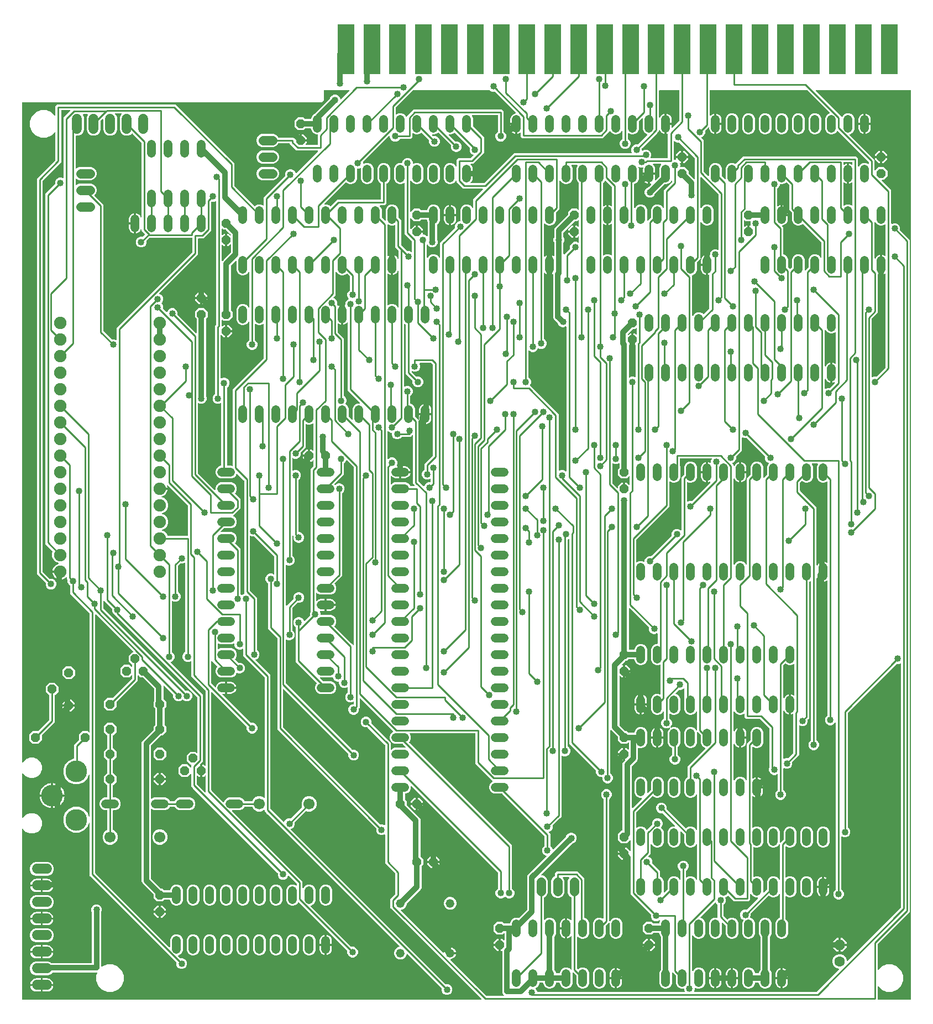
<source format=gtl>
G04 EAGLE Gerber RS-274X export*
G75*
%MOMM*%
%FSLAX34Y34*%
%LPD*%
%INTop Copper*%
%IPPOS*%
%AMOC8*
5,1,8,0,0,1.08239X$1,22.5*%
G01*
%ADD10C,1.320800*%
%ADD11P,1.429621X8X292.500000*%
%ADD12P,1.732040X8X112.500000*%
%ADD13C,1.600200*%
%ADD14R,2.540000X7.620000*%
%ADD15C,1.320800*%
%ADD16C,1.422400*%
%ADD17C,1.700000*%
%ADD18P,1.429621X8X22.500000*%
%ADD19P,1.429621X8X202.500000*%
%ADD20C,1.905000*%
%ADD21C,3.316000*%
%ADD22C,1.524000*%
%ADD23P,1.429621X8X112.500000*%
%ADD24C,0.254000*%
%ADD25C,1.016000*%
%ADD26C,0.812800*%

G36*
X847470Y-579108D02*
X847470Y-579108D01*
X847541Y-579106D01*
X847590Y-579088D01*
X847642Y-579080D01*
X847705Y-579046D01*
X847772Y-579021D01*
X847813Y-578989D01*
X847859Y-578964D01*
X847908Y-578912D01*
X847964Y-578868D01*
X847993Y-578824D01*
X848028Y-578786D01*
X848059Y-578721D01*
X848097Y-578661D01*
X848110Y-578610D01*
X848132Y-578563D01*
X848140Y-578492D01*
X848157Y-578422D01*
X848153Y-578370D01*
X848159Y-578319D01*
X848144Y-578248D01*
X848138Y-578177D01*
X848118Y-578129D01*
X848107Y-578078D01*
X848070Y-578017D01*
X848042Y-577951D01*
X847997Y-577895D01*
X847981Y-577867D01*
X847963Y-577852D01*
X847937Y-577820D01*
X708469Y-438351D01*
X708469Y-425249D01*
X716183Y-417534D01*
X716236Y-417460D01*
X716296Y-417391D01*
X716308Y-417361D01*
X716327Y-417334D01*
X716354Y-417247D01*
X716388Y-417163D01*
X716392Y-417122D01*
X716399Y-417099D01*
X716398Y-417067D01*
X716406Y-416996D01*
X716406Y-386279D01*
X716392Y-386189D01*
X716384Y-386098D01*
X716372Y-386068D01*
X716367Y-386036D01*
X716324Y-385956D01*
X716288Y-385872D01*
X716262Y-385840D01*
X716251Y-385819D01*
X716228Y-385797D01*
X716183Y-385741D01*
X700531Y-370089D01*
X700531Y-326869D01*
X700524Y-326824D01*
X700526Y-326778D01*
X700504Y-326703D01*
X700492Y-326626D01*
X700470Y-326585D01*
X700457Y-326541D01*
X700413Y-326477D01*
X700376Y-326409D01*
X700343Y-326377D01*
X700317Y-326339D01*
X700254Y-326293D01*
X700198Y-326239D01*
X700156Y-326220D01*
X700120Y-326193D01*
X700046Y-326168D01*
X699975Y-326136D01*
X699929Y-326131D01*
X699886Y-326116D01*
X699808Y-326117D01*
X699731Y-326109D01*
X699686Y-326118D01*
X699640Y-326119D01*
X699508Y-326157D01*
X699490Y-326161D01*
X699486Y-326163D01*
X699479Y-326165D01*
X696942Y-327216D01*
X693708Y-327216D01*
X690720Y-325979D01*
X688434Y-323692D01*
X687196Y-320704D01*
X687196Y-317382D01*
X687182Y-317292D01*
X687174Y-317201D01*
X687162Y-317171D01*
X687157Y-317139D01*
X687114Y-317058D01*
X687078Y-316974D01*
X687052Y-316942D01*
X687041Y-316922D01*
X687018Y-316899D01*
X686973Y-316843D01*
X535431Y-165301D01*
X535431Y-25917D01*
X535417Y-25827D01*
X535409Y-25736D01*
X535397Y-25706D01*
X535392Y-25674D01*
X535349Y-25593D01*
X535313Y-25509D01*
X535287Y-25477D01*
X535276Y-25457D01*
X535253Y-25434D01*
X535208Y-25378D01*
X521144Y-11314D01*
X521144Y57595D01*
X521129Y57685D01*
X521122Y57776D01*
X521109Y57806D01*
X521104Y57838D01*
X521061Y57919D01*
X521026Y58002D01*
X521000Y58035D01*
X520989Y58055D01*
X520966Y58077D01*
X520921Y58133D01*
X518571Y60483D01*
X517334Y63471D01*
X517334Y66704D01*
X518571Y69692D01*
X520858Y71979D01*
X523846Y73216D01*
X527079Y73216D01*
X529616Y72165D01*
X529661Y72155D01*
X529703Y72136D01*
X529780Y72127D01*
X529856Y72109D01*
X529901Y72114D01*
X529947Y72109D01*
X530023Y72125D01*
X530101Y72132D01*
X530142Y72151D01*
X530187Y72161D01*
X530254Y72201D01*
X530325Y72232D01*
X530359Y72263D01*
X530398Y72287D01*
X530449Y72346D01*
X530506Y72399D01*
X530529Y72439D01*
X530558Y72474D01*
X530587Y72546D01*
X530625Y72614D01*
X530633Y72659D01*
X530650Y72702D01*
X530665Y72838D01*
X530669Y72856D01*
X530668Y72861D01*
X530669Y72869D01*
X530669Y99496D01*
X530654Y99586D01*
X530647Y99677D01*
X530634Y99707D01*
X530629Y99739D01*
X530586Y99819D01*
X530551Y99903D01*
X530525Y99935D01*
X530514Y99956D01*
X530491Y99978D01*
X530446Y100034D01*
X500719Y129761D01*
X500645Y129814D01*
X500576Y129873D01*
X500546Y129886D01*
X500519Y129904D01*
X500432Y129931D01*
X500348Y129965D01*
X500307Y129970D01*
X500284Y129977D01*
X500252Y129976D01*
X500181Y129984D01*
X496858Y129984D01*
X494321Y131035D01*
X494277Y131045D01*
X494235Y131064D01*
X494158Y131073D01*
X494082Y131091D01*
X494036Y131086D01*
X493991Y131091D01*
X493914Y131075D01*
X493837Y131068D01*
X493795Y131049D01*
X493750Y131039D01*
X493683Y130999D01*
X493612Y130968D01*
X493578Y130937D01*
X493539Y130913D01*
X493488Y130854D01*
X493431Y130801D01*
X493409Y130761D01*
X493379Y130726D01*
X493350Y130654D01*
X493313Y130586D01*
X493304Y130541D01*
X493287Y130498D01*
X493272Y130362D01*
X493269Y130344D01*
X493270Y130339D01*
X493269Y130331D01*
X493269Y48142D01*
X493271Y48126D01*
X493270Y48111D01*
X493284Y48046D01*
X493291Y47961D01*
X493303Y47931D01*
X493308Y47899D01*
X493321Y47875D01*
X493322Y47871D01*
X493333Y47852D01*
X493351Y47818D01*
X493387Y47734D01*
X493413Y47702D01*
X493424Y47682D01*
X493447Y47659D01*
X493492Y47603D01*
X504381Y36714D01*
X504381Y-43308D01*
X504396Y-43398D01*
X504403Y-43489D01*
X504416Y-43518D01*
X504421Y-43550D01*
X504464Y-43631D01*
X504499Y-43715D01*
X504525Y-43747D01*
X504536Y-43768D01*
X504559Y-43790D01*
X504604Y-43846D01*
X506954Y-46195D01*
X508191Y-49183D01*
X508191Y-52417D01*
X506954Y-55405D01*
X504667Y-57691D01*
X502675Y-58516D01*
X502636Y-58541D01*
X502593Y-58556D01*
X502532Y-58605D01*
X502466Y-58646D01*
X502437Y-58681D01*
X502401Y-58710D01*
X502359Y-58775D01*
X502309Y-58835D01*
X502293Y-58878D01*
X502268Y-58917D01*
X502249Y-58992D01*
X502221Y-59065D01*
X502219Y-59111D01*
X502208Y-59155D01*
X502214Y-59233D01*
X502211Y-59311D01*
X502223Y-59355D01*
X502227Y-59401D01*
X502257Y-59472D01*
X502279Y-59547D01*
X502305Y-59585D01*
X502323Y-59627D01*
X502409Y-59734D01*
X502419Y-59749D01*
X502423Y-59752D01*
X502428Y-59758D01*
X525019Y-82349D01*
X525019Y-286821D01*
X525021Y-286832D01*
X525020Y-286839D01*
X525027Y-286874D01*
X525033Y-286911D01*
X525041Y-287002D01*
X525053Y-287032D01*
X525058Y-287064D01*
X525101Y-287144D01*
X525137Y-287228D01*
X525163Y-287260D01*
X525174Y-287281D01*
X525197Y-287303D01*
X525242Y-287359D01*
X545080Y-307197D01*
X545117Y-307224D01*
X545148Y-307258D01*
X545216Y-307295D01*
X545279Y-307341D01*
X545323Y-307354D01*
X545363Y-307376D01*
X545440Y-307390D01*
X545514Y-307413D01*
X545560Y-307412D01*
X545605Y-307420D01*
X545682Y-307409D01*
X545760Y-307407D01*
X545803Y-307391D01*
X545849Y-307384D01*
X545918Y-307349D01*
X545991Y-307322D01*
X546027Y-307293D01*
X546068Y-307273D01*
X546123Y-307217D01*
X546183Y-307168D01*
X546208Y-307130D01*
X546240Y-307097D01*
X546306Y-306977D01*
X546316Y-306961D01*
X546318Y-306957D01*
X546321Y-306950D01*
X547146Y-304958D01*
X549433Y-302671D01*
X552421Y-301434D01*
X555743Y-301434D01*
X555833Y-301419D01*
X555924Y-301412D01*
X555954Y-301399D01*
X555986Y-301394D01*
X556067Y-301351D01*
X556151Y-301316D01*
X556183Y-301290D01*
X556203Y-301279D01*
X556226Y-301256D01*
X556282Y-301211D01*
X573212Y-284280D01*
X573256Y-284219D01*
X573291Y-284182D01*
X573305Y-284152D01*
X573350Y-284091D01*
X573352Y-284085D01*
X573356Y-284080D01*
X573390Y-283969D01*
X573395Y-283959D01*
X573395Y-283953D01*
X573427Y-283857D01*
X573427Y-283851D01*
X573428Y-283845D01*
X573425Y-283728D01*
X573424Y-283611D01*
X573422Y-283604D01*
X573422Y-283599D01*
X573416Y-283582D01*
X573377Y-283450D01*
X572651Y-281697D01*
X572651Y-277103D01*
X574409Y-272858D01*
X577658Y-269609D01*
X581903Y-267851D01*
X586497Y-267851D01*
X590742Y-269609D01*
X593991Y-272858D01*
X595749Y-277103D01*
X595749Y-281697D01*
X593991Y-285942D01*
X590742Y-289191D01*
X586497Y-290949D01*
X581903Y-290949D01*
X580150Y-290223D01*
X580036Y-290196D01*
X579923Y-290167D01*
X579916Y-290168D01*
X579910Y-290166D01*
X579794Y-290177D01*
X579677Y-290186D01*
X579672Y-290189D01*
X579665Y-290189D01*
X579558Y-290237D01*
X579451Y-290283D01*
X579445Y-290287D01*
X579441Y-290289D01*
X579427Y-290302D01*
X579320Y-290388D01*
X562389Y-307318D01*
X562336Y-307392D01*
X562277Y-307462D01*
X562264Y-307492D01*
X562246Y-307518D01*
X562219Y-307605D01*
X562185Y-307690D01*
X562180Y-307731D01*
X562173Y-307753D01*
X562174Y-307785D01*
X562166Y-307857D01*
X562166Y-311179D01*
X560929Y-314167D01*
X558642Y-316454D01*
X556650Y-317279D01*
X556611Y-317303D01*
X556568Y-317319D01*
X556507Y-317367D01*
X556441Y-317408D01*
X556412Y-317444D01*
X556376Y-317472D01*
X556334Y-317538D01*
X556284Y-317598D01*
X556268Y-317641D01*
X556243Y-317679D01*
X556224Y-317755D01*
X556196Y-317828D01*
X556194Y-317873D01*
X556183Y-317918D01*
X556189Y-317995D01*
X556186Y-318073D01*
X556198Y-318117D01*
X556202Y-318163D01*
X556232Y-318235D01*
X556254Y-318310D01*
X556280Y-318347D01*
X556298Y-318389D01*
X556384Y-318496D01*
X556394Y-318512D01*
X556398Y-318515D01*
X556403Y-318520D01*
X793093Y-555211D01*
X793167Y-555264D01*
X793237Y-555323D01*
X793267Y-555336D01*
X793293Y-555354D01*
X793380Y-555381D01*
X793465Y-555415D01*
X793506Y-555420D01*
X793528Y-555427D01*
X793560Y-555426D01*
X793632Y-555434D01*
X796954Y-555434D01*
X799942Y-556671D01*
X802229Y-558958D01*
X803466Y-561946D01*
X803466Y-565179D01*
X802229Y-568167D01*
X799942Y-570454D01*
X796954Y-571691D01*
X793721Y-571691D01*
X790733Y-570454D01*
X788446Y-568167D01*
X787209Y-565179D01*
X787209Y-561857D01*
X787194Y-561767D01*
X787187Y-561676D01*
X787174Y-561646D01*
X787169Y-561614D01*
X787126Y-561533D01*
X787091Y-561449D01*
X787065Y-561417D01*
X787054Y-561397D01*
X787031Y-561374D01*
X786986Y-561318D01*
X734852Y-509185D01*
X734794Y-509143D01*
X734742Y-509094D01*
X734695Y-509072D01*
X734653Y-509041D01*
X734584Y-509020D01*
X734519Y-508990D01*
X734467Y-508984D01*
X734417Y-508969D01*
X734346Y-508971D01*
X734275Y-508963D01*
X734224Y-508974D01*
X734172Y-508975D01*
X734104Y-509000D01*
X734034Y-509015D01*
X733990Y-509042D01*
X733941Y-509060D01*
X733885Y-509105D01*
X733823Y-509141D01*
X733789Y-509181D01*
X733749Y-509213D01*
X733710Y-509274D01*
X733663Y-509328D01*
X733644Y-509377D01*
X733616Y-509420D01*
X733598Y-509490D01*
X733571Y-509556D01*
X733563Y-509628D01*
X733555Y-509659D01*
X733557Y-509682D01*
X733553Y-509723D01*
X733553Y-509920D01*
X732083Y-513468D01*
X729368Y-516183D01*
X725820Y-517653D01*
X721980Y-517653D01*
X718432Y-516183D01*
X715717Y-513468D01*
X714247Y-509920D01*
X714247Y-506080D01*
X715717Y-502532D01*
X718432Y-499817D01*
X721980Y-498347D01*
X722177Y-498347D01*
X722248Y-498336D01*
X722319Y-498334D01*
X722368Y-498316D01*
X722420Y-498308D01*
X722483Y-498274D01*
X722550Y-498249D01*
X722591Y-498217D01*
X722637Y-498192D01*
X722686Y-498140D01*
X722742Y-498096D01*
X722771Y-498052D01*
X722806Y-498014D01*
X722837Y-497949D01*
X722875Y-497889D01*
X722888Y-497838D01*
X722910Y-497791D01*
X722918Y-497720D01*
X722935Y-497650D01*
X722931Y-497598D01*
X722937Y-497547D01*
X722922Y-497476D01*
X722916Y-497405D01*
X722896Y-497357D01*
X722885Y-497306D01*
X722848Y-497245D01*
X722820Y-497179D01*
X722775Y-497123D01*
X722759Y-497095D01*
X722741Y-497080D01*
X722715Y-497048D01*
X519134Y-293467D01*
X516381Y-290714D01*
X516381Y-289189D01*
X516370Y-289118D01*
X516368Y-289046D01*
X516350Y-288997D01*
X516342Y-288946D01*
X516308Y-288883D01*
X516283Y-288815D01*
X516251Y-288775D01*
X516226Y-288729D01*
X516175Y-288679D01*
X516130Y-288623D01*
X516086Y-288595D01*
X516048Y-288559D01*
X515983Y-288529D01*
X515923Y-288490D01*
X515872Y-288478D01*
X515825Y-288456D01*
X515754Y-288448D01*
X515684Y-288430D01*
X515632Y-288434D01*
X515581Y-288429D01*
X515510Y-288444D01*
X515439Y-288449D01*
X515391Y-288470D01*
X515340Y-288481D01*
X515279Y-288518D01*
X515213Y-288546D01*
X515157Y-288591D01*
X515129Y-288607D01*
X515114Y-288625D01*
X515082Y-288651D01*
X514542Y-289191D01*
X510297Y-290949D01*
X505703Y-290949D01*
X501458Y-289191D01*
X498209Y-285942D01*
X497483Y-284189D01*
X497422Y-284089D01*
X497362Y-283989D01*
X497357Y-283985D01*
X497354Y-283980D01*
X497264Y-283905D01*
X497175Y-283829D01*
X497169Y-283827D01*
X497164Y-283823D01*
X497056Y-283781D01*
X496947Y-283737D01*
X496939Y-283736D01*
X496935Y-283735D01*
X496916Y-283734D01*
X496780Y-283719D01*
X485672Y-283719D01*
X485557Y-283738D01*
X485441Y-283755D01*
X485435Y-283757D01*
X485429Y-283758D01*
X485327Y-283813D01*
X485222Y-283866D01*
X485217Y-283871D01*
X485212Y-283874D01*
X485132Y-283958D01*
X485049Y-284042D01*
X485046Y-284048D01*
X485042Y-284052D01*
X485034Y-284069D01*
X484968Y-284189D01*
X484687Y-284868D01*
X481972Y-287583D01*
X478424Y-289053D01*
X466861Y-289053D01*
X466790Y-289064D01*
X466718Y-289066D01*
X466669Y-289084D01*
X466618Y-289092D01*
X466555Y-289126D01*
X466487Y-289151D01*
X466447Y-289183D01*
X466401Y-289208D01*
X466351Y-289260D01*
X466295Y-289304D01*
X466267Y-289348D01*
X466231Y-289386D01*
X466201Y-289451D01*
X466162Y-289511D01*
X466149Y-289562D01*
X466128Y-289609D01*
X466120Y-289680D01*
X466102Y-289750D01*
X466106Y-289802D01*
X466100Y-289853D01*
X466116Y-289924D01*
X466121Y-289995D01*
X466142Y-290043D01*
X466153Y-290094D01*
X466190Y-290155D01*
X466218Y-290221D01*
X466262Y-290277D01*
X466279Y-290305D01*
X466297Y-290320D01*
X466322Y-290352D01*
X574231Y-398261D01*
X574231Y-407512D01*
X574247Y-407608D01*
X574256Y-407705D01*
X574267Y-407729D01*
X574271Y-407755D01*
X574316Y-407841D01*
X574356Y-407930D01*
X574374Y-407949D01*
X574386Y-407972D01*
X574457Y-408039D01*
X574523Y-408111D01*
X574545Y-408123D01*
X574564Y-408141D01*
X574653Y-408182D01*
X574738Y-408229D01*
X574764Y-408234D01*
X574787Y-408245D01*
X574884Y-408256D01*
X574980Y-408273D01*
X575006Y-408269D01*
X575032Y-408272D01*
X575127Y-408251D01*
X575223Y-408237D01*
X575247Y-408225D01*
X575272Y-408220D01*
X575356Y-408170D01*
X575443Y-408126D01*
X575461Y-408107D01*
X575483Y-408094D01*
X575547Y-408020D01*
X575615Y-407950D01*
X575631Y-407922D01*
X575643Y-407907D01*
X575656Y-407876D01*
X575696Y-407803D01*
X576017Y-407028D01*
X578732Y-404313D01*
X582280Y-402843D01*
X586120Y-402843D01*
X589668Y-404313D01*
X592383Y-407028D01*
X593853Y-410576D01*
X593853Y-427624D01*
X592383Y-431172D01*
X589668Y-433887D01*
X587036Y-434977D01*
X586997Y-435001D01*
X586954Y-435017D01*
X586893Y-435066D01*
X586827Y-435107D01*
X586798Y-435142D01*
X586762Y-435171D01*
X586720Y-435237D01*
X586670Y-435296D01*
X586654Y-435339D01*
X586629Y-435378D01*
X586610Y-435453D01*
X586582Y-435526D01*
X586580Y-435572D01*
X586569Y-435616D01*
X586575Y-435694D01*
X586572Y-435772D01*
X586584Y-435816D01*
X586588Y-435862D01*
X586618Y-435933D01*
X586640Y-436008D01*
X586666Y-436046D01*
X586684Y-436088D01*
X586770Y-436195D01*
X586780Y-436210D01*
X586784Y-436213D01*
X586789Y-436219D01*
X648631Y-498061D01*
X648705Y-498114D01*
X648774Y-498173D01*
X648804Y-498186D01*
X648831Y-498204D01*
X648918Y-498231D01*
X649002Y-498265D01*
X649043Y-498270D01*
X649066Y-498277D01*
X649098Y-498276D01*
X649169Y-498284D01*
X652492Y-498284D01*
X655480Y-499521D01*
X657766Y-501808D01*
X659004Y-504796D01*
X659004Y-508029D01*
X657766Y-511017D01*
X655480Y-513304D01*
X652492Y-514541D01*
X649258Y-514541D01*
X646270Y-513304D01*
X643984Y-511017D01*
X642746Y-508029D01*
X642746Y-504707D01*
X642732Y-504617D01*
X642724Y-504526D01*
X642712Y-504496D01*
X642707Y-504464D01*
X642664Y-504383D01*
X642628Y-504299D01*
X642602Y-504267D01*
X642591Y-504247D01*
X642568Y-504224D01*
X642523Y-504168D01*
X568534Y-430179D01*
X568496Y-430152D01*
X568465Y-430118D01*
X568397Y-430081D01*
X568334Y-430035D01*
X568290Y-430022D01*
X568250Y-430000D01*
X568173Y-429986D01*
X568099Y-429963D01*
X568053Y-429964D01*
X568008Y-429956D01*
X567931Y-429967D01*
X567853Y-429969D01*
X567810Y-429985D01*
X567765Y-429992D01*
X567695Y-430027D01*
X567622Y-430054D01*
X567586Y-430082D01*
X567545Y-430103D01*
X567491Y-430159D01*
X567430Y-430207D01*
X567405Y-430246D01*
X567373Y-430279D01*
X567307Y-430399D01*
X567297Y-430414D01*
X567296Y-430419D01*
X567292Y-430426D01*
X566983Y-431172D01*
X564268Y-433887D01*
X560720Y-435357D01*
X556880Y-435357D01*
X553332Y-433887D01*
X550617Y-431172D01*
X549147Y-427624D01*
X549147Y-410576D01*
X550617Y-407028D01*
X553332Y-404313D01*
X556880Y-402843D01*
X560720Y-402843D01*
X564268Y-404313D01*
X564294Y-404339D01*
X564352Y-404381D01*
X564404Y-404430D01*
X564452Y-404452D01*
X564494Y-404483D01*
X564562Y-404504D01*
X564628Y-404534D01*
X564679Y-404540D01*
X564729Y-404555D01*
X564801Y-404553D01*
X564872Y-404561D01*
X564923Y-404550D01*
X564975Y-404549D01*
X565042Y-404524D01*
X565112Y-404509D01*
X565157Y-404482D01*
X565206Y-404464D01*
X565262Y-404419D01*
X565323Y-404383D01*
X565357Y-404343D01*
X565398Y-404311D01*
X565437Y-404250D01*
X565483Y-404196D01*
X565503Y-404148D01*
X565531Y-404104D01*
X565548Y-404034D01*
X565575Y-403968D01*
X565583Y-403896D01*
X565591Y-403865D01*
X565589Y-403842D01*
X565594Y-403801D01*
X565594Y-402154D01*
X565579Y-402064D01*
X565572Y-401973D01*
X565559Y-401943D01*
X565554Y-401911D01*
X565511Y-401831D01*
X565476Y-401747D01*
X565450Y-401715D01*
X565439Y-401694D01*
X565416Y-401672D01*
X565371Y-401616D01*
X553470Y-389716D01*
X553433Y-389689D01*
X553402Y-389655D01*
X553334Y-389617D01*
X553271Y-389572D01*
X553227Y-389558D01*
X553187Y-389536D01*
X553110Y-389522D01*
X553036Y-389500D01*
X552990Y-389501D01*
X552945Y-389493D01*
X552868Y-389504D01*
X552790Y-389506D01*
X552747Y-389522D01*
X552701Y-389528D01*
X552632Y-389564D01*
X552559Y-389590D01*
X552523Y-389619D01*
X552482Y-389640D01*
X552427Y-389696D01*
X552367Y-389744D01*
X552342Y-389783D01*
X552310Y-389816D01*
X552244Y-389935D01*
X552234Y-389951D01*
X552232Y-389956D01*
X552229Y-389962D01*
X551404Y-391955D01*
X549117Y-394241D01*
X546129Y-395479D01*
X542896Y-395479D01*
X539908Y-394241D01*
X537621Y-391955D01*
X536384Y-388967D01*
X536384Y-385644D01*
X536369Y-385554D01*
X536362Y-385463D01*
X536349Y-385433D01*
X536344Y-385401D01*
X536301Y-385321D01*
X536266Y-385237D01*
X536240Y-385205D01*
X536229Y-385184D01*
X536206Y-385162D01*
X536161Y-385106D01*
X406422Y-255367D01*
X403669Y-252614D01*
X403669Y-234120D01*
X403657Y-234049D01*
X403655Y-233978D01*
X403637Y-233929D01*
X403629Y-233877D01*
X403595Y-233814D01*
X403571Y-233747D01*
X403538Y-233706D01*
X403514Y-233660D01*
X403462Y-233611D01*
X403417Y-233555D01*
X403373Y-233526D01*
X403336Y-233491D01*
X403271Y-233460D01*
X403210Y-233422D01*
X403160Y-233409D01*
X403113Y-233387D01*
X403041Y-233379D01*
X402972Y-233362D01*
X402920Y-233366D01*
X402868Y-233360D01*
X402798Y-233375D01*
X402727Y-233381D01*
X402679Y-233401D01*
X402628Y-233412D01*
X402566Y-233449D01*
X402500Y-233477D01*
X402444Y-233522D01*
X402417Y-233538D01*
X402401Y-233556D01*
X402369Y-233582D01*
X397698Y-238253D01*
X389702Y-238253D01*
X384047Y-232598D01*
X384047Y-224602D01*
X389702Y-218947D01*
X397698Y-218947D01*
X402369Y-223618D01*
X402427Y-223660D01*
X402479Y-223709D01*
X402527Y-223731D01*
X402569Y-223762D01*
X402637Y-223783D01*
X402703Y-223813D01*
X402754Y-223819D01*
X402804Y-223834D01*
X402876Y-223832D01*
X402947Y-223840D01*
X402998Y-223829D01*
X403050Y-223828D01*
X403117Y-223803D01*
X403187Y-223788D01*
X403232Y-223761D01*
X403281Y-223743D01*
X403337Y-223698D01*
X403398Y-223662D01*
X403432Y-223622D01*
X403473Y-223590D01*
X403512Y-223529D01*
X403558Y-223475D01*
X403578Y-223426D01*
X403606Y-223383D01*
X403623Y-223313D01*
X403650Y-223247D01*
X403658Y-223175D01*
X403666Y-223144D01*
X403664Y-223121D01*
X403669Y-223080D01*
X403669Y-220445D01*
X403670Y-220444D01*
X403719Y-220392D01*
X403741Y-220345D01*
X403771Y-220303D01*
X403792Y-220234D01*
X403822Y-220169D01*
X403828Y-220117D01*
X403844Y-220068D01*
X403842Y-219996D01*
X403850Y-219925D01*
X403839Y-219874D01*
X403837Y-219822D01*
X403813Y-219754D01*
X403797Y-219684D01*
X403771Y-219639D01*
X403753Y-219591D01*
X403708Y-219535D01*
X403671Y-219473D01*
X403632Y-219439D01*
X403599Y-219399D01*
X403539Y-219360D01*
X403484Y-219313D01*
X403436Y-219294D01*
X403392Y-219266D01*
X403323Y-219248D01*
X403256Y-219221D01*
X403185Y-219213D01*
X403154Y-219205D01*
X403130Y-219207D01*
X403089Y-219203D01*
X402402Y-219203D01*
X396747Y-213548D01*
X396747Y-205552D01*
X402402Y-199897D01*
X410398Y-199897D01*
X411894Y-201393D01*
X411952Y-201435D01*
X412004Y-201484D01*
X412052Y-201506D01*
X412094Y-201537D01*
X412162Y-201558D01*
X412228Y-201588D01*
X412279Y-201594D01*
X412329Y-201609D01*
X412401Y-201607D01*
X412472Y-201615D01*
X412523Y-201604D01*
X412575Y-201603D01*
X412642Y-201578D01*
X412712Y-201563D01*
X412757Y-201536D01*
X412806Y-201518D01*
X412862Y-201473D01*
X412923Y-201437D01*
X412957Y-201397D01*
X412998Y-201365D01*
X413037Y-201304D01*
X413083Y-201250D01*
X413103Y-201201D01*
X413131Y-201158D01*
X413148Y-201088D01*
X413175Y-201022D01*
X413183Y-200950D01*
X413191Y-200919D01*
X413189Y-200896D01*
X413194Y-200855D01*
X413194Y-116404D01*
X413179Y-116314D01*
X413172Y-116223D01*
X413159Y-116193D01*
X413154Y-116161D01*
X413111Y-116081D01*
X413076Y-115997D01*
X413050Y-115965D01*
X413039Y-115944D01*
X413016Y-115922D01*
X412971Y-115866D01*
X288947Y8158D01*
X287083Y10022D01*
X287030Y10060D01*
X286983Y10106D01*
X286910Y10146D01*
X286883Y10165D01*
X286865Y10171D01*
X286836Y10187D01*
X285908Y10571D01*
X283621Y12858D01*
X282384Y15846D01*
X282384Y19168D01*
X282369Y19258D01*
X282362Y19349D01*
X282349Y19379D01*
X282344Y19411D01*
X282301Y19492D01*
X282266Y19576D01*
X282240Y19608D01*
X282229Y19628D01*
X282206Y19651D01*
X282161Y19707D01*
X273072Y28796D01*
X270731Y31137D01*
X270673Y31178D01*
X270621Y31228D01*
X270573Y31250D01*
X270531Y31280D01*
X270463Y31301D01*
X270397Y31331D01*
X270346Y31337D01*
X270296Y31353D01*
X270224Y31351D01*
X270153Y31359D01*
X270102Y31348D01*
X270050Y31346D01*
X269983Y31322D01*
X269913Y31306D01*
X269868Y31280D01*
X269819Y31262D01*
X269763Y31217D01*
X269702Y31180D01*
X269668Y31141D01*
X269627Y31108D01*
X269588Y31048D01*
X269542Y30993D01*
X269522Y30945D01*
X269494Y30901D01*
X269477Y30832D01*
X269450Y30765D01*
X269442Y30694D01*
X269434Y30663D01*
X269436Y30639D01*
X269431Y30598D01*
X269431Y19567D01*
X269446Y19477D01*
X269453Y19386D01*
X269466Y19356D01*
X269471Y19324D01*
X269514Y19243D01*
X269549Y19159D01*
X269575Y19127D01*
X269586Y19107D01*
X269609Y19084D01*
X269654Y19028D01*
X394631Y-105948D01*
X394705Y-106001D01*
X394774Y-106061D01*
X394804Y-106073D01*
X394831Y-106092D01*
X394918Y-106119D01*
X395002Y-106153D01*
X395043Y-106157D01*
X395066Y-106164D01*
X395098Y-106163D01*
X395169Y-106171D01*
X398492Y-106171D01*
X401480Y-107409D01*
X403766Y-109695D01*
X405004Y-112683D01*
X405004Y-115917D01*
X403766Y-118905D01*
X401480Y-121191D01*
X398492Y-122429D01*
X395258Y-122429D01*
X392270Y-121191D01*
X391063Y-119984D01*
X391047Y-119972D01*
X391035Y-119957D01*
X390947Y-119901D01*
X390864Y-119841D01*
X390845Y-119835D01*
X390828Y-119824D01*
X390727Y-119799D01*
X390628Y-119768D01*
X390609Y-119769D01*
X390589Y-119764D01*
X390486Y-119772D01*
X390383Y-119775D01*
X390364Y-119781D01*
X390344Y-119783D01*
X390249Y-119823D01*
X390152Y-119859D01*
X390136Y-119871D01*
X390118Y-119879D01*
X389987Y-119984D01*
X388780Y-121191D01*
X385792Y-122429D01*
X382558Y-122429D01*
X379570Y-121191D01*
X377284Y-118905D01*
X376046Y-115917D01*
X376046Y-112594D01*
X376032Y-112504D01*
X376024Y-112413D01*
X376012Y-112383D01*
X376007Y-112351D01*
X375964Y-112271D01*
X375928Y-112187D01*
X375902Y-112155D01*
X375891Y-112134D01*
X375868Y-112112D01*
X375823Y-112056D01*
X362425Y-98657D01*
X362367Y-98616D01*
X362315Y-98566D01*
X362267Y-98544D01*
X362225Y-98514D01*
X362157Y-98493D01*
X362091Y-98463D01*
X362040Y-98457D01*
X361990Y-98441D01*
X361918Y-98443D01*
X361847Y-98435D01*
X361796Y-98446D01*
X361744Y-98448D01*
X361677Y-98472D01*
X361607Y-98488D01*
X361562Y-98514D01*
X361513Y-98532D01*
X361457Y-98577D01*
X361396Y-98614D01*
X361362Y-98653D01*
X361321Y-98686D01*
X361282Y-98746D01*
X361236Y-98801D01*
X361216Y-98849D01*
X361188Y-98893D01*
X361171Y-98962D01*
X361144Y-99029D01*
X361136Y-99100D01*
X361128Y-99131D01*
X361130Y-99155D01*
X361125Y-99196D01*
X361125Y-118559D01*
X361131Y-118595D01*
X361130Y-118602D01*
X361138Y-118639D01*
X361140Y-118649D01*
X361147Y-118740D01*
X361160Y-118770D01*
X361165Y-118802D01*
X361180Y-118830D01*
X361183Y-118843D01*
X361211Y-118891D01*
X361243Y-118966D01*
X361269Y-118998D01*
X361280Y-119019D01*
X361298Y-119036D01*
X361309Y-119054D01*
X361324Y-119067D01*
X361348Y-119097D01*
X365253Y-123002D01*
X365253Y-130998D01*
X362936Y-133315D01*
X362883Y-133389D01*
X362823Y-133459D01*
X362811Y-133489D01*
X362792Y-133515D01*
X362765Y-133602D01*
X362731Y-133687D01*
X362727Y-133728D01*
X362720Y-133750D01*
X362721Y-133782D01*
X362713Y-133854D01*
X362713Y-158246D01*
X362728Y-158337D01*
X362735Y-158427D01*
X362747Y-158457D01*
X362752Y-158489D01*
X362795Y-158570D01*
X362831Y-158654D01*
X362857Y-158686D01*
X362868Y-158707D01*
X362891Y-158729D01*
X362936Y-158785D01*
X365253Y-161102D01*
X365253Y-169098D01*
X359598Y-174753D01*
X357909Y-174753D01*
X357819Y-174767D01*
X357728Y-174775D01*
X357698Y-174787D01*
X357666Y-174792D01*
X357586Y-174835D01*
X357502Y-174871D01*
X357470Y-174897D01*
X357449Y-174908D01*
X357427Y-174931D01*
X357371Y-174976D01*
X342298Y-190048D01*
X342245Y-190122D01*
X342186Y-190192D01*
X342173Y-190222D01*
X342155Y-190248D01*
X342128Y-190335D01*
X342094Y-190420D01*
X342089Y-190461D01*
X342082Y-190483D01*
X342083Y-190515D01*
X342075Y-190587D01*
X342075Y-270832D01*
X342077Y-270844D01*
X342076Y-270852D01*
X342086Y-270896D01*
X342087Y-270903D01*
X342089Y-270974D01*
X342107Y-271023D01*
X342115Y-271075D01*
X342148Y-271138D01*
X342173Y-271205D01*
X342206Y-271246D01*
X342230Y-271292D01*
X342282Y-271341D01*
X342327Y-271397D01*
X342371Y-271426D01*
X342408Y-271461D01*
X342474Y-271492D01*
X342534Y-271530D01*
X342584Y-271543D01*
X342631Y-271565D01*
X342703Y-271573D01*
X342772Y-271590D01*
X342824Y-271586D01*
X342876Y-271592D01*
X342946Y-271577D01*
X343018Y-271571D01*
X343065Y-271551D01*
X343116Y-271540D01*
X343178Y-271503D01*
X343244Y-271475D01*
X343300Y-271430D01*
X343327Y-271414D01*
X343343Y-271396D01*
X343375Y-271370D01*
X343528Y-271217D01*
X347076Y-269747D01*
X364124Y-269747D01*
X367672Y-271217D01*
X370387Y-273932D01*
X370668Y-274611D01*
X370730Y-274711D01*
X370790Y-274811D01*
X370795Y-274815D01*
X370798Y-274820D01*
X370889Y-274895D01*
X370977Y-274971D01*
X370983Y-274973D01*
X370988Y-274977D01*
X371096Y-275019D01*
X371205Y-275063D01*
X371213Y-275064D01*
X371217Y-275065D01*
X371235Y-275066D01*
X371372Y-275081D01*
X377928Y-275081D01*
X378043Y-275062D01*
X378159Y-275045D01*
X378165Y-275043D01*
X378171Y-275042D01*
X378273Y-274987D01*
X378378Y-274934D01*
X378383Y-274929D01*
X378388Y-274926D01*
X378468Y-274842D01*
X378551Y-274758D01*
X378554Y-274752D01*
X378558Y-274748D01*
X378566Y-274731D01*
X378632Y-274611D01*
X378913Y-273932D01*
X381628Y-271217D01*
X385176Y-269747D01*
X402224Y-269747D01*
X405772Y-271217D01*
X408487Y-273932D01*
X409957Y-277480D01*
X409957Y-281320D01*
X408487Y-284868D01*
X405772Y-287583D01*
X402224Y-289053D01*
X385176Y-289053D01*
X381628Y-287583D01*
X378913Y-284868D01*
X378632Y-284189D01*
X378570Y-284089D01*
X378510Y-283989D01*
X378505Y-283985D01*
X378502Y-283980D01*
X378411Y-283905D01*
X378323Y-283829D01*
X378317Y-283827D01*
X378312Y-283823D01*
X378204Y-283781D01*
X378095Y-283737D01*
X378087Y-283736D01*
X378083Y-283735D01*
X378065Y-283734D01*
X377928Y-283719D01*
X371372Y-283719D01*
X371257Y-283738D01*
X371141Y-283755D01*
X371135Y-283757D01*
X371129Y-283758D01*
X371027Y-283813D01*
X370922Y-283866D01*
X370917Y-283871D01*
X370912Y-283874D01*
X370832Y-283958D01*
X370749Y-284042D01*
X370746Y-284048D01*
X370742Y-284052D01*
X370734Y-284069D01*
X370668Y-284189D01*
X370387Y-284868D01*
X367672Y-287583D01*
X364124Y-289053D01*
X347076Y-289053D01*
X343528Y-287583D01*
X343375Y-287430D01*
X343317Y-287388D01*
X343265Y-287339D01*
X343217Y-287317D01*
X343175Y-287286D01*
X343106Y-287265D01*
X343041Y-287235D01*
X342990Y-287229D01*
X342940Y-287214D01*
X342868Y-287216D01*
X342797Y-287208D01*
X342746Y-287219D01*
X342694Y-287220D01*
X342627Y-287245D01*
X342557Y-287260D01*
X342512Y-287287D01*
X342463Y-287305D01*
X342407Y-287349D01*
X342346Y-287386D01*
X342312Y-287426D01*
X342271Y-287458D01*
X342232Y-287519D01*
X342186Y-287573D01*
X342166Y-287622D01*
X342138Y-287665D01*
X342121Y-287735D01*
X342094Y-287801D01*
X342086Y-287873D01*
X342078Y-287904D01*
X342080Y-287927D01*
X342075Y-287968D01*
X342075Y-393613D01*
X342090Y-393704D01*
X342097Y-393794D01*
X342110Y-393824D01*
X342115Y-393856D01*
X342158Y-393937D01*
X342193Y-394021D01*
X342219Y-394053D01*
X342230Y-394074D01*
X342253Y-394096D01*
X342298Y-394152D01*
X357371Y-409224D01*
X357445Y-409277D01*
X357514Y-409337D01*
X357544Y-409349D01*
X357570Y-409368D01*
X357657Y-409395D01*
X357742Y-409429D01*
X357783Y-409433D01*
X357806Y-409440D01*
X357838Y-409439D01*
X357909Y-409447D01*
X359598Y-409447D01*
X361915Y-411764D01*
X361989Y-411817D01*
X362059Y-411877D01*
X362089Y-411889D01*
X362115Y-411908D01*
X362202Y-411935D01*
X362287Y-411969D01*
X362328Y-411973D01*
X362350Y-411980D01*
X362382Y-411979D01*
X362454Y-411987D01*
X370586Y-411987D01*
X370606Y-411984D01*
X370625Y-411986D01*
X370727Y-411964D01*
X370829Y-411948D01*
X370846Y-411938D01*
X370866Y-411934D01*
X370955Y-411881D01*
X371046Y-411832D01*
X371060Y-411818D01*
X371077Y-411808D01*
X371144Y-411729D01*
X371216Y-411654D01*
X371224Y-411636D01*
X371237Y-411621D01*
X371276Y-411525D01*
X371319Y-411431D01*
X371321Y-411411D01*
X371329Y-411393D01*
X371347Y-411226D01*
X371347Y-410576D01*
X372817Y-407028D01*
X375532Y-404313D01*
X379080Y-402843D01*
X382920Y-402843D01*
X386468Y-404313D01*
X389183Y-407028D01*
X390653Y-410576D01*
X390653Y-427624D01*
X389183Y-431172D01*
X386468Y-433887D01*
X382920Y-435357D01*
X379080Y-435357D01*
X375532Y-433887D01*
X372817Y-431172D01*
X371347Y-427624D01*
X371347Y-426974D01*
X371344Y-426954D01*
X371346Y-426935D01*
X371324Y-426833D01*
X371308Y-426731D01*
X371298Y-426714D01*
X371294Y-426694D01*
X371241Y-426605D01*
X371192Y-426514D01*
X371178Y-426500D01*
X371168Y-426483D01*
X371089Y-426416D01*
X371014Y-426344D01*
X370996Y-426336D01*
X370981Y-426323D01*
X370885Y-426284D01*
X370791Y-426241D01*
X370771Y-426239D01*
X370753Y-426231D01*
X370586Y-426213D01*
X362454Y-426213D01*
X362364Y-426227D01*
X362273Y-426235D01*
X362243Y-426247D01*
X362211Y-426252D01*
X362130Y-426295D01*
X362046Y-426331D01*
X362014Y-426357D01*
X361993Y-426368D01*
X361971Y-426391D01*
X361915Y-426436D01*
X359598Y-428753D01*
X351602Y-428753D01*
X345947Y-423098D01*
X345947Y-418234D01*
X345933Y-418144D01*
X345925Y-418053D01*
X345913Y-418023D01*
X345908Y-417991D01*
X345865Y-417911D01*
X345829Y-417827D01*
X345803Y-417795D01*
X345792Y-417774D01*
X345769Y-417752D01*
X345724Y-417696D01*
X328933Y-400904D01*
X327850Y-398290D01*
X327850Y-185910D01*
X328933Y-183296D01*
X345724Y-166504D01*
X345777Y-166430D01*
X345837Y-166361D01*
X345849Y-166331D01*
X345868Y-166305D01*
X345895Y-166218D01*
X345929Y-166133D01*
X345933Y-166092D01*
X345940Y-166069D01*
X345939Y-166037D01*
X345947Y-165966D01*
X345947Y-161102D01*
X348264Y-158785D01*
X348317Y-158711D01*
X348377Y-158641D01*
X348389Y-158611D01*
X348408Y-158585D01*
X348435Y-158498D01*
X348469Y-158413D01*
X348473Y-158372D01*
X348480Y-158350D01*
X348479Y-158318D01*
X348487Y-158246D01*
X348487Y-133854D01*
X348473Y-133764D01*
X348465Y-133673D01*
X348453Y-133643D01*
X348448Y-133611D01*
X348405Y-133530D01*
X348369Y-133446D01*
X348343Y-133414D01*
X348332Y-133393D01*
X348309Y-133371D01*
X348264Y-133315D01*
X345947Y-130998D01*
X345947Y-123002D01*
X346677Y-122272D01*
X346730Y-122198D01*
X346789Y-122129D01*
X346802Y-122099D01*
X346820Y-122072D01*
X346847Y-121985D01*
X346881Y-121901D01*
X346886Y-121860D01*
X346893Y-121837D01*
X346892Y-121805D01*
X346900Y-121734D01*
X346900Y-103274D01*
X346885Y-103184D01*
X346878Y-103093D01*
X346865Y-103063D01*
X346860Y-103031D01*
X346817Y-102951D01*
X346782Y-102867D01*
X346756Y-102835D01*
X346745Y-102814D01*
X346722Y-102792D01*
X346677Y-102736D01*
X330017Y-86076D01*
X329943Y-86023D01*
X329873Y-85963D01*
X329843Y-85951D01*
X329817Y-85932D01*
X329730Y-85905D01*
X329645Y-85871D01*
X329604Y-85867D01*
X329582Y-85860D01*
X329550Y-85861D01*
X329478Y-85853D01*
X326202Y-85853D01*
X323118Y-82769D01*
X323060Y-82727D01*
X323008Y-82678D01*
X322961Y-82656D01*
X322919Y-82626D01*
X322850Y-82605D01*
X322785Y-82574D01*
X322733Y-82569D01*
X322683Y-82553D01*
X322612Y-82555D01*
X322541Y-82547D01*
X322490Y-82558D01*
X322438Y-82560D01*
X322370Y-82584D01*
X322300Y-82600D01*
X322255Y-82626D01*
X322207Y-82644D01*
X322151Y-82689D01*
X322089Y-82726D01*
X322055Y-82765D01*
X322015Y-82798D01*
X321976Y-82858D01*
X321929Y-82913D01*
X321910Y-82961D01*
X321882Y-83005D01*
X321864Y-83074D01*
X321837Y-83141D01*
X321829Y-83212D01*
X321821Y-83243D01*
X321823Y-83267D01*
X321819Y-83308D01*
X321819Y-90689D01*
X289276Y-123232D01*
X289223Y-123306D01*
X289163Y-123375D01*
X289151Y-123405D01*
X289132Y-123432D01*
X289105Y-123519D01*
X289071Y-123603D01*
X289067Y-123644D01*
X289060Y-123667D01*
X289061Y-123699D01*
X289053Y-123770D01*
X289053Y-130998D01*
X283398Y-136653D01*
X275402Y-136653D01*
X269747Y-130998D01*
X269747Y-123002D01*
X275402Y-117347D01*
X282630Y-117347D01*
X282720Y-117333D01*
X282811Y-117325D01*
X282841Y-117313D01*
X282873Y-117308D01*
X282953Y-117265D01*
X283037Y-117229D01*
X283069Y-117203D01*
X283090Y-117192D01*
X283112Y-117169D01*
X283168Y-117124D01*
X312958Y-87334D01*
X313011Y-87260D01*
X313071Y-87191D01*
X313083Y-87161D01*
X313102Y-87134D01*
X313129Y-87047D01*
X313163Y-86963D01*
X313167Y-86922D01*
X313174Y-86899D01*
X313173Y-86867D01*
X313181Y-86796D01*
X313181Y-83308D01*
X313170Y-83237D01*
X313168Y-83165D01*
X313150Y-83116D01*
X313142Y-83065D01*
X313108Y-83001D01*
X313083Y-82934D01*
X313051Y-82893D01*
X313026Y-82847D01*
X312974Y-82798D01*
X312930Y-82742D01*
X312886Y-82714D01*
X312848Y-82678D01*
X312783Y-82648D01*
X312723Y-82609D01*
X312672Y-82596D01*
X312625Y-82574D01*
X312554Y-82567D01*
X312484Y-82549D01*
X312432Y-82553D01*
X312381Y-82547D01*
X312310Y-82563D01*
X312239Y-82568D01*
X312191Y-82588D01*
X312140Y-82600D01*
X312079Y-82636D01*
X312013Y-82664D01*
X311957Y-82709D01*
X311929Y-82726D01*
X311914Y-82744D01*
X311882Y-82769D01*
X308798Y-85853D01*
X300802Y-85853D01*
X295147Y-80198D01*
X295147Y-72202D01*
X300802Y-66547D01*
X308798Y-66547D01*
X311882Y-69631D01*
X311940Y-69673D01*
X311992Y-69722D01*
X312014Y-69732D01*
X312014Y-69733D01*
X312018Y-69734D01*
X312039Y-69744D01*
X312081Y-69774D01*
X312150Y-69795D01*
X312215Y-69826D01*
X312267Y-69831D01*
X312317Y-69847D01*
X312388Y-69845D01*
X312459Y-69853D01*
X312510Y-69842D01*
X312562Y-69840D01*
X312630Y-69816D01*
X312700Y-69800D01*
X312745Y-69774D01*
X312793Y-69756D01*
X312849Y-69711D01*
X312911Y-69674D01*
X312945Y-69635D01*
X312985Y-69602D01*
X313024Y-69542D01*
X313071Y-69487D01*
X313090Y-69439D01*
X313118Y-69395D01*
X313136Y-69326D01*
X313142Y-69311D01*
X313153Y-69287D01*
X313154Y-69282D01*
X313163Y-69259D01*
X313171Y-69188D01*
X313179Y-69157D01*
X313177Y-69133D01*
X313181Y-69092D01*
X313181Y-66798D01*
X313178Y-66778D01*
X313180Y-66759D01*
X313165Y-66689D01*
X313159Y-66617D01*
X313147Y-66587D01*
X313142Y-66555D01*
X313132Y-66537D01*
X313128Y-66518D01*
X313092Y-66458D01*
X313063Y-66390D01*
X313037Y-66358D01*
X313026Y-66337D01*
X313011Y-66323D01*
X313002Y-66307D01*
X312985Y-66293D01*
X312958Y-66259D01*
X307847Y-61148D01*
X307847Y-53152D01*
X313502Y-47497D01*
X314189Y-47497D01*
X314260Y-47486D01*
X314332Y-47484D01*
X314381Y-47466D01*
X314432Y-47458D01*
X314495Y-47424D01*
X314563Y-47399D01*
X314603Y-47367D01*
X314649Y-47342D01*
X314699Y-47290D01*
X314755Y-47246D01*
X314783Y-47202D01*
X314819Y-47164D01*
X314849Y-47099D01*
X314888Y-47039D01*
X314901Y-46988D01*
X314922Y-46941D01*
X314930Y-46870D01*
X314948Y-46800D01*
X314944Y-46748D01*
X314950Y-46697D01*
X314934Y-46626D01*
X314929Y-46555D01*
X314908Y-46507D01*
X314897Y-46456D01*
X314860Y-46395D01*
X314832Y-46329D01*
X314788Y-46273D01*
X314771Y-46245D01*
X314753Y-46230D01*
X314728Y-46198D01*
X258031Y10499D01*
X257973Y10541D01*
X257921Y10590D01*
X257873Y10612D01*
X257831Y10643D01*
X257763Y10664D01*
X257697Y10694D01*
X257646Y10700D01*
X257596Y10715D01*
X257524Y10713D01*
X257453Y10721D01*
X257402Y10710D01*
X257350Y10709D01*
X257283Y10684D01*
X257213Y10669D01*
X257168Y10642D01*
X257119Y10624D01*
X257063Y10579D01*
X257002Y10543D01*
X256968Y10503D01*
X256927Y10471D01*
X256888Y10410D01*
X256842Y10356D01*
X256822Y10307D01*
X256794Y10264D01*
X256777Y10194D01*
X256750Y10128D01*
X256742Y10056D01*
X256734Y10025D01*
X256736Y10002D01*
X256731Y9961D01*
X256731Y-385246D01*
X256746Y-385336D01*
X256753Y-385427D01*
X256766Y-385457D01*
X256771Y-385489D01*
X256814Y-385569D01*
X256849Y-385653D01*
X256875Y-385685D01*
X256886Y-385706D01*
X256909Y-385728D01*
X256954Y-385784D01*
X370048Y-498878D01*
X370106Y-498919D01*
X370158Y-498969D01*
X370205Y-498991D01*
X370247Y-499021D01*
X370316Y-499042D01*
X370381Y-499072D01*
X370433Y-499078D01*
X370483Y-499094D01*
X370554Y-499092D01*
X370625Y-499100D01*
X370676Y-499089D01*
X370728Y-499087D01*
X370796Y-499063D01*
X370866Y-499047D01*
X370910Y-499021D01*
X370959Y-499003D01*
X371015Y-498958D01*
X371077Y-498921D01*
X371111Y-498882D01*
X371151Y-498849D01*
X371190Y-498789D01*
X371237Y-498734D01*
X371256Y-498686D01*
X371284Y-498642D01*
X371302Y-498573D01*
X371329Y-498506D01*
X371337Y-498435D01*
X371345Y-498404D01*
X371343Y-498380D01*
X371347Y-498339D01*
X371347Y-486776D01*
X372817Y-483228D01*
X375532Y-480513D01*
X379080Y-479043D01*
X382920Y-479043D01*
X386468Y-480513D01*
X389183Y-483228D01*
X390653Y-486776D01*
X390653Y-503824D01*
X389183Y-507372D01*
X386468Y-510087D01*
X383836Y-511177D01*
X383797Y-511202D01*
X383754Y-511217D01*
X383693Y-511266D01*
X383627Y-511307D01*
X383598Y-511342D01*
X383562Y-511371D01*
X383520Y-511437D01*
X383470Y-511496D01*
X383454Y-511539D01*
X383429Y-511578D01*
X383410Y-511653D01*
X383382Y-511726D01*
X383380Y-511772D01*
X383369Y-511816D01*
X383375Y-511894D01*
X383372Y-511972D01*
X383384Y-512016D01*
X383388Y-512062D01*
X383418Y-512133D01*
X383440Y-512208D01*
X383466Y-512246D01*
X383484Y-512288D01*
X383570Y-512395D01*
X383580Y-512410D01*
X383584Y-512413D01*
X383589Y-512419D01*
X386693Y-515523D01*
X386767Y-515576D01*
X386837Y-515636D01*
X386867Y-515648D01*
X386893Y-515667D01*
X386980Y-515694D01*
X387065Y-515728D01*
X387106Y-515732D01*
X387128Y-515739D01*
X387160Y-515738D01*
X387232Y-515746D01*
X390554Y-515746D01*
X393542Y-516984D01*
X395829Y-519270D01*
X397066Y-522258D01*
X397066Y-525492D01*
X395829Y-528480D01*
X393542Y-530766D01*
X390554Y-532004D01*
X387321Y-532004D01*
X384333Y-530766D01*
X382046Y-528480D01*
X380809Y-525492D01*
X380809Y-522169D01*
X380794Y-522079D01*
X380787Y-521988D01*
X380774Y-521958D01*
X380769Y-521926D01*
X380726Y-521846D01*
X380691Y-521762D01*
X380665Y-521730D01*
X380654Y-521709D01*
X380631Y-521687D01*
X380586Y-521631D01*
X248094Y-389139D01*
X248094Y-309102D01*
X248078Y-309006D01*
X248069Y-308909D01*
X248058Y-308885D01*
X248054Y-308859D01*
X248009Y-308773D01*
X247969Y-308684D01*
X247951Y-308665D01*
X247939Y-308641D01*
X247868Y-308574D01*
X247802Y-308503D01*
X247780Y-308490D01*
X247761Y-308472D01*
X247672Y-308431D01*
X247587Y-308384D01*
X247561Y-308379D01*
X247538Y-308368D01*
X247441Y-308358D01*
X247345Y-308340D01*
X247319Y-308344D01*
X247293Y-308341D01*
X247198Y-308362D01*
X247102Y-308376D01*
X247078Y-308388D01*
X247053Y-308394D01*
X246969Y-308444D01*
X246882Y-308488D01*
X246864Y-308506D01*
X246842Y-308520D01*
X246778Y-308594D01*
X246710Y-308663D01*
X246694Y-308692D01*
X246682Y-308707D01*
X246669Y-308737D01*
X246629Y-308810D01*
X244140Y-314819D01*
X238619Y-320340D01*
X231404Y-323329D01*
X223596Y-323329D01*
X216381Y-320340D01*
X210860Y-314819D01*
X207871Y-307604D01*
X207871Y-299796D01*
X210860Y-292581D01*
X216381Y-287060D01*
X223596Y-284071D01*
X231404Y-284071D01*
X238619Y-287060D01*
X244140Y-292581D01*
X246629Y-298590D01*
X246681Y-298673D01*
X246726Y-298759D01*
X246745Y-298777D01*
X246759Y-298799D01*
X246834Y-298861D01*
X246904Y-298928D01*
X246928Y-298939D01*
X246948Y-298956D01*
X247039Y-298990D01*
X247128Y-299032D01*
X247154Y-299034D01*
X247178Y-299044D01*
X247275Y-299048D01*
X247372Y-299059D01*
X247397Y-299053D01*
X247424Y-299054D01*
X247517Y-299027D01*
X247612Y-299006D01*
X247635Y-298993D01*
X247660Y-298986D01*
X247740Y-298930D01*
X247823Y-298880D01*
X247840Y-298860D01*
X247862Y-298845D01*
X247920Y-298767D01*
X247983Y-298693D01*
X247993Y-298669D01*
X248009Y-298648D01*
X248039Y-298556D01*
X248075Y-298465D01*
X248079Y-298433D01*
X248085Y-298414D01*
X248085Y-298381D01*
X248094Y-298298D01*
X248094Y-235102D01*
X248078Y-235006D01*
X248069Y-234909D01*
X248058Y-234885D01*
X248054Y-234859D01*
X248009Y-234773D01*
X247969Y-234684D01*
X247951Y-234665D01*
X247939Y-234641D01*
X247868Y-234574D01*
X247802Y-234503D01*
X247780Y-234490D01*
X247761Y-234472D01*
X247672Y-234431D01*
X247587Y-234384D01*
X247561Y-234379D01*
X247538Y-234368D01*
X247441Y-234358D01*
X247345Y-234340D01*
X247319Y-234344D01*
X247293Y-234341D01*
X247198Y-234362D01*
X247102Y-234376D01*
X247078Y-234388D01*
X247053Y-234394D01*
X246969Y-234444D01*
X246882Y-234488D01*
X246864Y-234506D01*
X246842Y-234520D01*
X246778Y-234594D01*
X246710Y-234663D01*
X246694Y-234692D01*
X246682Y-234707D01*
X246669Y-234737D01*
X246629Y-234810D01*
X244140Y-240819D01*
X238619Y-246340D01*
X231404Y-249329D01*
X223596Y-249329D01*
X216381Y-246340D01*
X210860Y-240819D01*
X207871Y-233604D01*
X207871Y-225796D01*
X210860Y-218581D01*
X216381Y-213060D01*
X223641Y-210053D01*
X223661Y-210048D01*
X223763Y-210032D01*
X223780Y-210022D01*
X223800Y-210018D01*
X223889Y-209965D01*
X223980Y-209916D01*
X223994Y-209902D01*
X224011Y-209892D01*
X224078Y-209813D01*
X224150Y-209738D01*
X224158Y-209720D01*
X224171Y-209705D01*
X224210Y-209609D01*
X224253Y-209515D01*
X224255Y-209495D01*
X224263Y-209477D01*
X224281Y-209310D01*
X224281Y-188711D01*
X231424Y-181568D01*
X231477Y-181494D01*
X231537Y-181425D01*
X231549Y-181395D01*
X231568Y-181368D01*
X231595Y-181281D01*
X231629Y-181197D01*
X231633Y-181156D01*
X231640Y-181133D01*
X231639Y-181101D01*
X231647Y-181030D01*
X231647Y-173802D01*
X237302Y-168147D01*
X245298Y-168147D01*
X246794Y-169643D01*
X246852Y-169685D01*
X246904Y-169734D01*
X246952Y-169756D01*
X246994Y-169787D01*
X247062Y-169808D01*
X247128Y-169838D01*
X247179Y-169844D01*
X247229Y-169859D01*
X247301Y-169857D01*
X247372Y-169865D01*
X247423Y-169854D01*
X247475Y-169853D01*
X247542Y-169828D01*
X247612Y-169813D01*
X247657Y-169786D01*
X247706Y-169768D01*
X247762Y-169723D01*
X247823Y-169687D01*
X247857Y-169647D01*
X247898Y-169615D01*
X247937Y-169554D01*
X247983Y-169500D01*
X248003Y-169451D01*
X248031Y-169408D01*
X248048Y-169338D01*
X248075Y-169272D01*
X248083Y-169200D01*
X248091Y-169169D01*
X248089Y-169146D01*
X248094Y-169105D01*
X248094Y12183D01*
X248079Y12273D01*
X248072Y12364D01*
X248059Y12394D01*
X248054Y12426D01*
X248011Y12507D01*
X247976Y12591D01*
X247950Y12623D01*
X247939Y12643D01*
X247916Y12666D01*
X247871Y12722D01*
X217931Y42661D01*
X217931Y54420D01*
X217917Y54510D01*
X217909Y54601D01*
X217897Y54631D01*
X217892Y54663D01*
X217849Y54744D01*
X217813Y54827D01*
X217787Y54860D01*
X217776Y54880D01*
X217753Y54902D01*
X217708Y54958D01*
X215359Y57308D01*
X214121Y60296D01*
X214121Y63618D01*
X214107Y63708D01*
X214099Y63799D01*
X214087Y63829D01*
X214082Y63861D01*
X214039Y63942D01*
X214003Y64026D01*
X213977Y64058D01*
X213966Y64078D01*
X213943Y64101D01*
X213898Y64157D01*
X213169Y64886D01*
X213169Y67267D01*
X213157Y67338D01*
X213155Y67410D01*
X213137Y67459D01*
X213129Y67510D01*
X213095Y67574D01*
X213071Y67641D01*
X213038Y67682D01*
X213014Y67728D01*
X212962Y67777D01*
X212917Y67833D01*
X212873Y67861D01*
X212836Y67897D01*
X212771Y67927D01*
X212710Y67966D01*
X212660Y67979D01*
X212613Y68001D01*
X212541Y68008D01*
X212472Y68026D01*
X212420Y68022D01*
X212368Y68028D01*
X212298Y68012D01*
X212227Y68007D01*
X212179Y67986D01*
X212128Y67975D01*
X212066Y67939D01*
X212000Y67911D01*
X211944Y67866D01*
X211917Y67849D01*
X211901Y67831D01*
X211869Y67806D01*
X211060Y66997D01*
X209524Y65880D01*
X207832Y65018D01*
X206025Y64431D01*
X204723Y64225D01*
X204723Y75438D01*
X204720Y75458D01*
X204722Y75477D01*
X204700Y75579D01*
X204683Y75681D01*
X204674Y75698D01*
X204670Y75718D01*
X204617Y75807D01*
X204568Y75898D01*
X204554Y75912D01*
X204544Y75929D01*
X204465Y75996D01*
X204390Y76067D01*
X204372Y76076D01*
X204357Y76089D01*
X204261Y76127D01*
X204167Y76171D01*
X204147Y76173D01*
X204129Y76181D01*
X203962Y76199D01*
X203199Y76199D01*
X203199Y76962D01*
X203196Y76982D01*
X203198Y77001D01*
X203176Y77103D01*
X203159Y77205D01*
X203150Y77222D01*
X203146Y77242D01*
X203093Y77331D01*
X203044Y77422D01*
X203030Y77436D01*
X203020Y77453D01*
X202941Y77520D01*
X202866Y77591D01*
X202848Y77600D01*
X202833Y77613D01*
X202737Y77652D01*
X202643Y77695D01*
X202623Y77697D01*
X202605Y77705D01*
X202438Y77723D01*
X191225Y77723D01*
X191431Y79025D01*
X192018Y80832D01*
X192880Y82524D01*
X193997Y84060D01*
X195340Y85403D01*
X196876Y86520D01*
X198568Y87382D01*
X200025Y87855D01*
X200115Y87901D01*
X200207Y87943D01*
X200224Y87958D01*
X200243Y87968D01*
X200314Y88040D01*
X200388Y88109D01*
X200399Y88128D01*
X200415Y88144D01*
X200458Y88236D01*
X200507Y88324D01*
X200511Y88346D01*
X200521Y88366D01*
X200533Y88467D01*
X200551Y88567D01*
X200548Y88589D01*
X200550Y88611D01*
X200530Y88710D01*
X200515Y88810D01*
X200505Y88830D01*
X200500Y88851D01*
X200449Y88939D01*
X200403Y89029D01*
X200388Y89045D01*
X200376Y89064D01*
X200300Y89130D01*
X200228Y89201D01*
X200204Y89215D01*
X200191Y89226D01*
X200161Y89238D01*
X200081Y89282D01*
X196078Y90941D01*
X192541Y94478D01*
X190626Y99099D01*
X190626Y104101D01*
X191593Y106435D01*
X191620Y106549D01*
X191648Y106662D01*
X191648Y106668D01*
X191649Y106674D01*
X191638Y106791D01*
X191629Y106907D01*
X191627Y106913D01*
X191626Y106919D01*
X191578Y107027D01*
X191533Y107133D01*
X191528Y107139D01*
X191526Y107144D01*
X191513Y107158D01*
X191428Y107264D01*
X179831Y118861D01*
X179831Y654251D01*
X194848Y669268D01*
X194901Y669342D01*
X194961Y669412D01*
X194973Y669442D01*
X194992Y669468D01*
X195019Y669555D01*
X195053Y669640D01*
X195057Y669681D01*
X195064Y669703D01*
X195063Y669735D01*
X195071Y669807D01*
X195071Y673129D01*
X196309Y676117D01*
X198595Y678404D01*
X201583Y679641D01*
X204817Y679641D01*
X207354Y678590D01*
X207398Y678580D01*
X207440Y678561D01*
X207517Y678552D01*
X207593Y678534D01*
X207639Y678539D01*
X207684Y678534D01*
X207761Y678550D01*
X207838Y678557D01*
X207880Y678576D01*
X207925Y678586D01*
X207992Y678626D01*
X208063Y678657D01*
X208097Y678688D01*
X208136Y678712D01*
X208187Y678771D01*
X208244Y678824D01*
X208266Y678864D01*
X208296Y678899D01*
X208325Y678971D01*
X208362Y679039D01*
X208371Y679084D01*
X208388Y679127D01*
X208403Y679263D01*
X208406Y679281D01*
X208405Y679286D01*
X208406Y679294D01*
X208406Y771726D01*
X218462Y781782D01*
X218503Y781840D01*
X218553Y781892D01*
X218575Y781939D01*
X218605Y781981D01*
X218626Y782050D01*
X218656Y782115D01*
X218662Y782167D01*
X218678Y782217D01*
X218676Y782288D01*
X218684Y782359D01*
X218673Y782410D01*
X218671Y782462D01*
X218647Y782530D01*
X218631Y782600D01*
X218605Y782645D01*
X218587Y782693D01*
X218542Y782749D01*
X218505Y782811D01*
X218466Y782845D01*
X218433Y782885D01*
X218373Y782924D01*
X218318Y782971D01*
X218270Y782990D01*
X218226Y783018D01*
X218157Y783036D01*
X218090Y783063D01*
X218019Y783071D01*
X217988Y783079D01*
X217964Y783077D01*
X217923Y783081D01*
X205105Y783081D01*
X205085Y783078D01*
X205066Y783080D01*
X204964Y783058D01*
X204862Y783042D01*
X204845Y783032D01*
X204825Y783028D01*
X204736Y782975D01*
X204645Y782926D01*
X204631Y782912D01*
X204614Y782902D01*
X204547Y782823D01*
X204475Y782748D01*
X204467Y782730D01*
X204454Y782715D01*
X204415Y782619D01*
X204372Y782525D01*
X204370Y782505D01*
X204362Y782487D01*
X204344Y782320D01*
X204344Y703061D01*
X175992Y674709D01*
X175939Y674635D01*
X175879Y674566D01*
X175867Y674536D01*
X175848Y674509D01*
X175821Y674422D01*
X175787Y674338D01*
X175783Y674297D01*
X175776Y674274D01*
X175777Y674242D01*
X175769Y674171D01*
X175769Y76717D01*
X175783Y76627D01*
X175791Y76536D01*
X175803Y76506D01*
X175808Y76474D01*
X175851Y76393D01*
X175887Y76309D01*
X175913Y76277D01*
X175924Y76257D01*
X175947Y76234D01*
X175992Y76178D01*
X186668Y65502D01*
X186742Y65449D01*
X186812Y65389D01*
X186842Y65377D01*
X186868Y65358D01*
X186955Y65331D01*
X187040Y65297D01*
X187081Y65293D01*
X187103Y65286D01*
X187135Y65287D01*
X187207Y65279D01*
X190529Y65279D01*
X193517Y64041D01*
X195804Y61755D01*
X197041Y58767D01*
X197041Y55533D01*
X195804Y52545D01*
X193517Y50259D01*
X190529Y49021D01*
X187296Y49021D01*
X184308Y50259D01*
X182021Y52545D01*
X180784Y55533D01*
X180784Y58856D01*
X180769Y58946D01*
X180762Y59037D01*
X180749Y59067D01*
X180744Y59099D01*
X180701Y59179D01*
X180666Y59263D01*
X180640Y59295D01*
X180629Y59316D01*
X180606Y59338D01*
X180561Y59394D01*
X167131Y72824D01*
X167131Y678064D01*
X195483Y706416D01*
X195536Y706490D01*
X195596Y706559D01*
X195608Y706589D01*
X195627Y706616D01*
X195654Y706703D01*
X195688Y706787D01*
X195692Y706828D01*
X195699Y706851D01*
X195698Y706883D01*
X195706Y706954D01*
X195706Y748433D01*
X195695Y748503D01*
X195693Y748575D01*
X195675Y748624D01*
X195667Y748675D01*
X195633Y748739D01*
X195608Y748806D01*
X195576Y748847D01*
X195551Y748893D01*
X195499Y748942D01*
X195455Y748998D01*
X195411Y749026D01*
X195373Y749062D01*
X195308Y749092D01*
X195248Y749131D01*
X195197Y749144D01*
X195150Y749166D01*
X195079Y749174D01*
X195009Y749191D01*
X194957Y749187D01*
X194906Y749193D01*
X194835Y749178D01*
X194764Y749172D01*
X194716Y749152D01*
X194665Y749141D01*
X194604Y749104D01*
X194538Y749076D01*
X194482Y749031D01*
X194454Y749014D01*
X194439Y748997D01*
X194407Y748971D01*
X189671Y744235D01*
X181968Y741044D01*
X173632Y741044D01*
X165929Y744235D01*
X160035Y750129D01*
X156844Y757832D01*
X156844Y766168D01*
X160035Y773871D01*
X165929Y779765D01*
X173632Y782956D01*
X181968Y782956D01*
X189671Y779765D01*
X194407Y775029D01*
X194465Y774987D01*
X194517Y774938D01*
X194564Y774916D01*
X194606Y774886D01*
X194675Y774865D01*
X194740Y774834D01*
X194792Y774829D01*
X194842Y774813D01*
X194913Y774815D01*
X194984Y774807D01*
X195035Y774818D01*
X195087Y774820D01*
X195155Y774844D01*
X195225Y774859D01*
X195270Y774886D01*
X195318Y774904D01*
X195374Y774949D01*
X195436Y774986D01*
X195470Y775025D01*
X195510Y775058D01*
X195549Y775118D01*
X195596Y775173D01*
X195615Y775221D01*
X195643Y775265D01*
X195661Y775334D01*
X195688Y775401D01*
X195696Y775472D01*
X195704Y775503D01*
X195702Y775526D01*
X195706Y775567D01*
X195706Y789189D01*
X198236Y791719D01*
X379614Y791719D01*
X469456Y701876D01*
X469456Y667267D01*
X469471Y667177D01*
X469478Y667086D01*
X469491Y667056D01*
X469496Y667024D01*
X469539Y666943D01*
X469574Y666859D01*
X469600Y666827D01*
X469611Y666807D01*
X469634Y666784D01*
X469679Y666728D01*
X500388Y636020D01*
X500404Y636008D01*
X500417Y635992D01*
X500504Y635936D01*
X500588Y635876D01*
X500607Y635870D01*
X500624Y635859D01*
X500724Y635834D01*
X500823Y635804D01*
X500843Y635804D01*
X500862Y635799D01*
X500965Y635807D01*
X501069Y635810D01*
X501087Y635817D01*
X501107Y635818D01*
X501202Y635859D01*
X501300Y635894D01*
X501315Y635907D01*
X501334Y635915D01*
X501465Y636020D01*
X502532Y637087D01*
X506080Y638557D01*
X509920Y638557D01*
X513468Y637087D01*
X513494Y637061D01*
X513552Y637019D01*
X513604Y636970D01*
X513652Y636948D01*
X513694Y636917D01*
X513762Y636896D01*
X513828Y636866D01*
X513879Y636860D01*
X513929Y636845D01*
X514001Y636847D01*
X514072Y636839D01*
X514123Y636850D01*
X514175Y636851D01*
X514242Y636876D01*
X514312Y636891D01*
X514357Y636918D01*
X514406Y636936D01*
X514462Y636981D01*
X514523Y637017D01*
X514557Y637057D01*
X514598Y637089D01*
X514637Y637150D01*
X514683Y637204D01*
X514703Y637252D01*
X514731Y637296D01*
X514748Y637366D01*
X514775Y637432D01*
X514783Y637504D01*
X514791Y637535D01*
X514789Y637558D01*
X514794Y637599D01*
X514794Y649489D01*
X517547Y652242D01*
X547273Y681968D01*
X547326Y682042D01*
X547386Y682112D01*
X547398Y682142D01*
X547417Y682168D01*
X547444Y682255D01*
X547478Y682340D01*
X547482Y682381D01*
X547489Y682403D01*
X547488Y682435D01*
X547496Y682507D01*
X547496Y685829D01*
X548734Y688817D01*
X551020Y691104D01*
X554008Y692341D01*
X557242Y692341D01*
X560230Y691104D01*
X562516Y688817D01*
X563341Y686825D01*
X563366Y686786D01*
X563381Y686743D01*
X563430Y686682D01*
X563471Y686616D01*
X563506Y686587D01*
X563535Y686551D01*
X563600Y686509D01*
X563660Y686459D01*
X563703Y686443D01*
X563742Y686418D01*
X563817Y686399D01*
X563890Y686371D01*
X563936Y686369D01*
X563980Y686358D01*
X564058Y686364D01*
X564136Y686361D01*
X564180Y686373D01*
X564226Y686377D01*
X564297Y686407D01*
X564372Y686429D01*
X564410Y686455D01*
X564452Y686473D01*
X564559Y686559D01*
X564574Y686569D01*
X564577Y686573D01*
X564583Y686578D01*
X597874Y719869D01*
X597916Y719927D01*
X597965Y719979D01*
X597987Y720027D01*
X598018Y720069D01*
X598039Y720137D01*
X598069Y720203D01*
X598075Y720254D01*
X598090Y720304D01*
X598088Y720376D01*
X598096Y720447D01*
X598085Y720498D01*
X598084Y720550D01*
X598059Y720617D01*
X598044Y720687D01*
X598017Y720732D01*
X597999Y720781D01*
X597954Y720837D01*
X597918Y720898D01*
X597878Y720932D01*
X597846Y720973D01*
X597785Y721012D01*
X597731Y721058D01*
X597682Y721078D01*
X597639Y721106D01*
X597569Y721123D01*
X597503Y721150D01*
X597431Y721158D01*
X597400Y721166D01*
X597377Y721164D01*
X597336Y721169D01*
X564949Y721169D01*
X554459Y731659D01*
X554458Y731661D01*
X554442Y731763D01*
X554432Y731780D01*
X554428Y731800D01*
X554375Y731889D01*
X554326Y731980D01*
X554312Y731994D01*
X554302Y732011D01*
X554223Y732078D01*
X554148Y732150D01*
X554130Y732158D01*
X554115Y732171D01*
X554019Y732210D01*
X553925Y732253D01*
X553905Y732255D01*
X553887Y732263D01*
X553720Y732281D01*
X537530Y732281D01*
X537415Y732262D01*
X537299Y732245D01*
X537293Y732243D01*
X537287Y732242D01*
X537184Y732187D01*
X537079Y732134D01*
X537075Y732129D01*
X537070Y732126D01*
X536990Y732042D01*
X536907Y731958D01*
X536904Y731952D01*
X536900Y731948D01*
X536892Y731931D01*
X536826Y731811D01*
X536426Y730844D01*
X533568Y727986D01*
X529833Y726439D01*
X511567Y726439D01*
X507832Y727986D01*
X504974Y730844D01*
X503427Y734579D01*
X503427Y738621D01*
X504974Y742356D01*
X507832Y745214D01*
X511567Y746761D01*
X529833Y746761D01*
X533568Y745214D01*
X536426Y742356D01*
X536826Y741389D01*
X536888Y741289D01*
X536948Y741189D01*
X536953Y741185D01*
X536956Y741180D01*
X537046Y741105D01*
X537135Y741029D01*
X537141Y741027D01*
X537145Y741023D01*
X537254Y740981D01*
X537363Y740937D01*
X537371Y740936D01*
X537375Y740935D01*
X537393Y740934D01*
X537530Y740919D01*
X560589Y740919D01*
X561199Y740308D01*
X561215Y740297D01*
X561228Y740281D01*
X561315Y740225D01*
X561399Y740165D01*
X561418Y740159D01*
X561435Y740148D01*
X561535Y740123D01*
X561634Y740092D01*
X561654Y740093D01*
X561673Y740088D01*
X561776Y740096D01*
X561880Y740099D01*
X561899Y740106D01*
X561919Y740107D01*
X562013Y740148D01*
X562111Y740183D01*
X562127Y740196D01*
X562145Y740204D01*
X562276Y740308D01*
X567712Y745745D01*
X569977Y745745D01*
X569977Y737362D01*
X569980Y737342D01*
X569978Y737323D01*
X570000Y737221D01*
X570017Y737119D01*
X570026Y737102D01*
X570030Y737082D01*
X570083Y736993D01*
X570132Y736902D01*
X570146Y736888D01*
X570156Y736871D01*
X570235Y736804D01*
X570310Y736733D01*
X570328Y736724D01*
X570343Y736711D01*
X570439Y736673D01*
X570533Y736629D01*
X570553Y736627D01*
X570571Y736619D01*
X570738Y736601D01*
X571501Y736601D01*
X571501Y735838D01*
X571504Y735818D01*
X571502Y735799D01*
X571524Y735697D01*
X571541Y735595D01*
X571550Y735578D01*
X571554Y735558D01*
X571607Y735469D01*
X571656Y735378D01*
X571670Y735364D01*
X571680Y735347D01*
X571759Y735280D01*
X571834Y735209D01*
X571852Y735200D01*
X571867Y735187D01*
X571963Y735148D01*
X572057Y735105D01*
X572077Y735103D01*
X572095Y735095D01*
X572262Y735077D01*
X580645Y735077D01*
X580645Y732812D01*
X578938Y731106D01*
X578896Y731048D01*
X578847Y730996D01*
X578825Y730948D01*
X578795Y730906D01*
X578774Y730838D01*
X578743Y730772D01*
X578738Y730721D01*
X578722Y730671D01*
X578724Y730599D01*
X578716Y730528D01*
X578727Y730477D01*
X578729Y730425D01*
X578753Y730358D01*
X578769Y730288D01*
X578795Y730243D01*
X578813Y730194D01*
X578858Y730138D01*
X578895Y730077D01*
X578934Y730043D01*
X578967Y730002D01*
X579027Y729963D01*
X579082Y729917D01*
X579130Y729897D01*
X579174Y729869D01*
X579243Y729852D01*
X579310Y729825D01*
X579381Y729817D01*
X579412Y729809D01*
X579436Y729811D01*
X579477Y729806D01*
X596583Y729806D01*
X596602Y729809D01*
X596622Y729807D01*
X596723Y729829D01*
X596825Y729846D01*
X596843Y729855D01*
X596862Y729860D01*
X596951Y729913D01*
X597043Y729961D01*
X597056Y729975D01*
X597073Y729986D01*
X597141Y730064D01*
X597212Y730139D01*
X597220Y730157D01*
X597233Y730173D01*
X597272Y730269D01*
X597316Y730362D01*
X597318Y730382D01*
X597325Y730401D01*
X597344Y730567D01*
X597344Y744982D01*
X597341Y745002D01*
X597343Y745021D01*
X597321Y745123D01*
X597304Y745225D01*
X597295Y745242D01*
X597290Y745262D01*
X597237Y745351D01*
X597189Y745442D01*
X597175Y745456D01*
X597164Y745473D01*
X597086Y745540D01*
X597011Y745612D01*
X596993Y745620D01*
X596977Y745633D01*
X596881Y745672D01*
X596788Y745715D01*
X596768Y745717D01*
X596749Y745725D01*
X596583Y745743D01*
X594980Y745743D01*
X591432Y747213D01*
X588717Y749928D01*
X587247Y753476D01*
X587247Y754126D01*
X587244Y754146D01*
X587246Y754165D01*
X587224Y754267D01*
X587208Y754369D01*
X587198Y754386D01*
X587194Y754406D01*
X587141Y754495D01*
X587092Y754586D01*
X587078Y754600D01*
X587068Y754617D01*
X586989Y754684D01*
X586914Y754756D01*
X586896Y754764D01*
X586881Y754777D01*
X586785Y754816D01*
X586691Y754859D01*
X586671Y754861D01*
X586653Y754869D01*
X586486Y754887D01*
X578354Y754887D01*
X578263Y754873D01*
X578173Y754865D01*
X578143Y754853D01*
X578111Y754848D01*
X578030Y754805D01*
X577946Y754769D01*
X577914Y754743D01*
X577893Y754732D01*
X577871Y754709D01*
X577815Y754664D01*
X575498Y752347D01*
X567502Y752347D01*
X561847Y758002D01*
X561847Y765998D01*
X567502Y771653D01*
X575498Y771653D01*
X577815Y769336D01*
X577889Y769283D01*
X577959Y769223D01*
X577989Y769211D01*
X578015Y769192D01*
X578102Y769165D01*
X578187Y769131D01*
X578228Y769127D01*
X578250Y769120D01*
X578282Y769121D01*
X578354Y769113D01*
X586486Y769113D01*
X586506Y769116D01*
X586525Y769114D01*
X586627Y769136D01*
X586729Y769152D01*
X586746Y769162D01*
X586766Y769166D01*
X586855Y769219D01*
X586946Y769268D01*
X586960Y769282D01*
X586977Y769292D01*
X587044Y769371D01*
X587116Y769446D01*
X587124Y769464D01*
X587137Y769479D01*
X587176Y769575D01*
X587219Y769669D01*
X587221Y769689D01*
X587229Y769707D01*
X587247Y769874D01*
X587247Y770524D01*
X588717Y774072D01*
X591432Y776787D01*
X592438Y777204D01*
X592494Y777238D01*
X592554Y777264D01*
X592619Y777316D01*
X592647Y777333D01*
X592659Y777348D01*
X592685Y777369D01*
X594566Y779249D01*
X615873Y800557D01*
X615911Y800610D01*
X615957Y800657D01*
X615998Y800730D01*
X616017Y800757D01*
X616022Y800775D01*
X616038Y800804D01*
X616996Y803117D01*
X619283Y805404D01*
X622271Y806641D01*
X625504Y806641D01*
X628492Y805404D01*
X630779Y803117D01*
X632069Y800002D01*
X632093Y799963D01*
X632109Y799920D01*
X632157Y799860D01*
X632198Y799793D01*
X632234Y799764D01*
X632262Y799728D01*
X632328Y799686D01*
X632388Y799637D01*
X632431Y799620D01*
X632469Y799595D01*
X632545Y799576D01*
X632618Y799548D01*
X632663Y799546D01*
X632708Y799535D01*
X632785Y799541D01*
X632863Y799538D01*
X632907Y799551D01*
X632953Y799554D01*
X633025Y799585D01*
X633099Y799607D01*
X633137Y799633D01*
X633179Y799651D01*
X633286Y799736D01*
X633302Y799747D01*
X633305Y799751D01*
X633310Y799755D01*
X645817Y812262D01*
X645858Y812320D01*
X645908Y812372D01*
X645930Y812419D01*
X645960Y812461D01*
X645981Y812530D01*
X646011Y812595D01*
X646017Y812647D01*
X646033Y812697D01*
X646031Y812768D01*
X646039Y812839D01*
X646027Y812890D01*
X646026Y812942D01*
X646002Y813010D01*
X645986Y813080D01*
X645960Y813125D01*
X645942Y813173D01*
X645897Y813229D01*
X645860Y813291D01*
X645821Y813325D01*
X645788Y813365D01*
X645728Y813404D01*
X645673Y813451D01*
X645625Y813470D01*
X645581Y813498D01*
X645512Y813516D01*
X645445Y813543D01*
X645374Y813551D01*
X645343Y813559D01*
X645319Y813557D01*
X645278Y813561D01*
X607822Y813561D01*
X607802Y813558D01*
X607783Y813560D01*
X607681Y813538D01*
X607579Y813522D01*
X607562Y813512D01*
X607542Y813508D01*
X607453Y813455D01*
X607362Y813406D01*
X607348Y813392D01*
X607331Y813382D01*
X607264Y813303D01*
X607192Y813228D01*
X607184Y813210D01*
X607171Y813195D01*
X607132Y813099D01*
X607089Y813005D01*
X607087Y812985D01*
X607079Y812967D01*
X607061Y812800D01*
X607061Y797995D01*
X604085Y795019D01*
X145542Y795019D01*
X145522Y795016D01*
X145503Y795018D01*
X145401Y794996D01*
X145299Y794980D01*
X145282Y794970D01*
X145262Y794966D01*
X145173Y794913D01*
X145082Y794864D01*
X145068Y794850D01*
X145051Y794840D01*
X144984Y794761D01*
X144912Y794686D01*
X144904Y794668D01*
X144891Y794653D01*
X144852Y794557D01*
X144809Y794463D01*
X144807Y794443D01*
X144799Y794425D01*
X144781Y794258D01*
X144781Y-215194D01*
X144796Y-215290D01*
X144806Y-215387D01*
X144816Y-215411D01*
X144820Y-215437D01*
X144866Y-215523D01*
X144906Y-215612D01*
X144923Y-215631D01*
X144936Y-215654D01*
X145006Y-215721D01*
X145072Y-215793D01*
X145095Y-215806D01*
X145114Y-215824D01*
X145202Y-215865D01*
X145288Y-215912D01*
X145313Y-215916D01*
X145337Y-215927D01*
X145434Y-215938D01*
X145530Y-215955D01*
X145556Y-215951D01*
X145581Y-215954D01*
X145677Y-215934D01*
X145773Y-215919D01*
X145796Y-215908D01*
X145822Y-215902D01*
X145906Y-215852D01*
X145992Y-215808D01*
X146011Y-215789D01*
X146033Y-215776D01*
X146096Y-215702D01*
X146164Y-215632D01*
X146180Y-215604D01*
X146193Y-215589D01*
X146205Y-215558D01*
X146245Y-215485D01*
X146291Y-215374D01*
X150674Y-210991D01*
X156401Y-208619D01*
X162599Y-208619D01*
X168326Y-210991D01*
X172709Y-215374D01*
X175081Y-221101D01*
X175081Y-227299D01*
X172709Y-233026D01*
X168326Y-237409D01*
X162599Y-239781D01*
X156401Y-239781D01*
X150674Y-237409D01*
X146291Y-233026D01*
X146245Y-232915D01*
X146194Y-232832D01*
X146148Y-232746D01*
X146130Y-232728D01*
X146116Y-232706D01*
X146041Y-232643D01*
X145970Y-232576D01*
X145946Y-232566D01*
X145926Y-232549D01*
X145835Y-232514D01*
X145747Y-232473D01*
X145721Y-232470D01*
X145697Y-232461D01*
X145599Y-232456D01*
X145503Y-232446D01*
X145477Y-232451D01*
X145451Y-232450D01*
X145357Y-232477D01*
X145262Y-232498D01*
X145240Y-232511D01*
X145215Y-232519D01*
X145135Y-232574D01*
X145051Y-232624D01*
X145034Y-232644D01*
X145013Y-232659D01*
X144955Y-232737D01*
X144891Y-232811D01*
X144881Y-232835D01*
X144866Y-232856D01*
X144836Y-232949D01*
X144799Y-233039D01*
X144796Y-233072D01*
X144790Y-233090D01*
X144790Y-233123D01*
X144781Y-233206D01*
X144781Y-300194D01*
X144796Y-300290D01*
X144806Y-300387D01*
X144816Y-300411D01*
X144820Y-300437D01*
X144866Y-300523D01*
X144906Y-300612D01*
X144923Y-300631D01*
X144936Y-300654D01*
X145006Y-300721D01*
X145072Y-300793D01*
X145095Y-300806D01*
X145114Y-300824D01*
X145202Y-300865D01*
X145288Y-300912D01*
X145313Y-300916D01*
X145337Y-300927D01*
X145434Y-300938D01*
X145530Y-300955D01*
X145556Y-300951D01*
X145581Y-300954D01*
X145677Y-300934D01*
X145773Y-300919D01*
X145796Y-300908D01*
X145822Y-300902D01*
X145906Y-300852D01*
X145992Y-300808D01*
X146011Y-300789D01*
X146033Y-300776D01*
X146096Y-300702D01*
X146164Y-300632D01*
X146180Y-300604D01*
X146193Y-300589D01*
X146205Y-300558D01*
X146245Y-300485D01*
X146291Y-300374D01*
X150674Y-295991D01*
X156401Y-293619D01*
X162599Y-293619D01*
X168326Y-295991D01*
X172709Y-300374D01*
X175081Y-306101D01*
X175081Y-312299D01*
X172709Y-318026D01*
X168326Y-322409D01*
X162599Y-324781D01*
X156401Y-324781D01*
X150674Y-322409D01*
X146291Y-318026D01*
X146245Y-317915D01*
X146194Y-317832D01*
X146148Y-317746D01*
X146130Y-317728D01*
X146116Y-317706D01*
X146041Y-317643D01*
X145970Y-317576D01*
X145946Y-317566D01*
X145926Y-317549D01*
X145835Y-317514D01*
X145747Y-317473D01*
X145721Y-317470D01*
X145697Y-317461D01*
X145599Y-317456D01*
X145503Y-317446D01*
X145477Y-317451D01*
X145451Y-317450D01*
X145357Y-317477D01*
X145262Y-317498D01*
X145240Y-317511D01*
X145215Y-317519D01*
X145135Y-317574D01*
X145051Y-317624D01*
X145034Y-317644D01*
X145013Y-317659D01*
X144955Y-317737D01*
X144891Y-317811D01*
X144881Y-317835D01*
X144866Y-317856D01*
X144836Y-317949D01*
X144799Y-318039D01*
X144796Y-318072D01*
X144790Y-318090D01*
X144790Y-318123D01*
X144781Y-318206D01*
X144781Y-578358D01*
X144784Y-578378D01*
X144782Y-578397D01*
X144804Y-578499D01*
X144820Y-578601D01*
X144830Y-578618D01*
X144834Y-578638D01*
X144887Y-578727D01*
X144936Y-578818D01*
X144950Y-578832D01*
X144960Y-578849D01*
X145039Y-578916D01*
X145114Y-578988D01*
X145132Y-578996D01*
X145147Y-579009D01*
X145243Y-579048D01*
X145337Y-579091D01*
X145357Y-579093D01*
X145375Y-579101D01*
X145542Y-579119D01*
X847399Y-579119D01*
X847470Y-579108D01*
G37*
G36*
X1361648Y-567167D02*
X1361648Y-567167D01*
X1361739Y-567159D01*
X1361769Y-567147D01*
X1361801Y-567142D01*
X1361882Y-567099D01*
X1361966Y-567063D01*
X1361998Y-567037D01*
X1362018Y-567026D01*
X1362041Y-567003D01*
X1362097Y-566958D01*
X1396006Y-533049D01*
X1396047Y-532991D01*
X1396097Y-532939D01*
X1396119Y-532892D01*
X1396149Y-532850D01*
X1396170Y-532781D01*
X1396200Y-532716D01*
X1396206Y-532664D01*
X1396222Y-532614D01*
X1396220Y-532543D01*
X1396228Y-532472D01*
X1396217Y-532421D01*
X1396215Y-532369D01*
X1396191Y-532301D01*
X1396175Y-532231D01*
X1396149Y-532186D01*
X1396131Y-532138D01*
X1396086Y-532082D01*
X1396049Y-532020D01*
X1396010Y-531986D01*
X1395977Y-531946D01*
X1395917Y-531907D01*
X1395862Y-531860D01*
X1395814Y-531841D01*
X1395770Y-531813D01*
X1395701Y-531795D01*
X1395634Y-531768D01*
X1395563Y-531760D01*
X1395532Y-531752D01*
X1395508Y-531754D01*
X1395467Y-531750D01*
X1394802Y-531750D01*
X1390741Y-530067D01*
X1387633Y-526959D01*
X1385950Y-522898D01*
X1385950Y-518502D01*
X1387633Y-514441D01*
X1390741Y-511333D01*
X1394802Y-509650D01*
X1399198Y-509650D01*
X1403259Y-511333D01*
X1406367Y-514441D01*
X1408050Y-518502D01*
X1408050Y-519167D01*
X1408061Y-519238D01*
X1408063Y-519310D01*
X1408081Y-519359D01*
X1408089Y-519410D01*
X1408123Y-519473D01*
X1408148Y-519541D01*
X1408180Y-519581D01*
X1408205Y-519627D01*
X1408257Y-519677D01*
X1408301Y-519733D01*
X1408345Y-519761D01*
X1408383Y-519797D01*
X1408448Y-519827D01*
X1408508Y-519866D01*
X1408559Y-519879D01*
X1408606Y-519900D01*
X1408677Y-519908D01*
X1408747Y-519926D01*
X1408799Y-519922D01*
X1408850Y-519928D01*
X1408921Y-519912D01*
X1408992Y-519907D01*
X1409040Y-519886D01*
X1409091Y-519875D01*
X1409152Y-519838D01*
X1409218Y-519810D01*
X1409274Y-519766D01*
X1409302Y-519749D01*
X1409317Y-519731D01*
X1409349Y-519706D01*
X1490883Y-438172D01*
X1490936Y-438098D01*
X1490996Y-438028D01*
X1491008Y-437998D01*
X1491027Y-437972D01*
X1491054Y-437885D01*
X1491088Y-437800D01*
X1491092Y-437759D01*
X1491099Y-437737D01*
X1491098Y-437705D01*
X1491106Y-437633D01*
X1491106Y-64931D01*
X1491099Y-64886D01*
X1491101Y-64840D01*
X1491079Y-64765D01*
X1491067Y-64689D01*
X1491045Y-64648D01*
X1491032Y-64604D01*
X1490988Y-64540D01*
X1490951Y-64471D01*
X1490918Y-64440D01*
X1490892Y-64402D01*
X1490829Y-64355D01*
X1490773Y-64302D01*
X1490731Y-64282D01*
X1490695Y-64255D01*
X1490621Y-64231D01*
X1490550Y-64198D01*
X1490504Y-64193D01*
X1490461Y-64179D01*
X1490383Y-64180D01*
X1490306Y-64171D01*
X1490261Y-64181D01*
X1490215Y-64181D01*
X1490083Y-64219D01*
X1490065Y-64223D01*
X1490061Y-64226D01*
X1490054Y-64228D01*
X1487517Y-65279D01*
X1484194Y-65279D01*
X1484104Y-65293D01*
X1484013Y-65301D01*
X1483983Y-65313D01*
X1483951Y-65318D01*
X1483871Y-65361D01*
X1483787Y-65397D01*
X1483755Y-65423D01*
X1483734Y-65434D01*
X1483712Y-65457D01*
X1483656Y-65502D01*
X1409479Y-139678D01*
X1409426Y-139752D01*
X1409367Y-139822D01*
X1409354Y-139852D01*
X1409336Y-139878D01*
X1409309Y-139965D01*
X1409275Y-140050D01*
X1409270Y-140091D01*
X1409263Y-140113D01*
X1409264Y-140145D01*
X1409256Y-140217D01*
X1409256Y-314770D01*
X1409271Y-314860D01*
X1409278Y-314951D01*
X1409291Y-314981D01*
X1409296Y-315013D01*
X1409339Y-315094D01*
X1409374Y-315177D01*
X1409400Y-315210D01*
X1409411Y-315230D01*
X1409434Y-315252D01*
X1409479Y-315308D01*
X1411829Y-317658D01*
X1413066Y-320646D01*
X1413066Y-323879D01*
X1411829Y-326867D01*
X1409542Y-329154D01*
X1406554Y-330391D01*
X1403321Y-330391D01*
X1400784Y-329340D01*
X1400739Y-329330D01*
X1400697Y-329311D01*
X1400620Y-329302D01*
X1400544Y-329284D01*
X1400499Y-329289D01*
X1400453Y-329284D01*
X1400377Y-329300D01*
X1400299Y-329307D01*
X1400258Y-329326D01*
X1400213Y-329336D01*
X1400146Y-329376D01*
X1400075Y-329407D01*
X1400041Y-329438D01*
X1400002Y-329462D01*
X1399951Y-329521D01*
X1399894Y-329574D01*
X1399871Y-329614D01*
X1399842Y-329649D01*
X1399813Y-329721D01*
X1399775Y-329789D01*
X1399767Y-329834D01*
X1399750Y-329877D01*
X1399735Y-330013D01*
X1399731Y-330031D01*
X1399732Y-330036D01*
X1399731Y-330044D01*
X1399731Y-410020D01*
X1399746Y-410110D01*
X1399753Y-410201D01*
X1399766Y-410231D01*
X1399771Y-410263D01*
X1399814Y-410344D01*
X1399849Y-410427D01*
X1399875Y-410460D01*
X1399886Y-410480D01*
X1399909Y-410502D01*
X1399954Y-410558D01*
X1402304Y-412908D01*
X1403541Y-415896D01*
X1403541Y-419129D01*
X1402304Y-422117D01*
X1400017Y-424404D01*
X1397029Y-425641D01*
X1393796Y-425641D01*
X1390808Y-424404D01*
X1388521Y-422117D01*
X1387284Y-419129D01*
X1387284Y-415896D01*
X1388521Y-412908D01*
X1390871Y-410558D01*
X1390924Y-410484D01*
X1390983Y-410415D01*
X1390996Y-410385D01*
X1391014Y-410359D01*
X1391041Y-410272D01*
X1391075Y-410187D01*
X1391080Y-410146D01*
X1391087Y-410124D01*
X1391086Y-410091D01*
X1391094Y-410020D01*
X1391094Y-155647D01*
X1391078Y-155551D01*
X1391069Y-155454D01*
X1391058Y-155430D01*
X1391054Y-155404D01*
X1391009Y-155318D01*
X1390969Y-155229D01*
X1390951Y-155210D01*
X1390939Y-155187D01*
X1390868Y-155120D01*
X1390802Y-155048D01*
X1390780Y-155035D01*
X1390761Y-155017D01*
X1390672Y-154976D01*
X1390587Y-154929D01*
X1390561Y-154925D01*
X1390538Y-154914D01*
X1390441Y-154903D01*
X1390345Y-154886D01*
X1390319Y-154889D01*
X1390293Y-154887D01*
X1390198Y-154907D01*
X1390101Y-154921D01*
X1390078Y-154933D01*
X1390053Y-154939D01*
X1389969Y-154989D01*
X1389882Y-155033D01*
X1389864Y-155052D01*
X1389842Y-155065D01*
X1389778Y-155139D01*
X1389710Y-155209D01*
X1389694Y-155237D01*
X1389682Y-155252D01*
X1389669Y-155283D01*
X1389629Y-155356D01*
X1389604Y-155417D01*
X1387317Y-157704D01*
X1384329Y-158941D01*
X1381096Y-158941D01*
X1378108Y-157704D01*
X1375821Y-155417D01*
X1374584Y-152429D01*
X1374584Y-149196D01*
X1375821Y-146208D01*
X1378171Y-143858D01*
X1378224Y-143784D01*
X1378283Y-143715D01*
X1378296Y-143685D01*
X1378314Y-143659D01*
X1378341Y-143572D01*
X1378375Y-143487D01*
X1378380Y-143446D01*
X1378387Y-143424D01*
X1378386Y-143391D01*
X1378394Y-143320D01*
X1378394Y61713D01*
X1378375Y61831D01*
X1378356Y61950D01*
X1378355Y61953D01*
X1378354Y61956D01*
X1378298Y62061D01*
X1378243Y62168D01*
X1378240Y62170D01*
X1378239Y62173D01*
X1378153Y62255D01*
X1378066Y62339D01*
X1378063Y62340D01*
X1378061Y62342D01*
X1377953Y62393D01*
X1377843Y62444D01*
X1377840Y62445D01*
X1377838Y62446D01*
X1377720Y62459D01*
X1377599Y62474D01*
X1377596Y62473D01*
X1377593Y62473D01*
X1377477Y62448D01*
X1377358Y62423D01*
X1377355Y62421D01*
X1377353Y62421D01*
X1377343Y62415D01*
X1377210Y62346D01*
X1375932Y61492D01*
X1374267Y60803D01*
X1373123Y60575D01*
X1373123Y75438D01*
X1373120Y75458D01*
X1373122Y75477D01*
X1373100Y75579D01*
X1373083Y75681D01*
X1373074Y75698D01*
X1373070Y75718D01*
X1373017Y75807D01*
X1372968Y75898D01*
X1372954Y75912D01*
X1372944Y75929D01*
X1372865Y75996D01*
X1372790Y76067D01*
X1372772Y76076D01*
X1372757Y76089D01*
X1372661Y76127D01*
X1372567Y76171D01*
X1372547Y76173D01*
X1372529Y76181D01*
X1372362Y76199D01*
X1370838Y76199D01*
X1370818Y76196D01*
X1370799Y76198D01*
X1370697Y76176D01*
X1370595Y76159D01*
X1370578Y76150D01*
X1370558Y76146D01*
X1370469Y76093D01*
X1370378Y76044D01*
X1370364Y76030D01*
X1370347Y76020D01*
X1370280Y75941D01*
X1370209Y75866D01*
X1370200Y75848D01*
X1370187Y75833D01*
X1370148Y75737D01*
X1370105Y75643D01*
X1370103Y75623D01*
X1370095Y75605D01*
X1370077Y75438D01*
X1370077Y60575D01*
X1368933Y60803D01*
X1367268Y61492D01*
X1365770Y62493D01*
X1364497Y63766D01*
X1363496Y65264D01*
X1363096Y66231D01*
X1363044Y66314D01*
X1362999Y66400D01*
X1362980Y66417D01*
X1362966Y66440D01*
X1362891Y66502D01*
X1362821Y66569D01*
X1362797Y66580D01*
X1362777Y66597D01*
X1362686Y66631D01*
X1362597Y66673D01*
X1362571Y66675D01*
X1362547Y66685D01*
X1362450Y66689D01*
X1362353Y66700D01*
X1362328Y66694D01*
X1362301Y66695D01*
X1362208Y66668D01*
X1362113Y66647D01*
X1362090Y66634D01*
X1362065Y66627D01*
X1361985Y66571D01*
X1361902Y66521D01*
X1361885Y66501D01*
X1361863Y66486D01*
X1361805Y66408D01*
X1361742Y66334D01*
X1361732Y66310D01*
X1361716Y66289D01*
X1361686Y66196D01*
X1361650Y66106D01*
X1361646Y66074D01*
X1361640Y66055D01*
X1361640Y66022D01*
X1361631Y65939D01*
X1361631Y-181420D01*
X1361646Y-181510D01*
X1361653Y-181601D01*
X1361666Y-181631D01*
X1361671Y-181663D01*
X1361714Y-181744D01*
X1361749Y-181827D01*
X1361775Y-181860D01*
X1361786Y-181880D01*
X1361809Y-181902D01*
X1361854Y-181958D01*
X1364204Y-184308D01*
X1365441Y-187296D01*
X1365441Y-190529D01*
X1364204Y-193517D01*
X1361917Y-195804D01*
X1358929Y-197041D01*
X1355696Y-197041D01*
X1352708Y-195804D01*
X1350421Y-193517D01*
X1349184Y-190529D01*
X1349184Y-187296D01*
X1350421Y-184308D01*
X1352771Y-181958D01*
X1352824Y-181884D01*
X1352883Y-181815D01*
X1352896Y-181785D01*
X1352914Y-181759D01*
X1352941Y-181672D01*
X1352975Y-181587D01*
X1352980Y-181546D01*
X1352987Y-181524D01*
X1352986Y-181491D01*
X1352994Y-181420D01*
X1352994Y60901D01*
X1352982Y60972D01*
X1352980Y61043D01*
X1352962Y61092D01*
X1352954Y61144D01*
X1352920Y61207D01*
X1352896Y61274D01*
X1352863Y61315D01*
X1352839Y61361D01*
X1352787Y61410D01*
X1352742Y61466D01*
X1352698Y61495D01*
X1352661Y61530D01*
X1352596Y61561D01*
X1352535Y61599D01*
X1352485Y61612D01*
X1352438Y61634D01*
X1352366Y61642D01*
X1352297Y61659D01*
X1352245Y61655D01*
X1352193Y61661D01*
X1352123Y61646D01*
X1352051Y61640D01*
X1352004Y61620D01*
X1351953Y61609D01*
X1351891Y61572D01*
X1351825Y61544D01*
X1351769Y61499D01*
X1351742Y61483D01*
X1351726Y61465D01*
X1351694Y61439D01*
X1351668Y61413D01*
X1350989Y61132D01*
X1350889Y61070D01*
X1350789Y61010D01*
X1350785Y61005D01*
X1350780Y61002D01*
X1350705Y60911D01*
X1350629Y60823D01*
X1350627Y60817D01*
X1350623Y60812D01*
X1350581Y60704D01*
X1350537Y60595D01*
X1350536Y60587D01*
X1350535Y60583D01*
X1350534Y60565D01*
X1350519Y60428D01*
X1350519Y-147839D01*
X1348202Y-150156D01*
X1348149Y-150230D01*
X1348089Y-150299D01*
X1348077Y-150329D01*
X1348058Y-150356D01*
X1348031Y-150443D01*
X1347997Y-150527D01*
X1347993Y-150568D01*
X1347986Y-150591D01*
X1347987Y-150623D01*
X1347979Y-150694D01*
X1347979Y-154017D01*
X1346741Y-157005D01*
X1344455Y-159291D01*
X1341467Y-160529D01*
X1338233Y-160529D01*
X1335696Y-159478D01*
X1335652Y-159467D01*
X1335610Y-159448D01*
X1335533Y-159440D01*
X1335457Y-159422D01*
X1335411Y-159426D01*
X1335366Y-159421D01*
X1335289Y-159438D01*
X1335212Y-159445D01*
X1335170Y-159464D01*
X1335125Y-159473D01*
X1335058Y-159513D01*
X1334987Y-159545D01*
X1334953Y-159576D01*
X1334914Y-159599D01*
X1334863Y-159659D01*
X1334806Y-159711D01*
X1334784Y-159752D01*
X1334754Y-159786D01*
X1334725Y-159859D01*
X1334688Y-159927D01*
X1334679Y-159972D01*
X1334662Y-160015D01*
X1334647Y-160150D01*
X1334644Y-160169D01*
X1334645Y-160174D01*
X1334644Y-160181D01*
X1334644Y-204989D01*
X1331891Y-207742D01*
X1324389Y-215243D01*
X1324336Y-215317D01*
X1324277Y-215387D01*
X1324265Y-215417D01*
X1324246Y-215443D01*
X1324219Y-215530D01*
X1324185Y-215615D01*
X1324180Y-215656D01*
X1324173Y-215678D01*
X1324174Y-215710D01*
X1324166Y-215782D01*
X1324166Y-219104D01*
X1322929Y-222092D01*
X1320642Y-224379D01*
X1317654Y-225616D01*
X1314421Y-225616D01*
X1311884Y-224565D01*
X1311839Y-224555D01*
X1311797Y-224536D01*
X1311720Y-224527D01*
X1311644Y-224509D01*
X1311599Y-224514D01*
X1311553Y-224509D01*
X1311477Y-224525D01*
X1311399Y-224532D01*
X1311358Y-224551D01*
X1311313Y-224561D01*
X1311246Y-224601D01*
X1311175Y-224632D01*
X1311141Y-224663D01*
X1311102Y-224687D01*
X1311051Y-224746D01*
X1310994Y-224799D01*
X1310971Y-224839D01*
X1310942Y-224874D01*
X1310913Y-224946D01*
X1310875Y-225014D01*
X1310867Y-225059D01*
X1310850Y-225102D01*
X1310835Y-225238D01*
X1310831Y-225256D01*
X1310832Y-225261D01*
X1310831Y-225269D01*
X1310831Y-257620D01*
X1310846Y-257710D01*
X1310853Y-257801D01*
X1310866Y-257831D01*
X1310871Y-257863D01*
X1310914Y-257944D01*
X1310949Y-258027D01*
X1310975Y-258060D01*
X1310986Y-258080D01*
X1311009Y-258102D01*
X1311054Y-258158D01*
X1313404Y-260508D01*
X1314641Y-263496D01*
X1314641Y-266729D01*
X1313404Y-269717D01*
X1311117Y-272004D01*
X1308129Y-273241D01*
X1304896Y-273241D01*
X1301908Y-272004D01*
X1299621Y-269717D01*
X1298384Y-266729D01*
X1298384Y-263496D01*
X1299621Y-260508D01*
X1301971Y-258158D01*
X1302024Y-258084D01*
X1302083Y-258015D01*
X1302096Y-257985D01*
X1302114Y-257959D01*
X1302141Y-257872D01*
X1302175Y-257787D01*
X1302180Y-257746D01*
X1302187Y-257724D01*
X1302186Y-257691D01*
X1302194Y-257620D01*
X1302194Y-234794D01*
X1302186Y-234749D01*
X1302188Y-234703D01*
X1302167Y-234628D01*
X1302154Y-234551D01*
X1302133Y-234510D01*
X1302120Y-234466D01*
X1302075Y-234402D01*
X1302039Y-234334D01*
X1302006Y-234302D01*
X1301980Y-234264D01*
X1301917Y-234218D01*
X1301861Y-234164D01*
X1301819Y-234145D01*
X1301782Y-234118D01*
X1301708Y-234093D01*
X1301638Y-234061D01*
X1301592Y-234056D01*
X1301548Y-234041D01*
X1301470Y-234042D01*
X1301393Y-234034D01*
X1301348Y-234043D01*
X1301302Y-234044D01*
X1301171Y-234082D01*
X1301153Y-234086D01*
X1301148Y-234088D01*
X1301141Y-234090D01*
X1298604Y-235141D01*
X1295371Y-235141D01*
X1292383Y-233904D01*
X1290096Y-231617D01*
X1288859Y-228629D01*
X1288859Y-225396D01*
X1289436Y-224002D01*
X1289451Y-223939D01*
X1289475Y-223878D01*
X1289484Y-223795D01*
X1289492Y-223763D01*
X1289490Y-223744D01*
X1289494Y-223711D01*
X1289494Y-164029D01*
X1289479Y-163939D01*
X1289472Y-163848D01*
X1289459Y-163818D01*
X1289454Y-163786D01*
X1289411Y-163706D01*
X1289376Y-163622D01*
X1289350Y-163590D01*
X1289339Y-163569D01*
X1289316Y-163547D01*
X1289271Y-163491D01*
X1274784Y-149004D01*
X1274710Y-148951D01*
X1274641Y-148892D01*
X1274611Y-148879D01*
X1274584Y-148861D01*
X1274497Y-148834D01*
X1274413Y-148800D01*
X1274372Y-148795D01*
X1274349Y-148788D01*
X1274317Y-148789D01*
X1274246Y-148781D01*
X1253924Y-148781D01*
X1251394Y-146251D01*
X1251394Y-142299D01*
X1251382Y-142228D01*
X1251380Y-142157D01*
X1251362Y-142108D01*
X1251354Y-142056D01*
X1251320Y-141993D01*
X1251296Y-141926D01*
X1251263Y-141885D01*
X1251239Y-141839D01*
X1251187Y-141790D01*
X1251142Y-141734D01*
X1251098Y-141705D01*
X1251061Y-141670D01*
X1250996Y-141639D01*
X1250935Y-141601D01*
X1250885Y-141588D01*
X1250838Y-141566D01*
X1250766Y-141558D01*
X1250697Y-141541D01*
X1250645Y-141545D01*
X1250593Y-141539D01*
X1250523Y-141554D01*
X1250451Y-141560D01*
X1250404Y-141580D01*
X1250353Y-141591D01*
X1250291Y-141628D01*
X1250225Y-141656D01*
X1250169Y-141701D01*
X1250142Y-141717D01*
X1250126Y-141735D01*
X1250094Y-141761D01*
X1250068Y-141787D01*
X1246520Y-143257D01*
X1242680Y-143257D01*
X1239132Y-141787D01*
X1236417Y-139072D01*
X1236096Y-138297D01*
X1236044Y-138214D01*
X1235999Y-138128D01*
X1235980Y-138110D01*
X1235966Y-138088D01*
X1235891Y-138026D01*
X1235821Y-137959D01*
X1235797Y-137948D01*
X1235777Y-137931D01*
X1235686Y-137896D01*
X1235597Y-137855D01*
X1235572Y-137852D01*
X1235547Y-137843D01*
X1235450Y-137839D01*
X1235353Y-137828D01*
X1235328Y-137833D01*
X1235301Y-137832D01*
X1235208Y-137859D01*
X1235113Y-137880D01*
X1235090Y-137894D01*
X1235065Y-137901D01*
X1234985Y-137956D01*
X1234902Y-138006D01*
X1234885Y-138026D01*
X1234863Y-138041D01*
X1234805Y-138119D01*
X1234742Y-138193D01*
X1234732Y-138217D01*
X1234716Y-138238D01*
X1234686Y-138331D01*
X1234650Y-138421D01*
X1234646Y-138454D01*
X1234640Y-138472D01*
X1234640Y-138505D01*
X1234631Y-138588D01*
X1234631Y-167539D01*
X1234647Y-167635D01*
X1234656Y-167732D01*
X1234667Y-167756D01*
X1234671Y-167782D01*
X1234716Y-167868D01*
X1234756Y-167957D01*
X1234774Y-167976D01*
X1234786Y-167999D01*
X1234857Y-168066D01*
X1234923Y-168138D01*
X1234945Y-168151D01*
X1234964Y-168169D01*
X1235053Y-168210D01*
X1235138Y-168257D01*
X1235164Y-168261D01*
X1235187Y-168272D01*
X1235284Y-168283D01*
X1235380Y-168301D01*
X1235406Y-168297D01*
X1235432Y-168300D01*
X1235527Y-168279D01*
X1235623Y-168265D01*
X1235647Y-168253D01*
X1235672Y-168247D01*
X1235756Y-168197D01*
X1235843Y-168153D01*
X1235861Y-168135D01*
X1235883Y-168121D01*
X1235947Y-168047D01*
X1236015Y-167978D01*
X1236031Y-167949D01*
X1236043Y-167934D01*
X1236056Y-167903D01*
X1236096Y-167831D01*
X1236496Y-166864D01*
X1237497Y-165366D01*
X1238770Y-164093D01*
X1240268Y-163092D01*
X1241933Y-162403D01*
X1243077Y-162175D01*
X1243077Y-177038D01*
X1243080Y-177058D01*
X1243078Y-177077D01*
X1243100Y-177179D01*
X1243117Y-177281D01*
X1243126Y-177298D01*
X1243130Y-177318D01*
X1243183Y-177407D01*
X1243232Y-177498D01*
X1243246Y-177512D01*
X1243256Y-177529D01*
X1243335Y-177596D01*
X1243410Y-177667D01*
X1243428Y-177676D01*
X1243443Y-177689D01*
X1243539Y-177727D01*
X1243633Y-177771D01*
X1243653Y-177773D01*
X1243671Y-177781D01*
X1243838Y-177799D01*
X1244601Y-177799D01*
X1244601Y-177801D01*
X1243838Y-177801D01*
X1243818Y-177804D01*
X1243799Y-177802D01*
X1243697Y-177824D01*
X1243595Y-177841D01*
X1243578Y-177850D01*
X1243558Y-177854D01*
X1243469Y-177907D01*
X1243378Y-177956D01*
X1243364Y-177970D01*
X1243347Y-177980D01*
X1243280Y-178059D01*
X1243209Y-178134D01*
X1243200Y-178152D01*
X1243187Y-178167D01*
X1243148Y-178263D01*
X1243105Y-178357D01*
X1243103Y-178377D01*
X1243095Y-178395D01*
X1243077Y-178562D01*
X1243077Y-193425D01*
X1241933Y-193197D01*
X1240268Y-192508D01*
X1238770Y-191507D01*
X1237497Y-190234D01*
X1236496Y-188736D01*
X1236096Y-187769D01*
X1236044Y-187686D01*
X1235999Y-187601D01*
X1235980Y-187583D01*
X1235966Y-187560D01*
X1235891Y-187498D01*
X1235821Y-187431D01*
X1235797Y-187420D01*
X1235777Y-187403D01*
X1235686Y-187369D01*
X1235597Y-187328D01*
X1235572Y-187325D01*
X1235547Y-187315D01*
X1235450Y-187311D01*
X1235353Y-187300D01*
X1235328Y-187306D01*
X1235301Y-187305D01*
X1235208Y-187332D01*
X1235113Y-187353D01*
X1235090Y-187366D01*
X1235065Y-187373D01*
X1234985Y-187429D01*
X1234902Y-187479D01*
X1234885Y-187499D01*
X1234863Y-187514D01*
X1234805Y-187592D01*
X1234742Y-187666D01*
X1234732Y-187690D01*
X1234716Y-187711D01*
X1234686Y-187804D01*
X1234650Y-187894D01*
X1234646Y-187926D01*
X1234640Y-187945D01*
X1234640Y-187978D01*
X1234631Y-188061D01*
X1234631Y-242412D01*
X1234647Y-242508D01*
X1234656Y-242605D01*
X1234667Y-242629D01*
X1234671Y-242655D01*
X1234716Y-242741D01*
X1234756Y-242830D01*
X1234774Y-242849D01*
X1234786Y-242872D01*
X1234857Y-242939D01*
X1234923Y-243011D01*
X1234945Y-243023D01*
X1234964Y-243041D01*
X1235053Y-243082D01*
X1235138Y-243129D01*
X1235164Y-243134D01*
X1235187Y-243145D01*
X1235284Y-243156D01*
X1235380Y-243173D01*
X1235406Y-243169D01*
X1235432Y-243172D01*
X1235527Y-243151D01*
X1235623Y-243137D01*
X1235647Y-243125D01*
X1235672Y-243120D01*
X1235756Y-243070D01*
X1235843Y-243026D01*
X1235861Y-243007D01*
X1235883Y-242994D01*
X1235947Y-242920D01*
X1236015Y-242850D01*
X1236031Y-242822D01*
X1236043Y-242807D01*
X1236056Y-242776D01*
X1236096Y-242703D01*
X1236417Y-241928D01*
X1239132Y-239213D01*
X1242680Y-237743D01*
X1246520Y-237743D01*
X1250068Y-239213D01*
X1252783Y-241928D01*
X1253104Y-242703D01*
X1253156Y-242786D01*
X1253201Y-242872D01*
X1253220Y-242890D01*
X1253234Y-242912D01*
X1253309Y-242974D01*
X1253379Y-243041D01*
X1253403Y-243052D01*
X1253423Y-243069D01*
X1253514Y-243104D01*
X1253603Y-243145D01*
X1253628Y-243148D01*
X1253653Y-243157D01*
X1253750Y-243161D01*
X1253847Y-243172D01*
X1253872Y-243167D01*
X1253899Y-243168D01*
X1253992Y-243141D01*
X1254087Y-243120D01*
X1254110Y-243106D01*
X1254135Y-243099D01*
X1254215Y-243044D01*
X1254298Y-242994D01*
X1254315Y-242974D01*
X1254337Y-242959D01*
X1254395Y-242881D01*
X1254458Y-242807D01*
X1254468Y-242783D01*
X1254484Y-242762D01*
X1254514Y-242669D01*
X1254550Y-242579D01*
X1254554Y-242546D01*
X1254560Y-242528D01*
X1254560Y-242495D01*
X1254569Y-242412D01*
X1254569Y-188061D01*
X1254553Y-187965D01*
X1254544Y-187868D01*
X1254533Y-187844D01*
X1254529Y-187818D01*
X1254484Y-187732D01*
X1254444Y-187643D01*
X1254426Y-187624D01*
X1254414Y-187600D01*
X1254343Y-187534D01*
X1254277Y-187462D01*
X1254255Y-187449D01*
X1254236Y-187431D01*
X1254147Y-187390D01*
X1254062Y-187343D01*
X1254036Y-187338D01*
X1254013Y-187327D01*
X1253916Y-187317D01*
X1253820Y-187299D01*
X1253794Y-187303D01*
X1253768Y-187300D01*
X1253673Y-187321D01*
X1253577Y-187335D01*
X1253553Y-187347D01*
X1253528Y-187353D01*
X1253444Y-187403D01*
X1253357Y-187447D01*
X1253339Y-187465D01*
X1253317Y-187479D01*
X1253253Y-187553D01*
X1253185Y-187622D01*
X1253169Y-187651D01*
X1253157Y-187666D01*
X1253144Y-187697D01*
X1253104Y-187769D01*
X1252704Y-188736D01*
X1251703Y-190234D01*
X1250430Y-191507D01*
X1248932Y-192508D01*
X1247267Y-193197D01*
X1246123Y-193425D01*
X1246123Y-179323D01*
X1253745Y-179323D01*
X1253745Y-185305D01*
X1253578Y-186143D01*
X1253577Y-186166D01*
X1253570Y-186188D01*
X1253573Y-186288D01*
X1253570Y-186388D01*
X1253576Y-186410D01*
X1253577Y-186434D01*
X1253611Y-186528D01*
X1253640Y-186624D01*
X1253653Y-186643D01*
X1253661Y-186665D01*
X1253724Y-186743D01*
X1253782Y-186825D01*
X1253801Y-186839D01*
X1253815Y-186857D01*
X1253899Y-186911D01*
X1253981Y-186970D01*
X1254002Y-186977D01*
X1254022Y-186990D01*
X1254119Y-187014D01*
X1254215Y-187044D01*
X1254238Y-187044D01*
X1254260Y-187050D01*
X1254361Y-187042D01*
X1254461Y-187040D01*
X1254483Y-187032D01*
X1254506Y-187031D01*
X1254598Y-186991D01*
X1254693Y-186958D01*
X1254711Y-186943D01*
X1254732Y-186934D01*
X1254863Y-186829D01*
X1260124Y-181568D01*
X1260177Y-181494D01*
X1260237Y-181425D01*
X1260249Y-181395D01*
X1260268Y-181368D01*
X1260295Y-181281D01*
X1260329Y-181197D01*
X1260333Y-181156D01*
X1260340Y-181133D01*
X1260339Y-181101D01*
X1260347Y-181030D01*
X1260347Y-169276D01*
X1261817Y-165728D01*
X1264532Y-163013D01*
X1268080Y-161543D01*
X1271920Y-161543D01*
X1275468Y-163013D01*
X1278183Y-165728D01*
X1279653Y-169276D01*
X1279653Y-186324D01*
X1278183Y-189872D01*
X1275468Y-192587D01*
X1271920Y-194057D01*
X1268080Y-194057D01*
X1264532Y-192587D01*
X1264506Y-192561D01*
X1264448Y-192519D01*
X1264396Y-192470D01*
X1264348Y-192448D01*
X1264306Y-192417D01*
X1264238Y-192396D01*
X1264172Y-192366D01*
X1264121Y-192360D01*
X1264071Y-192345D01*
X1263999Y-192347D01*
X1263928Y-192339D01*
X1263877Y-192350D01*
X1263825Y-192351D01*
X1263758Y-192376D01*
X1263688Y-192391D01*
X1263643Y-192418D01*
X1263594Y-192436D01*
X1263538Y-192481D01*
X1263477Y-192517D01*
X1263443Y-192557D01*
X1263402Y-192589D01*
X1263363Y-192650D01*
X1263317Y-192704D01*
X1263297Y-192752D01*
X1263269Y-192796D01*
X1263251Y-192866D01*
X1263225Y-192932D01*
X1263217Y-193004D01*
X1263209Y-193035D01*
X1263211Y-193058D01*
X1263206Y-193099D01*
X1263206Y-239513D01*
X1263225Y-239631D01*
X1263244Y-239750D01*
X1263245Y-239753D01*
X1263246Y-239756D01*
X1263302Y-239861D01*
X1263357Y-239968D01*
X1263360Y-239970D01*
X1263361Y-239973D01*
X1263447Y-240055D01*
X1263534Y-240139D01*
X1263537Y-240140D01*
X1263539Y-240142D01*
X1263647Y-240193D01*
X1263757Y-240244D01*
X1263760Y-240245D01*
X1263762Y-240246D01*
X1263880Y-240259D01*
X1264001Y-240274D01*
X1264004Y-240273D01*
X1264007Y-240273D01*
X1264123Y-240248D01*
X1264242Y-240223D01*
X1264245Y-240221D01*
X1264247Y-240221D01*
X1264257Y-240215D01*
X1264390Y-240146D01*
X1265668Y-239292D01*
X1267333Y-238603D01*
X1268477Y-238375D01*
X1268477Y-253238D01*
X1268480Y-253258D01*
X1268478Y-253277D01*
X1268500Y-253379D01*
X1268517Y-253481D01*
X1268526Y-253498D01*
X1268530Y-253518D01*
X1268583Y-253607D01*
X1268632Y-253698D01*
X1268646Y-253712D01*
X1268656Y-253729D01*
X1268735Y-253796D01*
X1268810Y-253867D01*
X1268828Y-253876D01*
X1268843Y-253889D01*
X1268939Y-253927D01*
X1269033Y-253971D01*
X1269053Y-253973D01*
X1269071Y-253981D01*
X1269238Y-253999D01*
X1270001Y-253999D01*
X1270001Y-254001D01*
X1269238Y-254001D01*
X1269218Y-254004D01*
X1269199Y-254002D01*
X1269097Y-254024D01*
X1268995Y-254041D01*
X1268978Y-254050D01*
X1268958Y-254054D01*
X1268869Y-254107D01*
X1268778Y-254156D01*
X1268764Y-254170D01*
X1268747Y-254180D01*
X1268680Y-254259D01*
X1268609Y-254334D01*
X1268600Y-254352D01*
X1268587Y-254367D01*
X1268548Y-254463D01*
X1268505Y-254557D01*
X1268503Y-254577D01*
X1268495Y-254595D01*
X1268477Y-254762D01*
X1268477Y-269625D01*
X1267333Y-269397D01*
X1265668Y-268708D01*
X1264390Y-267854D01*
X1264282Y-267805D01*
X1264172Y-267754D01*
X1264169Y-267754D01*
X1264167Y-267752D01*
X1264046Y-267740D01*
X1263928Y-267727D01*
X1263925Y-267727D01*
X1263922Y-267727D01*
X1263805Y-267753D01*
X1263688Y-267779D01*
X1263685Y-267781D01*
X1263682Y-267781D01*
X1263579Y-267844D01*
X1263477Y-267905D01*
X1263475Y-267908D01*
X1263472Y-267909D01*
X1263394Y-268001D01*
X1263317Y-268092D01*
X1263315Y-268095D01*
X1263313Y-268097D01*
X1263270Y-268208D01*
X1263225Y-268320D01*
X1263224Y-268324D01*
X1263223Y-268326D01*
X1263223Y-268337D01*
X1263206Y-268487D01*
X1263206Y-314901D01*
X1263218Y-314972D01*
X1263220Y-315043D01*
X1263238Y-315092D01*
X1263246Y-315144D01*
X1263280Y-315207D01*
X1263304Y-315274D01*
X1263337Y-315315D01*
X1263361Y-315361D01*
X1263413Y-315410D01*
X1263458Y-315466D01*
X1263502Y-315495D01*
X1263539Y-315530D01*
X1263604Y-315561D01*
X1263665Y-315599D01*
X1263715Y-315612D01*
X1263762Y-315634D01*
X1263834Y-315642D01*
X1263903Y-315659D01*
X1263955Y-315655D01*
X1264007Y-315661D01*
X1264077Y-315646D01*
X1264149Y-315640D01*
X1264196Y-315620D01*
X1264247Y-315609D01*
X1264309Y-315572D01*
X1264375Y-315544D01*
X1264431Y-315499D01*
X1264458Y-315483D01*
X1264474Y-315465D01*
X1264506Y-315439D01*
X1264532Y-315413D01*
X1268080Y-313943D01*
X1271920Y-313943D01*
X1275468Y-315413D01*
X1278183Y-318128D01*
X1279653Y-321676D01*
X1279653Y-338724D01*
X1278183Y-342272D01*
X1275468Y-344987D01*
X1271920Y-346457D01*
X1268080Y-346457D01*
X1265846Y-345531D01*
X1265802Y-345521D01*
X1265760Y-345502D01*
X1265683Y-345493D01*
X1265607Y-345475D01*
X1265561Y-345480D01*
X1265516Y-345475D01*
X1265439Y-345491D01*
X1265362Y-345498D01*
X1265320Y-345517D01*
X1265275Y-345527D01*
X1265208Y-345567D01*
X1265137Y-345598D01*
X1265103Y-345629D01*
X1265064Y-345653D01*
X1265013Y-345712D01*
X1264956Y-345765D01*
X1264934Y-345805D01*
X1264904Y-345840D01*
X1264875Y-345912D01*
X1264838Y-345980D01*
X1264829Y-346025D01*
X1264812Y-346068D01*
X1264797Y-346204D01*
X1264794Y-346222D01*
X1264795Y-346227D01*
X1264794Y-346235D01*
X1264794Y-390365D01*
X1264801Y-390410D01*
X1264799Y-390456D01*
X1264821Y-390531D01*
X1264833Y-390608D01*
X1264855Y-390648D01*
X1264868Y-390693D01*
X1264912Y-390757D01*
X1264949Y-390825D01*
X1264982Y-390857D01*
X1265008Y-390895D01*
X1265071Y-390941D01*
X1265127Y-390995D01*
X1265169Y-391014D01*
X1265205Y-391041D01*
X1265279Y-391066D01*
X1265350Y-391098D01*
X1265396Y-391103D01*
X1265439Y-391118D01*
X1265517Y-391117D01*
X1265594Y-391125D01*
X1265639Y-391116D01*
X1265685Y-391115D01*
X1265817Y-391077D01*
X1265835Y-391073D01*
X1265839Y-391071D01*
X1265846Y-391068D01*
X1268080Y-390143D01*
X1271920Y-390143D01*
X1275468Y-391613D01*
X1278183Y-394328D01*
X1279653Y-397876D01*
X1279653Y-414202D01*
X1279664Y-414273D01*
X1279666Y-414344D01*
X1279684Y-414393D01*
X1279692Y-414445D01*
X1279726Y-414508D01*
X1279751Y-414575D01*
X1279783Y-414616D01*
X1279808Y-414662D01*
X1279859Y-414711D01*
X1279904Y-414767D01*
X1279948Y-414796D01*
X1279986Y-414831D01*
X1280051Y-414862D01*
X1280111Y-414900D01*
X1280162Y-414913D01*
X1280209Y-414935D01*
X1280280Y-414943D01*
X1280350Y-414960D01*
X1280402Y-414956D01*
X1280453Y-414962D01*
X1280524Y-414947D01*
X1280595Y-414941D01*
X1280643Y-414921D01*
X1280694Y-414910D01*
X1280755Y-414873D01*
X1280821Y-414845D01*
X1280877Y-414800D01*
X1280905Y-414784D01*
X1280920Y-414766D01*
X1280952Y-414740D01*
X1285524Y-410168D01*
X1285577Y-410094D01*
X1285637Y-410025D01*
X1285649Y-409995D01*
X1285668Y-409968D01*
X1285695Y-409881D01*
X1285729Y-409797D01*
X1285733Y-409756D01*
X1285740Y-409733D01*
X1285739Y-409701D01*
X1285747Y-409630D01*
X1285747Y-397876D01*
X1287217Y-394328D01*
X1289932Y-391613D01*
X1293480Y-390143D01*
X1297320Y-390143D01*
X1300868Y-391613D01*
X1303583Y-394328D01*
X1303904Y-395103D01*
X1303956Y-395186D01*
X1304001Y-395272D01*
X1304020Y-395290D01*
X1304034Y-395312D01*
X1304109Y-395374D01*
X1304179Y-395441D01*
X1304203Y-395452D01*
X1304223Y-395469D01*
X1304314Y-395504D01*
X1304403Y-395545D01*
X1304428Y-395548D01*
X1304453Y-395557D01*
X1304550Y-395561D01*
X1304647Y-395572D01*
X1304672Y-395567D01*
X1304699Y-395568D01*
X1304792Y-395541D01*
X1304887Y-395520D01*
X1304910Y-395506D01*
X1304935Y-395499D01*
X1305015Y-395444D01*
X1305098Y-395394D01*
X1305115Y-395374D01*
X1305137Y-395359D01*
X1305195Y-395281D01*
X1305258Y-395207D01*
X1305268Y-395183D01*
X1305284Y-395162D01*
X1305314Y-395069D01*
X1305350Y-394979D01*
X1305354Y-394946D01*
X1305360Y-394928D01*
X1305360Y-394895D01*
X1305369Y-394812D01*
X1305369Y-341788D01*
X1305353Y-341692D01*
X1305344Y-341595D01*
X1305333Y-341571D01*
X1305329Y-341545D01*
X1305284Y-341459D01*
X1305244Y-341370D01*
X1305226Y-341351D01*
X1305214Y-341328D01*
X1305143Y-341261D01*
X1305077Y-341189D01*
X1305055Y-341177D01*
X1305036Y-341159D01*
X1304947Y-341118D01*
X1304862Y-341071D01*
X1304836Y-341066D01*
X1304813Y-341055D01*
X1304716Y-341044D01*
X1304620Y-341027D01*
X1304594Y-341031D01*
X1304568Y-341028D01*
X1304473Y-341049D01*
X1304377Y-341063D01*
X1304353Y-341075D01*
X1304328Y-341080D01*
X1304244Y-341130D01*
X1304157Y-341174D01*
X1304139Y-341193D01*
X1304117Y-341206D01*
X1304053Y-341280D01*
X1303985Y-341350D01*
X1303969Y-341378D01*
X1303957Y-341393D01*
X1303944Y-341424D01*
X1303904Y-341497D01*
X1303583Y-342272D01*
X1300868Y-344987D01*
X1297320Y-346457D01*
X1293480Y-346457D01*
X1289932Y-344987D01*
X1287217Y-342272D01*
X1285747Y-338724D01*
X1285747Y-321676D01*
X1287217Y-318128D01*
X1289932Y-315413D01*
X1293480Y-313943D01*
X1297320Y-313943D01*
X1300868Y-315413D01*
X1303583Y-318128D01*
X1305053Y-321676D01*
X1305053Y-338002D01*
X1305064Y-338073D01*
X1305066Y-338144D01*
X1305084Y-338193D01*
X1305092Y-338245D01*
X1305126Y-338308D01*
X1305151Y-338375D01*
X1305183Y-338416D01*
X1305208Y-338462D01*
X1305259Y-338511D01*
X1305304Y-338567D01*
X1305348Y-338596D01*
X1305386Y-338631D01*
X1305451Y-338662D01*
X1305511Y-338700D01*
X1305562Y-338713D01*
X1305609Y-338735D01*
X1305680Y-338743D01*
X1305750Y-338760D01*
X1305802Y-338756D01*
X1305853Y-338762D01*
X1305924Y-338747D01*
X1305995Y-338741D01*
X1306043Y-338721D01*
X1306094Y-338710D01*
X1306155Y-338673D01*
X1306221Y-338645D01*
X1306277Y-338600D01*
X1306305Y-338584D01*
X1306320Y-338566D01*
X1306352Y-338540D01*
X1310924Y-333968D01*
X1310977Y-333894D01*
X1311037Y-333825D01*
X1311049Y-333795D01*
X1311068Y-333768D01*
X1311095Y-333681D01*
X1311129Y-333597D01*
X1311133Y-333556D01*
X1311140Y-333533D01*
X1311139Y-333501D01*
X1311147Y-333430D01*
X1311147Y-321676D01*
X1312617Y-318128D01*
X1315332Y-315413D01*
X1318880Y-313943D01*
X1322720Y-313943D01*
X1326268Y-315413D01*
X1328983Y-318128D01*
X1330453Y-321676D01*
X1330453Y-338724D01*
X1328983Y-342272D01*
X1326268Y-344987D01*
X1322720Y-346457D01*
X1318880Y-346457D01*
X1315332Y-344987D01*
X1315306Y-344961D01*
X1315248Y-344919D01*
X1315196Y-344870D01*
X1315148Y-344848D01*
X1315106Y-344817D01*
X1315038Y-344796D01*
X1314972Y-344766D01*
X1314921Y-344760D01*
X1314871Y-344745D01*
X1314799Y-344747D01*
X1314728Y-344739D01*
X1314677Y-344750D01*
X1314625Y-344751D01*
X1314558Y-344776D01*
X1314488Y-344791D01*
X1314443Y-344818D01*
X1314394Y-344836D01*
X1314338Y-344881D01*
X1314277Y-344917D01*
X1314243Y-344957D01*
X1314202Y-344989D01*
X1314163Y-345050D01*
X1314117Y-345104D01*
X1314097Y-345152D01*
X1314069Y-345196D01*
X1314051Y-345266D01*
X1314025Y-345332D01*
X1314017Y-345404D01*
X1314009Y-345435D01*
X1314011Y-345458D01*
X1314006Y-345499D01*
X1314006Y-391101D01*
X1314009Y-391116D01*
X1314007Y-391130D01*
X1314018Y-391180D01*
X1314020Y-391243D01*
X1314038Y-391292D01*
X1314046Y-391344D01*
X1314059Y-391369D01*
X1314060Y-391370D01*
X1314064Y-391379D01*
X1314080Y-391407D01*
X1314104Y-391474D01*
X1314137Y-391515D01*
X1314161Y-391561D01*
X1314213Y-391610D01*
X1314258Y-391666D01*
X1314302Y-391695D01*
X1314339Y-391730D01*
X1314404Y-391761D01*
X1314465Y-391799D01*
X1314515Y-391812D01*
X1314562Y-391834D01*
X1314634Y-391842D01*
X1314703Y-391859D01*
X1314755Y-391855D01*
X1314807Y-391861D01*
X1314877Y-391846D01*
X1314949Y-391840D01*
X1314996Y-391820D01*
X1315047Y-391809D01*
X1315109Y-391772D01*
X1315175Y-391744D01*
X1315225Y-391704D01*
X1315238Y-391697D01*
X1315243Y-391692D01*
X1315258Y-391683D01*
X1315274Y-391665D01*
X1315306Y-391639D01*
X1315332Y-391613D01*
X1318880Y-390143D01*
X1322720Y-390143D01*
X1326268Y-391613D01*
X1328983Y-394328D01*
X1330453Y-397876D01*
X1330453Y-414924D01*
X1328983Y-418472D01*
X1326268Y-421187D01*
X1322720Y-422657D01*
X1318880Y-422657D01*
X1315332Y-421187D01*
X1315306Y-421161D01*
X1315248Y-421119D01*
X1315196Y-421070D01*
X1315148Y-421048D01*
X1315106Y-421017D01*
X1315038Y-420996D01*
X1314972Y-420966D01*
X1314921Y-420960D01*
X1314871Y-420945D01*
X1314799Y-420947D01*
X1314728Y-420939D01*
X1314677Y-420950D01*
X1314625Y-420951D01*
X1314558Y-420976D01*
X1314488Y-420991D01*
X1314443Y-421018D01*
X1314394Y-421036D01*
X1314338Y-421081D01*
X1314277Y-421117D01*
X1314243Y-421157D01*
X1314202Y-421189D01*
X1314163Y-421250D01*
X1314117Y-421304D01*
X1314097Y-421352D01*
X1314069Y-421396D01*
X1314052Y-421466D01*
X1314025Y-421532D01*
X1314017Y-421604D01*
X1314009Y-421635D01*
X1314011Y-421658D01*
X1314006Y-421699D01*
X1314006Y-455236D01*
X1314021Y-455326D01*
X1314028Y-455417D01*
X1314041Y-455447D01*
X1314046Y-455479D01*
X1314089Y-455559D01*
X1314124Y-455643D01*
X1314150Y-455675D01*
X1314161Y-455696D01*
X1314184Y-455718D01*
X1314229Y-455774D01*
X1316283Y-457828D01*
X1317753Y-461376D01*
X1317753Y-478424D01*
X1316283Y-481972D01*
X1313568Y-484687D01*
X1310020Y-486157D01*
X1306180Y-486157D01*
X1302632Y-484687D01*
X1299917Y-481972D01*
X1298447Y-478424D01*
X1298447Y-461376D01*
X1299917Y-457828D01*
X1302632Y-455113D01*
X1304899Y-454174D01*
X1304998Y-454112D01*
X1305098Y-454052D01*
X1305103Y-454048D01*
X1305108Y-454044D01*
X1305182Y-453955D01*
X1305258Y-453865D01*
X1305261Y-453860D01*
X1305265Y-453855D01*
X1305306Y-453747D01*
X1305350Y-453637D01*
X1305351Y-453630D01*
X1305353Y-453625D01*
X1305354Y-453607D01*
X1305369Y-453471D01*
X1305369Y-417988D01*
X1305353Y-417892D01*
X1305344Y-417795D01*
X1305333Y-417771D01*
X1305329Y-417745D01*
X1305284Y-417659D01*
X1305244Y-417570D01*
X1305226Y-417551D01*
X1305214Y-417528D01*
X1305143Y-417461D01*
X1305077Y-417389D01*
X1305055Y-417377D01*
X1305036Y-417359D01*
X1304947Y-417318D01*
X1304862Y-417271D01*
X1304836Y-417266D01*
X1304813Y-417255D01*
X1304716Y-417244D01*
X1304620Y-417227D01*
X1304594Y-417231D01*
X1304568Y-417228D01*
X1304473Y-417249D01*
X1304377Y-417263D01*
X1304353Y-417275D01*
X1304328Y-417280D01*
X1304244Y-417330D01*
X1304157Y-417374D01*
X1304139Y-417393D01*
X1304117Y-417406D01*
X1304053Y-417480D01*
X1303985Y-417550D01*
X1303969Y-417578D01*
X1303957Y-417593D01*
X1303944Y-417624D01*
X1303904Y-417697D01*
X1303583Y-418472D01*
X1300868Y-421187D01*
X1297320Y-422657D01*
X1293480Y-422657D01*
X1289932Y-421187D01*
X1288865Y-420120D01*
X1288848Y-420108D01*
X1288836Y-420092D01*
X1288749Y-420036D01*
X1288665Y-419976D01*
X1288646Y-419970D01*
X1288629Y-419959D01*
X1288529Y-419934D01*
X1288430Y-419904D01*
X1288410Y-419904D01*
X1288391Y-419899D01*
X1288288Y-419907D01*
X1288184Y-419910D01*
X1288165Y-419917D01*
X1288145Y-419918D01*
X1288050Y-419959D01*
X1287953Y-419994D01*
X1287937Y-420007D01*
X1287919Y-420015D01*
X1287788Y-420120D01*
X1260889Y-447018D01*
X1260836Y-447092D01*
X1260777Y-447162D01*
X1260764Y-447192D01*
X1260746Y-447218D01*
X1260719Y-447305D01*
X1260685Y-447390D01*
X1260680Y-447431D01*
X1260673Y-447453D01*
X1260674Y-447485D01*
X1260666Y-447557D01*
X1260666Y-450879D01*
X1259769Y-453047D01*
X1259764Y-453066D01*
X1259754Y-453083D01*
X1259736Y-453185D01*
X1259712Y-453286D01*
X1259714Y-453306D01*
X1259711Y-453325D01*
X1259726Y-453428D01*
X1259736Y-453531D01*
X1259744Y-453549D01*
X1259747Y-453569D01*
X1259793Y-453661D01*
X1259836Y-453756D01*
X1259849Y-453770D01*
X1259858Y-453788D01*
X1259932Y-453861D01*
X1260002Y-453937D01*
X1260019Y-453946D01*
X1260034Y-453960D01*
X1260181Y-454041D01*
X1262768Y-455113D01*
X1265483Y-457828D01*
X1266953Y-461376D01*
X1266953Y-478424D01*
X1265483Y-481972D01*
X1262768Y-484687D01*
X1259220Y-486157D01*
X1255380Y-486157D01*
X1251832Y-484687D01*
X1249117Y-481972D01*
X1247647Y-478424D01*
X1247647Y-461376D01*
X1249117Y-457828D01*
X1249148Y-457796D01*
X1249175Y-457759D01*
X1249209Y-457728D01*
X1249247Y-457660D01*
X1249292Y-457597D01*
X1249305Y-457553D01*
X1249328Y-457513D01*
X1249342Y-457436D01*
X1249364Y-457362D01*
X1249363Y-457316D01*
X1249371Y-457271D01*
X1249360Y-457194D01*
X1249358Y-457116D01*
X1249342Y-457073D01*
X1249336Y-457027D01*
X1249300Y-456958D01*
X1249274Y-456885D01*
X1249245Y-456849D01*
X1249224Y-456808D01*
X1249168Y-456753D01*
X1249120Y-456693D01*
X1249081Y-456668D01*
X1249048Y-456636D01*
X1248929Y-456570D01*
X1248913Y-456560D01*
X1248908Y-456559D01*
X1248902Y-456555D01*
X1247933Y-456154D01*
X1245646Y-453867D01*
X1244409Y-450879D01*
X1244409Y-447646D01*
X1245646Y-444658D01*
X1247933Y-442371D01*
X1250921Y-441134D01*
X1254243Y-441134D01*
X1254333Y-441119D01*
X1254424Y-441112D01*
X1254454Y-441099D01*
X1254486Y-441094D01*
X1254567Y-441051D01*
X1254651Y-441016D01*
X1254683Y-440990D01*
X1254703Y-440979D01*
X1254726Y-440956D01*
X1254782Y-440911D01*
X1271736Y-423956D01*
X1271778Y-423898D01*
X1271827Y-423846D01*
X1271849Y-423799D01*
X1271880Y-423757D01*
X1271901Y-423688D01*
X1271931Y-423623D01*
X1271937Y-423571D01*
X1271952Y-423521D01*
X1271950Y-423450D01*
X1271958Y-423379D01*
X1271947Y-423328D01*
X1271946Y-423276D01*
X1271921Y-423208D01*
X1271906Y-423138D01*
X1271879Y-423093D01*
X1271861Y-423045D01*
X1271816Y-422989D01*
X1271780Y-422927D01*
X1271740Y-422893D01*
X1271708Y-422853D01*
X1271647Y-422814D01*
X1271593Y-422767D01*
X1271544Y-422748D01*
X1271501Y-422720D01*
X1271431Y-422702D01*
X1271365Y-422675D01*
X1271293Y-422667D01*
X1271262Y-422659D01*
X1271239Y-422661D01*
X1271198Y-422657D01*
X1268080Y-422657D01*
X1264532Y-421187D01*
X1261817Y-418472D01*
X1261496Y-417697D01*
X1261444Y-417614D01*
X1261399Y-417528D01*
X1261380Y-417510D01*
X1261366Y-417488D01*
X1261291Y-417425D01*
X1261221Y-417359D01*
X1261197Y-417348D01*
X1261177Y-417331D01*
X1261086Y-417296D01*
X1260997Y-417255D01*
X1260971Y-417252D01*
X1260947Y-417243D01*
X1260850Y-417239D01*
X1260753Y-417228D01*
X1260728Y-417233D01*
X1260701Y-417232D01*
X1260608Y-417259D01*
X1260513Y-417280D01*
X1260490Y-417294D01*
X1260465Y-417301D01*
X1260385Y-417356D01*
X1260302Y-417406D01*
X1260285Y-417426D01*
X1260263Y-417441D01*
X1260205Y-417519D01*
X1260142Y-417593D01*
X1260132Y-417618D01*
X1260116Y-417638D01*
X1260086Y-417731D01*
X1260050Y-417821D01*
X1260046Y-417854D01*
X1260040Y-417872D01*
X1260040Y-417905D01*
X1260031Y-417988D01*
X1260031Y-425651D01*
X1257501Y-428181D01*
X1234874Y-428181D01*
X1232121Y-425428D01*
X1226812Y-420120D01*
X1226796Y-420108D01*
X1226783Y-420092D01*
X1226696Y-420036D01*
X1226612Y-419976D01*
X1226593Y-419970D01*
X1226576Y-419959D01*
X1226476Y-419934D01*
X1226377Y-419904D01*
X1226357Y-419904D01*
X1226338Y-419899D01*
X1226235Y-419907D01*
X1226131Y-419910D01*
X1226113Y-419917D01*
X1226093Y-419918D01*
X1225998Y-419959D01*
X1225900Y-419994D01*
X1225885Y-420007D01*
X1225866Y-420015D01*
X1225735Y-420120D01*
X1224668Y-421187D01*
X1222081Y-422259D01*
X1222064Y-422269D01*
X1222045Y-422275D01*
X1221959Y-422334D01*
X1221872Y-422388D01*
X1221859Y-422404D01*
X1221842Y-422415D01*
X1221781Y-422498D01*
X1221715Y-422578D01*
X1221708Y-422597D01*
X1221696Y-422613D01*
X1221664Y-422711D01*
X1221627Y-422808D01*
X1221626Y-422827D01*
X1221619Y-422846D01*
X1221620Y-422950D01*
X1221616Y-423053D01*
X1221622Y-423072D01*
X1221622Y-423092D01*
X1221669Y-423253D01*
X1222566Y-425421D01*
X1222566Y-428654D01*
X1221329Y-431642D01*
X1218979Y-433992D01*
X1218926Y-434066D01*
X1218867Y-434135D01*
X1218854Y-434165D01*
X1218836Y-434191D01*
X1218809Y-434278D01*
X1218775Y-434363D01*
X1218770Y-434404D01*
X1218763Y-434426D01*
X1218764Y-434459D01*
X1218756Y-434530D01*
X1218756Y-450333D01*
X1218771Y-450423D01*
X1218778Y-450514D01*
X1218791Y-450544D01*
X1218796Y-450576D01*
X1218839Y-450657D01*
X1218874Y-450741D01*
X1218900Y-450773D01*
X1218911Y-450793D01*
X1218934Y-450816D01*
X1218979Y-450872D01*
X1224288Y-456180D01*
X1224304Y-456192D01*
X1224317Y-456208D01*
X1224404Y-456264D01*
X1224488Y-456324D01*
X1224507Y-456330D01*
X1224524Y-456341D01*
X1224624Y-456366D01*
X1224723Y-456396D01*
X1224743Y-456396D01*
X1224762Y-456401D01*
X1224865Y-456393D01*
X1224969Y-456390D01*
X1224987Y-456383D01*
X1225007Y-456382D01*
X1225102Y-456341D01*
X1225200Y-456306D01*
X1225215Y-456293D01*
X1225234Y-456285D01*
X1225365Y-456180D01*
X1226432Y-455113D01*
X1229980Y-453643D01*
X1233820Y-453643D01*
X1237368Y-455113D01*
X1240083Y-457828D01*
X1241553Y-461376D01*
X1241553Y-478424D01*
X1240083Y-481972D01*
X1237368Y-484687D01*
X1233820Y-486157D01*
X1229980Y-486157D01*
X1226432Y-484687D01*
X1223717Y-481972D01*
X1222247Y-478424D01*
X1222247Y-466670D01*
X1222233Y-466580D01*
X1222225Y-466489D01*
X1222213Y-466459D01*
X1222208Y-466427D01*
X1222165Y-466347D01*
X1222129Y-466263D01*
X1222103Y-466231D01*
X1222092Y-466210D01*
X1222069Y-466188D01*
X1222024Y-466132D01*
X1217452Y-461560D01*
X1217394Y-461518D01*
X1217342Y-461469D01*
X1217295Y-461447D01*
X1217253Y-461416D01*
X1217184Y-461395D01*
X1217119Y-461365D01*
X1217067Y-461359D01*
X1217017Y-461344D01*
X1216946Y-461346D01*
X1216875Y-461338D01*
X1216824Y-461349D01*
X1216772Y-461350D01*
X1216704Y-461375D01*
X1216634Y-461390D01*
X1216590Y-461417D01*
X1216541Y-461435D01*
X1216485Y-461480D01*
X1216423Y-461516D01*
X1216389Y-461556D01*
X1216349Y-461588D01*
X1216310Y-461649D01*
X1216263Y-461703D01*
X1216244Y-461752D01*
X1216216Y-461795D01*
X1216198Y-461865D01*
X1216171Y-461931D01*
X1216163Y-462003D01*
X1216155Y-462034D01*
X1216157Y-462057D01*
X1216153Y-462098D01*
X1216153Y-478424D01*
X1214683Y-481972D01*
X1211968Y-484687D01*
X1208420Y-486157D01*
X1204580Y-486157D01*
X1201032Y-484687D01*
X1198317Y-481972D01*
X1196847Y-478424D01*
X1196847Y-461376D01*
X1198317Y-457828D01*
X1201032Y-455113D01*
X1204580Y-453643D01*
X1208420Y-453643D01*
X1209066Y-453911D01*
X1209111Y-453921D01*
X1209153Y-453941D01*
X1209230Y-453949D01*
X1209306Y-453967D01*
X1209351Y-453963D01*
X1209397Y-453968D01*
X1209473Y-453951D01*
X1209551Y-453944D01*
X1209592Y-453925D01*
X1209637Y-453916D01*
X1209704Y-453876D01*
X1209775Y-453844D01*
X1209809Y-453813D01*
X1209848Y-453789D01*
X1209899Y-453730D01*
X1209956Y-453678D01*
X1209979Y-453637D01*
X1210008Y-453602D01*
X1210037Y-453530D01*
X1210075Y-453462D01*
X1210083Y-453417D01*
X1210100Y-453374D01*
X1210115Y-453238D01*
X1210119Y-453220D01*
X1210118Y-453215D01*
X1210119Y-453208D01*
X1210119Y-434530D01*
X1210104Y-434440D01*
X1210097Y-434349D01*
X1210084Y-434319D01*
X1210079Y-434287D01*
X1210036Y-434206D01*
X1210001Y-434123D01*
X1209975Y-434090D01*
X1209964Y-434070D01*
X1209941Y-434048D01*
X1209896Y-433992D01*
X1207546Y-431642D01*
X1207186Y-430773D01*
X1207162Y-430734D01*
X1207146Y-430690D01*
X1207098Y-430630D01*
X1207057Y-430563D01*
X1207021Y-430534D01*
X1206992Y-430498D01*
X1206927Y-430456D01*
X1206867Y-430407D01*
X1206824Y-430390D01*
X1206786Y-430365D01*
X1206710Y-430346D01*
X1206637Y-430318D01*
X1206592Y-430317D01*
X1206547Y-430305D01*
X1206470Y-430311D01*
X1206392Y-430308D01*
X1206348Y-430321D01*
X1206302Y-430324D01*
X1206230Y-430355D01*
X1206155Y-430377D01*
X1206118Y-430403D01*
X1206076Y-430421D01*
X1205969Y-430506D01*
X1205953Y-430517D01*
X1205950Y-430521D01*
X1205945Y-430526D01*
X1183689Y-452781D01*
X1183662Y-452818D01*
X1183628Y-452849D01*
X1183591Y-452918D01*
X1183545Y-452981D01*
X1183532Y-453025D01*
X1183510Y-453065D01*
X1183496Y-453142D01*
X1183473Y-453216D01*
X1183474Y-453262D01*
X1183466Y-453307D01*
X1183477Y-453384D01*
X1183479Y-453462D01*
X1183495Y-453505D01*
X1183502Y-453550D01*
X1183537Y-453620D01*
X1183564Y-453693D01*
X1183593Y-453729D01*
X1183613Y-453770D01*
X1183669Y-453824D01*
X1183718Y-453885D01*
X1183756Y-453910D01*
X1183789Y-453942D01*
X1183909Y-454008D01*
X1183925Y-454018D01*
X1183929Y-454019D01*
X1183936Y-454023D01*
X1186568Y-455113D01*
X1189283Y-457828D01*
X1190753Y-461376D01*
X1190753Y-478424D01*
X1189283Y-481972D01*
X1186568Y-484687D01*
X1183020Y-486157D01*
X1179180Y-486157D01*
X1175632Y-484687D01*
X1172917Y-481972D01*
X1172596Y-481197D01*
X1172544Y-481114D01*
X1172499Y-481028D01*
X1172480Y-481010D01*
X1172466Y-480988D01*
X1172391Y-480926D01*
X1172321Y-480859D01*
X1172297Y-480848D01*
X1172277Y-480831D01*
X1172186Y-480796D01*
X1172097Y-480755D01*
X1172072Y-480752D01*
X1172047Y-480743D01*
X1171950Y-480739D01*
X1171853Y-480728D01*
X1171828Y-480733D01*
X1171801Y-480732D01*
X1171708Y-480759D01*
X1171613Y-480780D01*
X1171590Y-480794D01*
X1171565Y-480801D01*
X1171485Y-480856D01*
X1171402Y-480906D01*
X1171385Y-480926D01*
X1171363Y-480941D01*
X1171305Y-481019D01*
X1171242Y-481093D01*
X1171232Y-481117D01*
X1171216Y-481138D01*
X1171186Y-481231D01*
X1171150Y-481321D01*
X1171146Y-481354D01*
X1171140Y-481372D01*
X1171140Y-481405D01*
X1171131Y-481488D01*
X1171131Y-534512D01*
X1171147Y-534608D01*
X1171156Y-534705D01*
X1171167Y-534729D01*
X1171171Y-534755D01*
X1171216Y-534841D01*
X1171256Y-534930D01*
X1171274Y-534949D01*
X1171286Y-534972D01*
X1171357Y-535039D01*
X1171423Y-535111D01*
X1171445Y-535123D01*
X1171464Y-535141D01*
X1171553Y-535182D01*
X1171638Y-535229D01*
X1171664Y-535234D01*
X1171687Y-535245D01*
X1171784Y-535256D01*
X1171880Y-535273D01*
X1171906Y-535269D01*
X1171932Y-535272D01*
X1172027Y-535251D01*
X1172123Y-535237D01*
X1172147Y-535225D01*
X1172172Y-535220D01*
X1172256Y-535170D01*
X1172343Y-535126D01*
X1172361Y-535107D01*
X1172383Y-535094D01*
X1172447Y-535020D01*
X1172515Y-534950D01*
X1172531Y-534922D01*
X1172543Y-534907D01*
X1172556Y-534876D01*
X1172596Y-534803D01*
X1172917Y-534028D01*
X1175632Y-531313D01*
X1179180Y-529843D01*
X1183020Y-529843D01*
X1186568Y-531313D01*
X1189283Y-534028D01*
X1190753Y-537576D01*
X1190753Y-554624D01*
X1189283Y-558172D01*
X1186568Y-560887D01*
X1183020Y-562357D01*
X1179180Y-562357D01*
X1175994Y-561037D01*
X1175949Y-561026D01*
X1175907Y-561007D01*
X1175830Y-560999D01*
X1175754Y-560981D01*
X1175709Y-560985D01*
X1175663Y-560980D01*
X1175587Y-560997D01*
X1175509Y-561004D01*
X1175468Y-561023D01*
X1175423Y-561032D01*
X1175356Y-561072D01*
X1175285Y-561104D01*
X1175251Y-561135D01*
X1175212Y-561158D01*
X1175161Y-561218D01*
X1175104Y-561270D01*
X1175081Y-561311D01*
X1175052Y-561345D01*
X1175023Y-561418D01*
X1174985Y-561486D01*
X1174977Y-561531D01*
X1174960Y-561574D01*
X1174945Y-561709D01*
X1174941Y-561728D01*
X1174942Y-561733D01*
X1174941Y-561740D01*
X1174941Y-563592D01*
X1173890Y-566129D01*
X1173880Y-566173D01*
X1173861Y-566215D01*
X1173852Y-566292D01*
X1173834Y-566368D01*
X1173839Y-566414D01*
X1173834Y-566459D01*
X1173850Y-566536D01*
X1173857Y-566613D01*
X1173876Y-566655D01*
X1173886Y-566700D01*
X1173926Y-566767D01*
X1173957Y-566838D01*
X1173988Y-566872D01*
X1174012Y-566911D01*
X1174071Y-566962D01*
X1174124Y-567019D01*
X1174164Y-567041D01*
X1174199Y-567071D01*
X1174271Y-567100D01*
X1174339Y-567137D01*
X1174384Y-567146D01*
X1174427Y-567163D01*
X1174563Y-567178D01*
X1174581Y-567181D01*
X1174586Y-567180D01*
X1174594Y-567181D01*
X1361558Y-567181D01*
X1361648Y-567167D01*
G37*
G36*
X882380Y-573520D02*
X882380Y-573520D01*
X882452Y-573518D01*
X882501Y-573500D01*
X882552Y-573492D01*
X882616Y-573458D01*
X882683Y-573433D01*
X882724Y-573401D01*
X882770Y-573376D01*
X882819Y-573324D01*
X882875Y-573280D01*
X882903Y-573236D01*
X882939Y-573198D01*
X882969Y-573133D01*
X883008Y-573073D01*
X883021Y-573022D01*
X883043Y-572975D01*
X883051Y-572904D01*
X883068Y-572834D01*
X883064Y-572782D01*
X883070Y-572731D01*
X883055Y-572660D01*
X883049Y-572589D01*
X883029Y-572541D01*
X883018Y-572490D01*
X882981Y-572429D01*
X882953Y-572363D01*
X882908Y-572307D01*
X882891Y-572279D01*
X882874Y-572264D01*
X882848Y-572232D01*
X881383Y-570767D01*
X880300Y-568152D01*
X880300Y-505206D01*
X880297Y-505186D01*
X880299Y-505167D01*
X880277Y-505065D01*
X880260Y-504963D01*
X880251Y-504946D01*
X880246Y-504926D01*
X880193Y-504837D01*
X880145Y-504746D01*
X880131Y-504732D01*
X880120Y-504715D01*
X880042Y-504648D01*
X879967Y-504576D01*
X879949Y-504568D01*
X879933Y-504555D01*
X879837Y-504516D01*
X879744Y-504473D01*
X879724Y-504471D01*
X879705Y-504463D01*
X879539Y-504445D01*
X877823Y-504445D01*
X877823Y-496062D01*
X877820Y-496042D01*
X877822Y-496023D01*
X877800Y-495921D01*
X877783Y-495819D01*
X877774Y-495802D01*
X877770Y-495782D01*
X877717Y-495693D01*
X877668Y-495602D01*
X877654Y-495588D01*
X877644Y-495571D01*
X877565Y-495504D01*
X877490Y-495433D01*
X877472Y-495424D01*
X877457Y-495411D01*
X877361Y-495373D01*
X877267Y-495329D01*
X877247Y-495327D01*
X877229Y-495319D01*
X877062Y-495301D01*
X876299Y-495301D01*
X876299Y-495299D01*
X877062Y-495299D01*
X877082Y-495296D01*
X877101Y-495298D01*
X877203Y-495276D01*
X877305Y-495259D01*
X877322Y-495250D01*
X877342Y-495246D01*
X877431Y-495193D01*
X877522Y-495144D01*
X877536Y-495130D01*
X877553Y-495120D01*
X877620Y-495041D01*
X877691Y-494966D01*
X877700Y-494948D01*
X877713Y-494933D01*
X877752Y-494837D01*
X877795Y-494743D01*
X877797Y-494723D01*
X877805Y-494705D01*
X877823Y-494538D01*
X877823Y-486155D01*
X880088Y-486155D01*
X882175Y-488243D01*
X882233Y-488285D01*
X882285Y-488334D01*
X882333Y-488356D01*
X882375Y-488386D01*
X882443Y-488407D01*
X882509Y-488438D01*
X882560Y-488443D01*
X882610Y-488459D01*
X882682Y-488457D01*
X882753Y-488465D01*
X882804Y-488454D01*
X882856Y-488452D01*
X882923Y-488428D01*
X882993Y-488412D01*
X883038Y-488386D01*
X883087Y-488368D01*
X883143Y-488323D01*
X883204Y-488286D01*
X883238Y-488247D01*
X883279Y-488214D01*
X883318Y-488154D01*
X883364Y-488099D01*
X883384Y-488051D01*
X883412Y-488007D01*
X883429Y-487938D01*
X883456Y-487871D01*
X883464Y-487800D01*
X883472Y-487769D01*
X883470Y-487745D01*
X883475Y-487704D01*
X883475Y-478214D01*
X883463Y-478143D01*
X883461Y-478072D01*
X883443Y-478023D01*
X883435Y-477971D01*
X883401Y-477908D01*
X883377Y-477841D01*
X883344Y-477800D01*
X883320Y-477754D01*
X883268Y-477705D01*
X883223Y-477649D01*
X883179Y-477620D01*
X883142Y-477585D01*
X883077Y-477554D01*
X883016Y-477516D01*
X882966Y-477503D01*
X882919Y-477481D01*
X882847Y-477473D01*
X882778Y-477456D01*
X882726Y-477460D01*
X882674Y-477454D01*
X882604Y-477469D01*
X882533Y-477475D01*
X882485Y-477495D01*
X882434Y-477506D01*
X882372Y-477543D01*
X882306Y-477571D01*
X882250Y-477616D01*
X882223Y-477632D01*
X882207Y-477650D01*
X882175Y-477676D01*
X880298Y-479553D01*
X872302Y-479553D01*
X866647Y-473898D01*
X866647Y-465902D01*
X872302Y-460247D01*
X880298Y-460247D01*
X882615Y-462564D01*
X882689Y-462617D01*
X882759Y-462677D01*
X882789Y-462689D01*
X882815Y-462708D01*
X882902Y-462735D01*
X882987Y-462769D01*
X883028Y-462773D01*
X883050Y-462780D01*
X883082Y-462779D01*
X883154Y-462787D01*
X891286Y-462787D01*
X891306Y-462784D01*
X891325Y-462786D01*
X891427Y-462764D01*
X891529Y-462748D01*
X891546Y-462738D01*
X891566Y-462734D01*
X891655Y-462681D01*
X891746Y-462632D01*
X891760Y-462618D01*
X891777Y-462608D01*
X891844Y-462529D01*
X891916Y-462454D01*
X891924Y-462436D01*
X891937Y-462421D01*
X891976Y-462325D01*
X892019Y-462231D01*
X892021Y-462211D01*
X892029Y-462193D01*
X892047Y-462026D01*
X892047Y-461376D01*
X893517Y-457828D01*
X896232Y-455113D01*
X899780Y-453643D01*
X903620Y-453643D01*
X905052Y-454237D01*
X905119Y-454252D01*
X905128Y-454256D01*
X905140Y-454257D01*
X905166Y-454263D01*
X905280Y-454292D01*
X905286Y-454291D01*
X905292Y-454293D01*
X905408Y-454282D01*
X905525Y-454273D01*
X905530Y-454270D01*
X905537Y-454270D01*
X905644Y-454222D01*
X905751Y-454176D01*
X905757Y-454172D01*
X905761Y-454170D01*
X905775Y-454157D01*
X905818Y-454123D01*
X905824Y-454119D01*
X905830Y-454113D01*
X905882Y-454072D01*
X918177Y-441777D01*
X918230Y-441703D01*
X918289Y-441633D01*
X918302Y-441603D01*
X918320Y-441577D01*
X918347Y-441490D01*
X918381Y-441405D01*
X918386Y-441364D01*
X918393Y-441342D01*
X918392Y-441310D01*
X918400Y-441238D01*
X918400Y-390698D01*
X919483Y-388083D01*
X947533Y-360033D01*
X947560Y-359996D01*
X947594Y-359965D01*
X947631Y-359896D01*
X947677Y-359833D01*
X947690Y-359790D01*
X947712Y-359749D01*
X947726Y-359672D01*
X947749Y-359598D01*
X947748Y-359552D01*
X947756Y-359507D01*
X947745Y-359430D01*
X947743Y-359352D01*
X947727Y-359309D01*
X947720Y-359264D01*
X947685Y-359194D01*
X947658Y-359121D01*
X947629Y-359085D01*
X947609Y-359045D01*
X947553Y-358990D01*
X947504Y-358929D01*
X947466Y-358904D01*
X947433Y-358872D01*
X947313Y-358806D01*
X947298Y-358796D01*
X947293Y-358795D01*
X947286Y-358791D01*
X944720Y-357729D01*
X942434Y-355442D01*
X941196Y-352454D01*
X941196Y-349221D01*
X942434Y-346233D01*
X944783Y-343883D01*
X944836Y-343809D01*
X944896Y-343740D01*
X944908Y-343710D01*
X944927Y-343684D01*
X944954Y-343597D01*
X944988Y-343512D01*
X944992Y-343471D01*
X944999Y-343449D01*
X944998Y-343416D01*
X945006Y-343345D01*
X945006Y-329129D01*
X944992Y-329039D01*
X944984Y-328948D01*
X944972Y-328918D01*
X944967Y-328886D01*
X944924Y-328806D01*
X944888Y-328722D01*
X944862Y-328690D01*
X944851Y-328669D01*
X944828Y-328647D01*
X944783Y-328591D01*
X880068Y-263876D01*
X879994Y-263823D01*
X879925Y-263763D01*
X879895Y-263751D01*
X879868Y-263732D01*
X879781Y-263705D01*
X879697Y-263671D01*
X879656Y-263667D01*
X879633Y-263660D01*
X879601Y-263661D01*
X879530Y-263653D01*
X867776Y-263653D01*
X864228Y-262183D01*
X861513Y-259468D01*
X860043Y-255920D01*
X860043Y-252080D01*
X861513Y-248532D01*
X864228Y-245817D01*
X865003Y-245496D01*
X865086Y-245444D01*
X865172Y-245399D01*
X865190Y-245380D01*
X865212Y-245366D01*
X865274Y-245291D01*
X865341Y-245221D01*
X865352Y-245197D01*
X865369Y-245177D01*
X865404Y-245086D01*
X865445Y-244997D01*
X865448Y-244972D01*
X865457Y-244947D01*
X865461Y-244850D01*
X865472Y-244753D01*
X865467Y-244728D01*
X865468Y-244701D01*
X865441Y-244608D01*
X865420Y-244513D01*
X865406Y-244490D01*
X865399Y-244465D01*
X865344Y-244385D01*
X865294Y-244302D01*
X865274Y-244285D01*
X865259Y-244263D01*
X865181Y-244205D01*
X865107Y-244142D01*
X865090Y-244135D01*
X838644Y-217689D01*
X838644Y-171767D01*
X838641Y-171748D01*
X838643Y-171728D01*
X838621Y-171627D01*
X838604Y-171525D01*
X838595Y-171507D01*
X838590Y-171488D01*
X838537Y-171399D01*
X838489Y-171307D01*
X838475Y-171294D01*
X838464Y-171277D01*
X838386Y-171209D01*
X838311Y-171138D01*
X838293Y-171130D01*
X838277Y-171117D01*
X838181Y-171078D01*
X838088Y-171034D01*
X838068Y-171032D01*
X838049Y-171025D01*
X837883Y-171006D01*
X739199Y-171006D01*
X739128Y-171018D01*
X739057Y-171020D01*
X739008Y-171038D01*
X738956Y-171046D01*
X738893Y-171080D01*
X738826Y-171104D01*
X738785Y-171137D01*
X738739Y-171161D01*
X738690Y-171213D01*
X738634Y-171258D01*
X738605Y-171302D01*
X738570Y-171339D01*
X738539Y-171404D01*
X738501Y-171465D01*
X738488Y-171515D01*
X738466Y-171562D01*
X738458Y-171634D01*
X738441Y-171703D01*
X738445Y-171755D01*
X738439Y-171807D01*
X738454Y-171877D01*
X738460Y-171949D01*
X738480Y-171996D01*
X738491Y-172047D01*
X738528Y-172109D01*
X738556Y-172175D01*
X738601Y-172231D01*
X738617Y-172258D01*
X738635Y-172274D01*
X738661Y-172306D01*
X738687Y-172332D01*
X740157Y-175880D01*
X740157Y-179720D01*
X738687Y-183268D01*
X737620Y-184335D01*
X737608Y-184352D01*
X737592Y-184364D01*
X737536Y-184451D01*
X737476Y-184535D01*
X737470Y-184554D01*
X737459Y-184571D01*
X737434Y-184671D01*
X737404Y-184770D01*
X737404Y-184790D01*
X737399Y-184809D01*
X737407Y-184912D01*
X737410Y-185016D01*
X737417Y-185035D01*
X737418Y-185055D01*
X737459Y-185150D01*
X737494Y-185247D01*
X737507Y-185263D01*
X737515Y-185281D01*
X737620Y-185412D01*
X892153Y-339946D01*
X894906Y-342699D01*
X894906Y-408433D01*
X894921Y-408523D01*
X894928Y-408614D01*
X894941Y-408643D01*
X894946Y-408675D01*
X894989Y-408756D01*
X895024Y-408840D01*
X895050Y-408872D01*
X895061Y-408893D01*
X895084Y-408915D01*
X895129Y-408971D01*
X897479Y-411320D01*
X898716Y-414308D01*
X898716Y-417542D01*
X897479Y-420530D01*
X895192Y-422816D01*
X892204Y-424054D01*
X888971Y-424054D01*
X885983Y-422816D01*
X884776Y-421609D01*
X884760Y-421597D01*
X884747Y-421582D01*
X884660Y-421526D01*
X884576Y-421466D01*
X884557Y-421460D01*
X884540Y-421449D01*
X884440Y-421424D01*
X884341Y-421393D01*
X884321Y-421394D01*
X884302Y-421389D01*
X884199Y-421397D01*
X884095Y-421400D01*
X884076Y-421406D01*
X884056Y-421408D01*
X883962Y-421448D01*
X883864Y-421484D01*
X883848Y-421496D01*
X883830Y-421504D01*
X883699Y-421609D01*
X882492Y-422816D01*
X879504Y-424054D01*
X876271Y-424054D01*
X873283Y-422816D01*
X870996Y-420530D01*
X869759Y-417542D01*
X869759Y-414308D01*
X870996Y-411320D01*
X873346Y-408971D01*
X873399Y-408897D01*
X873458Y-408828D01*
X873471Y-408797D01*
X873489Y-408771D01*
X873516Y-408684D01*
X873550Y-408599D01*
X873555Y-408558D01*
X873562Y-408536D01*
X873561Y-408504D01*
X873569Y-408433D01*
X873569Y-384692D01*
X873554Y-384602D01*
X873547Y-384511D01*
X873534Y-384481D01*
X873529Y-384449D01*
X873486Y-384368D01*
X873451Y-384284D01*
X873425Y-384252D01*
X873414Y-384232D01*
X873391Y-384209D01*
X873346Y-384153D01*
X741456Y-252264D01*
X741398Y-252222D01*
X741346Y-252173D01*
X741299Y-252151D01*
X741257Y-252120D01*
X741188Y-252099D01*
X741123Y-252069D01*
X741071Y-252063D01*
X741021Y-252048D01*
X740950Y-252050D01*
X740879Y-252042D01*
X740828Y-252053D01*
X740776Y-252054D01*
X740708Y-252079D01*
X740638Y-252094D01*
X740594Y-252121D01*
X740545Y-252139D01*
X740489Y-252184D01*
X740427Y-252220D01*
X740393Y-252260D01*
X740353Y-252292D01*
X740314Y-252353D01*
X740267Y-252407D01*
X740248Y-252456D01*
X740220Y-252499D01*
X740202Y-252569D01*
X740175Y-252635D01*
X740167Y-252707D01*
X740159Y-252738D01*
X740161Y-252761D01*
X740157Y-252802D01*
X740157Y-255920D01*
X738687Y-259468D01*
X735972Y-262183D01*
X732424Y-263653D01*
X731774Y-263653D01*
X731754Y-263656D01*
X731735Y-263654D01*
X731633Y-263676D01*
X731531Y-263692D01*
X731514Y-263702D01*
X731494Y-263706D01*
X731405Y-263759D01*
X731314Y-263808D01*
X731300Y-263822D01*
X731283Y-263832D01*
X731216Y-263911D01*
X731144Y-263986D01*
X731136Y-264004D01*
X731123Y-264019D01*
X731084Y-264115D01*
X731041Y-264209D01*
X731039Y-264229D01*
X731031Y-264247D01*
X731013Y-264414D01*
X731013Y-272546D01*
X731028Y-272637D01*
X731035Y-272727D01*
X731047Y-272757D01*
X731052Y-272789D01*
X731095Y-272870D01*
X731131Y-272954D01*
X731157Y-272986D01*
X731168Y-273007D01*
X731191Y-273029D01*
X731236Y-273085D01*
X733553Y-275402D01*
X733553Y-280266D01*
X733567Y-280356D01*
X733575Y-280447D01*
X733587Y-280477D01*
X733592Y-280509D01*
X733635Y-280589D01*
X733671Y-280673D01*
X733697Y-280705D01*
X733708Y-280726D01*
X733731Y-280748D01*
X733776Y-280804D01*
X751634Y-298663D01*
X753742Y-300771D01*
X754825Y-303385D01*
X754825Y-359859D01*
X754840Y-359949D01*
X754847Y-360040D01*
X754860Y-360070D01*
X754865Y-360102D01*
X754908Y-360182D01*
X754943Y-360266D01*
X754969Y-360298D01*
X754980Y-360319D01*
X755003Y-360341D01*
X755021Y-360363D01*
X755025Y-360370D01*
X755030Y-360374D01*
X755048Y-360397D01*
X758953Y-364302D01*
X758953Y-372298D01*
X756636Y-374615D01*
X756583Y-374689D01*
X756523Y-374759D01*
X756511Y-374789D01*
X756492Y-374815D01*
X756465Y-374902D01*
X756431Y-374987D01*
X756427Y-375028D01*
X756420Y-375050D01*
X756421Y-375082D01*
X756413Y-375154D01*
X756413Y-407815D01*
X755330Y-410429D01*
X753222Y-412537D01*
X733776Y-431983D01*
X733723Y-432057D01*
X733663Y-432127D01*
X733651Y-432157D01*
X733632Y-432183D01*
X733605Y-432270D01*
X733571Y-432355D01*
X733567Y-432396D01*
X733560Y-432418D01*
X733561Y-432450D01*
X733553Y-432521D01*
X733553Y-433720D01*
X732083Y-437268D01*
X729368Y-439983D01*
X725820Y-441453D01*
X725623Y-441453D01*
X725552Y-441464D01*
X725481Y-441466D01*
X725432Y-441484D01*
X725380Y-441492D01*
X725317Y-441526D01*
X725250Y-441551D01*
X725209Y-441583D01*
X725163Y-441608D01*
X725114Y-441659D01*
X725058Y-441704D01*
X725029Y-441748D01*
X724994Y-441786D01*
X724963Y-441851D01*
X724925Y-441911D01*
X724912Y-441962D01*
X724890Y-442009D01*
X724882Y-442080D01*
X724865Y-442150D01*
X724869Y-442202D01*
X724863Y-442253D01*
X724878Y-442324D01*
X724884Y-442395D01*
X724904Y-442443D01*
X724915Y-442494D01*
X724952Y-442555D01*
X724980Y-442621D01*
X725025Y-442677D01*
X725041Y-442705D01*
X725059Y-442720D01*
X725085Y-442752D01*
X789695Y-507363D01*
X789791Y-507432D01*
X789795Y-507435D01*
X789815Y-507451D01*
X789822Y-507454D01*
X789890Y-507504D01*
X789893Y-507505D01*
X789895Y-507506D01*
X790008Y-507541D01*
X790124Y-507578D01*
X790127Y-507578D01*
X790130Y-507579D01*
X790251Y-507576D01*
X790370Y-507574D01*
X790373Y-507573D01*
X790376Y-507572D01*
X790490Y-507531D01*
X790602Y-507491D01*
X790604Y-507489D01*
X790607Y-507488D01*
X790701Y-507413D01*
X790795Y-507339D01*
X790797Y-507336D01*
X790799Y-507334D01*
X790864Y-507233D01*
X790865Y-507231D01*
X790868Y-507229D01*
X790870Y-507224D01*
X790930Y-507133D01*
X790931Y-507130D01*
X790932Y-507127D01*
X790935Y-507116D01*
X790967Y-507016D01*
X790972Y-507006D01*
X790973Y-506998D01*
X790980Y-506973D01*
X791307Y-505333D01*
X791996Y-503668D01*
X792997Y-502170D01*
X794270Y-500897D01*
X795768Y-499896D01*
X797433Y-499207D01*
X798577Y-498979D01*
X798577Y-507238D01*
X798580Y-507258D01*
X798578Y-507277D01*
X798600Y-507379D01*
X798617Y-507481D01*
X798626Y-507498D01*
X798630Y-507518D01*
X798683Y-507607D01*
X798732Y-507698D01*
X798746Y-507712D01*
X798756Y-507729D01*
X798835Y-507796D01*
X798910Y-507867D01*
X798928Y-507876D01*
X798943Y-507889D01*
X799039Y-507927D01*
X799133Y-507971D01*
X799153Y-507973D01*
X799171Y-507981D01*
X799338Y-507999D01*
X800101Y-507999D01*
X800101Y-508762D01*
X800104Y-508782D01*
X800102Y-508801D01*
X800124Y-508903D01*
X800141Y-509005D01*
X800150Y-509022D01*
X800154Y-509042D01*
X800207Y-509131D01*
X800256Y-509222D01*
X800270Y-509236D01*
X800280Y-509253D01*
X800359Y-509320D01*
X800434Y-509391D01*
X800452Y-509400D01*
X800467Y-509413D01*
X800563Y-509452D01*
X800657Y-509495D01*
X800677Y-509497D01*
X800695Y-509505D01*
X800862Y-509523D01*
X809121Y-509523D01*
X808893Y-510667D01*
X808204Y-512332D01*
X807203Y-513830D01*
X805930Y-515103D01*
X804432Y-516104D01*
X802767Y-516793D01*
X801127Y-517120D01*
X801014Y-517162D01*
X800902Y-517203D01*
X800900Y-517205D01*
X800897Y-517206D01*
X800803Y-517282D01*
X800710Y-517357D01*
X800708Y-517359D01*
X800706Y-517361D01*
X800642Y-517462D01*
X800577Y-517563D01*
X800576Y-517567D01*
X800574Y-517569D01*
X800546Y-517686D01*
X800517Y-517802D01*
X800517Y-517805D01*
X800516Y-517808D01*
X800527Y-517928D01*
X800536Y-518047D01*
X800537Y-518050D01*
X800537Y-518053D01*
X800586Y-518165D01*
X800632Y-518274D01*
X800635Y-518276D01*
X800636Y-518279D01*
X800643Y-518287D01*
X800737Y-518405D01*
X855641Y-573308D01*
X855715Y-573361D01*
X855784Y-573421D01*
X855814Y-573433D01*
X855841Y-573452D01*
X855928Y-573479D01*
X856012Y-573513D01*
X856053Y-573517D01*
X856076Y-573524D01*
X856108Y-573523D01*
X856179Y-573531D01*
X882310Y-573531D01*
X882380Y-573520D01*
G37*
G36*
X1159077Y-567174D02*
X1159077Y-567174D01*
X1159122Y-567176D01*
X1159197Y-567154D01*
X1159274Y-567142D01*
X1159315Y-567120D01*
X1159359Y-567107D01*
X1159423Y-567063D01*
X1159491Y-567026D01*
X1159523Y-566993D01*
X1159561Y-566967D01*
X1159607Y-566905D01*
X1159661Y-566848D01*
X1159680Y-566806D01*
X1159707Y-566770D01*
X1159732Y-566696D01*
X1159764Y-566625D01*
X1159769Y-566579D01*
X1159784Y-566536D01*
X1159783Y-566458D01*
X1159791Y-566381D01*
X1159782Y-566336D01*
X1159781Y-566290D01*
X1159743Y-566158D01*
X1159739Y-566140D01*
X1159737Y-566136D01*
X1159735Y-566129D01*
X1158684Y-563592D01*
X1158684Y-563055D01*
X1158676Y-563010D01*
X1158678Y-562964D01*
X1158657Y-562889D01*
X1158644Y-562813D01*
X1158623Y-562772D01*
X1158610Y-562728D01*
X1158565Y-562664D01*
X1158529Y-562595D01*
X1158496Y-562564D01*
X1158469Y-562526D01*
X1158407Y-562480D01*
X1158351Y-562426D01*
X1158309Y-562406D01*
X1158272Y-562379D01*
X1158198Y-562355D01*
X1158128Y-562322D01*
X1158082Y-562317D01*
X1158038Y-562303D01*
X1157960Y-562304D01*
X1157883Y-562295D01*
X1157838Y-562305D01*
X1157792Y-562305D01*
X1157661Y-562343D01*
X1157643Y-562347D01*
X1157638Y-562350D01*
X1157631Y-562352D01*
X1157620Y-562357D01*
X1153780Y-562357D01*
X1150232Y-560887D01*
X1147517Y-558172D01*
X1146047Y-554624D01*
X1146047Y-542870D01*
X1146033Y-542780D01*
X1146025Y-542689D01*
X1146013Y-542659D01*
X1146008Y-542627D01*
X1145965Y-542547D01*
X1145929Y-542463D01*
X1145903Y-542431D01*
X1145892Y-542410D01*
X1145869Y-542388D01*
X1145824Y-542332D01*
X1141252Y-537760D01*
X1141194Y-537718D01*
X1141142Y-537669D01*
X1141095Y-537647D01*
X1141053Y-537616D01*
X1140984Y-537595D01*
X1140919Y-537565D01*
X1140867Y-537559D01*
X1140817Y-537544D01*
X1140746Y-537546D01*
X1140675Y-537538D01*
X1140624Y-537549D01*
X1140572Y-537550D01*
X1140504Y-537575D01*
X1140434Y-537590D01*
X1140389Y-537617D01*
X1140341Y-537635D01*
X1140285Y-537680D01*
X1140223Y-537716D01*
X1140189Y-537756D01*
X1140149Y-537788D01*
X1140110Y-537849D01*
X1140063Y-537903D01*
X1140044Y-537952D01*
X1140016Y-537995D01*
X1139998Y-538065D01*
X1139971Y-538131D01*
X1139963Y-538203D01*
X1139955Y-538234D01*
X1139957Y-538257D01*
X1139953Y-538298D01*
X1139953Y-554624D01*
X1138483Y-558172D01*
X1135768Y-560887D01*
X1132220Y-562357D01*
X1128380Y-562357D01*
X1124832Y-560887D01*
X1122117Y-558172D01*
X1120647Y-554624D01*
X1120647Y-537576D01*
X1122117Y-534028D01*
X1122964Y-533181D01*
X1123013Y-533114D01*
X1123015Y-533111D01*
X1123016Y-533109D01*
X1123017Y-533107D01*
X1123077Y-533037D01*
X1123089Y-533007D01*
X1123108Y-532981D01*
X1123135Y-532894D01*
X1123169Y-532809D01*
X1123173Y-532768D01*
X1123180Y-532746D01*
X1123179Y-532714D01*
X1123187Y-532642D01*
X1123187Y-483358D01*
X1123173Y-483267D01*
X1123165Y-483177D01*
X1123153Y-483147D01*
X1123148Y-483115D01*
X1123105Y-483034D01*
X1123069Y-482950D01*
X1123043Y-482918D01*
X1123032Y-482897D01*
X1123009Y-482875D01*
X1122964Y-482819D01*
X1122117Y-481972D01*
X1120647Y-478424D01*
X1120647Y-477774D01*
X1120644Y-477754D01*
X1120646Y-477735D01*
X1120624Y-477633D01*
X1120608Y-477531D01*
X1120598Y-477514D01*
X1120594Y-477494D01*
X1120541Y-477405D01*
X1120492Y-477314D01*
X1120478Y-477300D01*
X1120468Y-477283D01*
X1120389Y-477216D01*
X1120314Y-477144D01*
X1120296Y-477136D01*
X1120281Y-477123D01*
X1120185Y-477084D01*
X1120091Y-477041D01*
X1120071Y-477039D01*
X1120053Y-477031D01*
X1119886Y-477013D01*
X1111754Y-477013D01*
X1111663Y-477027D01*
X1111573Y-477035D01*
X1111543Y-477047D01*
X1111511Y-477052D01*
X1111430Y-477095D01*
X1111346Y-477131D01*
X1111314Y-477157D01*
X1111293Y-477168D01*
X1111271Y-477191D01*
X1111215Y-477236D01*
X1108898Y-479553D01*
X1100902Y-479553D01*
X1095247Y-473898D01*
X1095247Y-465902D01*
X1100902Y-460247D01*
X1108898Y-460247D01*
X1111215Y-462564D01*
X1111289Y-462617D01*
X1111359Y-462677D01*
X1111389Y-462689D01*
X1111415Y-462708D01*
X1111502Y-462735D01*
X1111587Y-462769D01*
X1111628Y-462773D01*
X1111650Y-462780D01*
X1111682Y-462779D01*
X1111754Y-462787D01*
X1119886Y-462787D01*
X1119906Y-462784D01*
X1119925Y-462786D01*
X1120027Y-462764D01*
X1120129Y-462748D01*
X1120146Y-462738D01*
X1120166Y-462734D01*
X1120255Y-462681D01*
X1120346Y-462632D01*
X1120360Y-462618D01*
X1120377Y-462608D01*
X1120444Y-462529D01*
X1120516Y-462454D01*
X1120524Y-462436D01*
X1120537Y-462421D01*
X1120576Y-462325D01*
X1120619Y-462231D01*
X1120621Y-462211D01*
X1120629Y-462193D01*
X1120647Y-462026D01*
X1120647Y-461376D01*
X1121774Y-458655D01*
X1121797Y-458560D01*
X1121825Y-458467D01*
X1121825Y-458441D01*
X1121830Y-458416D01*
X1121821Y-458319D01*
X1121819Y-458221D01*
X1121810Y-458197D01*
X1121807Y-458171D01*
X1121768Y-458082D01*
X1121734Y-457990D01*
X1121718Y-457970D01*
X1121707Y-457946D01*
X1121641Y-457874D01*
X1121580Y-457798D01*
X1121558Y-457784D01*
X1121541Y-457765D01*
X1121455Y-457718D01*
X1121373Y-457665D01*
X1121348Y-457659D01*
X1121325Y-457646D01*
X1121229Y-457629D01*
X1121135Y-457605D01*
X1121109Y-457607D01*
X1121083Y-457603D01*
X1120987Y-457617D01*
X1120889Y-457625D01*
X1120866Y-457635D01*
X1120840Y-457638D01*
X1120753Y-457683D01*
X1120663Y-457721D01*
X1120660Y-457723D01*
X1117629Y-458979D01*
X1114396Y-458979D01*
X1111408Y-457741D01*
X1109121Y-455455D01*
X1107884Y-452467D01*
X1107884Y-449144D01*
X1107869Y-449054D01*
X1107862Y-448963D01*
X1107849Y-448933D01*
X1107844Y-448901D01*
X1107801Y-448821D01*
X1107766Y-448737D01*
X1107740Y-448705D01*
X1107729Y-448684D01*
X1107706Y-448662D01*
X1107661Y-448606D01*
X1076769Y-417714D01*
X1076769Y-360402D01*
X1076757Y-360331D01*
X1076755Y-360259D01*
X1076737Y-360210D01*
X1076729Y-360159D01*
X1076695Y-360096D01*
X1076671Y-360028D01*
X1076638Y-359988D01*
X1076614Y-359941D01*
X1076562Y-359892D01*
X1076517Y-359836D01*
X1076473Y-359808D01*
X1076436Y-359772D01*
X1076371Y-359742D01*
X1076310Y-359703D01*
X1076260Y-359690D01*
X1076213Y-359668D01*
X1076141Y-359661D01*
X1076072Y-359643D01*
X1076020Y-359647D01*
X1075968Y-359641D01*
X1075898Y-359657D01*
X1075827Y-359662D01*
X1075779Y-359683D01*
X1075728Y-359694D01*
X1075666Y-359730D01*
X1075600Y-359759D01*
X1075544Y-359803D01*
X1075517Y-359820D01*
X1075501Y-359838D01*
X1075469Y-359863D01*
X1070588Y-364745D01*
X1068323Y-364745D01*
X1068323Y-356362D01*
X1068320Y-356342D01*
X1068322Y-356323D01*
X1068300Y-356221D01*
X1068283Y-356119D01*
X1068274Y-356102D01*
X1068270Y-356082D01*
X1068217Y-355993D01*
X1068168Y-355902D01*
X1068154Y-355888D01*
X1068144Y-355871D01*
X1068065Y-355804D01*
X1067990Y-355733D01*
X1067972Y-355724D01*
X1067957Y-355711D01*
X1067861Y-355673D01*
X1067767Y-355629D01*
X1067747Y-355627D01*
X1067729Y-355619D01*
X1067562Y-355601D01*
X1066799Y-355601D01*
X1066799Y-355599D01*
X1067562Y-355599D01*
X1067582Y-355596D01*
X1067601Y-355598D01*
X1067703Y-355576D01*
X1067805Y-355559D01*
X1067822Y-355550D01*
X1067842Y-355546D01*
X1067931Y-355493D01*
X1068022Y-355444D01*
X1068036Y-355430D01*
X1068053Y-355420D01*
X1068120Y-355341D01*
X1068191Y-355266D01*
X1068200Y-355248D01*
X1068213Y-355233D01*
X1068252Y-355137D01*
X1068295Y-355043D01*
X1068297Y-355023D01*
X1068305Y-355005D01*
X1068323Y-354838D01*
X1068323Y-346455D01*
X1070588Y-346455D01*
X1075469Y-351337D01*
X1075527Y-351379D01*
X1075579Y-351428D01*
X1075627Y-351450D01*
X1075669Y-351480D01*
X1075737Y-351501D01*
X1075803Y-351532D01*
X1075854Y-351537D01*
X1075904Y-351553D01*
X1075976Y-351551D01*
X1076047Y-351559D01*
X1076098Y-351548D01*
X1076150Y-351546D01*
X1076217Y-351522D01*
X1076287Y-351506D01*
X1076332Y-351480D01*
X1076381Y-351462D01*
X1076437Y-351417D01*
X1076498Y-351380D01*
X1076532Y-351341D01*
X1076573Y-351308D01*
X1076612Y-351248D01*
X1076658Y-351193D01*
X1076678Y-351145D01*
X1076706Y-351101D01*
X1076723Y-351032D01*
X1076750Y-350965D01*
X1076758Y-350894D01*
X1076766Y-350863D01*
X1076764Y-350839D01*
X1076769Y-350798D01*
X1076769Y-335720D01*
X1076757Y-335649D01*
X1076755Y-335578D01*
X1076737Y-335529D01*
X1076729Y-335477D01*
X1076695Y-335414D01*
X1076671Y-335347D01*
X1076638Y-335306D01*
X1076614Y-335260D01*
X1076562Y-335211D01*
X1076517Y-335155D01*
X1076473Y-335126D01*
X1076436Y-335091D01*
X1076371Y-335060D01*
X1076310Y-335022D01*
X1076260Y-335009D01*
X1076213Y-334987D01*
X1076141Y-334979D01*
X1076072Y-334962D01*
X1076020Y-334966D01*
X1075968Y-334960D01*
X1075898Y-334975D01*
X1075827Y-334981D01*
X1075779Y-335001D01*
X1075728Y-335012D01*
X1075666Y-335049D01*
X1075600Y-335077D01*
X1075544Y-335122D01*
X1075517Y-335138D01*
X1075501Y-335156D01*
X1075469Y-335182D01*
X1070798Y-339853D01*
X1062802Y-339853D01*
X1057147Y-334198D01*
X1057147Y-326202D01*
X1062802Y-320547D01*
X1063689Y-320547D01*
X1063708Y-320544D01*
X1063728Y-320546D01*
X1063829Y-320524D01*
X1063931Y-320508D01*
X1063949Y-320498D01*
X1063968Y-320494D01*
X1064057Y-320441D01*
X1064149Y-320392D01*
X1064162Y-320378D01*
X1064179Y-320368D01*
X1064247Y-320289D01*
X1064318Y-320214D01*
X1064326Y-320196D01*
X1064339Y-320181D01*
X1064378Y-320085D01*
X1064422Y-319991D01*
X1064424Y-319971D01*
X1064431Y-319953D01*
X1064450Y-319786D01*
X1064450Y-217660D01*
X1065533Y-215046D01*
X1068100Y-212478D01*
X1068153Y-212404D01*
X1068213Y-212335D01*
X1068225Y-212305D01*
X1068244Y-212279D01*
X1068271Y-212192D01*
X1068305Y-212107D01*
X1068309Y-212066D01*
X1068316Y-212044D01*
X1068315Y-212011D01*
X1068323Y-211940D01*
X1068323Y-203962D01*
X1068320Y-203942D01*
X1068322Y-203923D01*
X1068300Y-203821D01*
X1068283Y-203719D01*
X1068274Y-203702D01*
X1068270Y-203682D01*
X1068217Y-203593D01*
X1068168Y-203502D01*
X1068154Y-203488D01*
X1068144Y-203471D01*
X1068065Y-203404D01*
X1067990Y-203333D01*
X1067972Y-203324D01*
X1067957Y-203311D01*
X1067861Y-203273D01*
X1067767Y-203229D01*
X1067747Y-203227D01*
X1067729Y-203219D01*
X1067562Y-203201D01*
X1066799Y-203201D01*
X1066799Y-203199D01*
X1067562Y-203199D01*
X1067582Y-203196D01*
X1067601Y-203198D01*
X1067703Y-203176D01*
X1067805Y-203159D01*
X1067822Y-203150D01*
X1067842Y-203146D01*
X1067931Y-203093D01*
X1068022Y-203044D01*
X1068036Y-203030D01*
X1068053Y-203020D01*
X1068120Y-202941D01*
X1068191Y-202866D01*
X1068200Y-202848D01*
X1068213Y-202833D01*
X1068252Y-202737D01*
X1068295Y-202643D01*
X1068297Y-202623D01*
X1068305Y-202605D01*
X1068323Y-202438D01*
X1068323Y-194055D01*
X1070588Y-194055D01*
X1072675Y-196143D01*
X1072733Y-196185D01*
X1072785Y-196234D01*
X1072833Y-196256D01*
X1072875Y-196286D01*
X1072943Y-196307D01*
X1073009Y-196338D01*
X1073060Y-196343D01*
X1073110Y-196359D01*
X1073182Y-196357D01*
X1073253Y-196365D01*
X1073304Y-196354D01*
X1073356Y-196352D01*
X1073423Y-196328D01*
X1073493Y-196312D01*
X1073538Y-196286D01*
X1073587Y-196268D01*
X1073643Y-196223D01*
X1073704Y-196186D01*
X1073738Y-196147D01*
X1073779Y-196114D01*
X1073818Y-196054D01*
X1073864Y-195999D01*
X1073884Y-195951D01*
X1073912Y-195907D01*
X1073929Y-195838D01*
X1073956Y-195771D01*
X1073964Y-195700D01*
X1073972Y-195669D01*
X1073970Y-195645D01*
X1073975Y-195604D01*
X1073975Y-186114D01*
X1073963Y-186043D01*
X1073961Y-185972D01*
X1073943Y-185923D01*
X1073935Y-185871D01*
X1073901Y-185808D01*
X1073877Y-185741D01*
X1073844Y-185700D01*
X1073820Y-185654D01*
X1073768Y-185605D01*
X1073723Y-185549D01*
X1073679Y-185520D01*
X1073642Y-185485D01*
X1073577Y-185454D01*
X1073516Y-185416D01*
X1073466Y-185403D01*
X1073419Y-185381D01*
X1073347Y-185373D01*
X1073278Y-185356D01*
X1073226Y-185360D01*
X1073174Y-185354D01*
X1073104Y-185369D01*
X1073033Y-185375D01*
X1072985Y-185395D01*
X1072934Y-185406D01*
X1072872Y-185443D01*
X1072806Y-185471D01*
X1072750Y-185516D01*
X1072723Y-185532D01*
X1072707Y-185550D01*
X1072675Y-185576D01*
X1070798Y-187453D01*
X1062802Y-187453D01*
X1057147Y-181798D01*
X1057147Y-176934D01*
X1057133Y-176844D01*
X1057125Y-176753D01*
X1057113Y-176723D01*
X1057108Y-176691D01*
X1057065Y-176611D01*
X1057029Y-176527D01*
X1057003Y-176495D01*
X1056992Y-176474D01*
X1056969Y-176452D01*
X1056924Y-176396D01*
X1047018Y-166490D01*
X1046960Y-166448D01*
X1046908Y-166398D01*
X1046861Y-166377D01*
X1046819Y-166346D01*
X1046750Y-166325D01*
X1046685Y-166295D01*
X1046633Y-166289D01*
X1046583Y-166274D01*
X1046512Y-166276D01*
X1046441Y-166268D01*
X1046390Y-166279D01*
X1046338Y-166280D01*
X1046270Y-166305D01*
X1046200Y-166320D01*
X1046155Y-166347D01*
X1046107Y-166365D01*
X1046051Y-166409D01*
X1045989Y-166446D01*
X1045955Y-166486D01*
X1045915Y-166518D01*
X1045876Y-166579D01*
X1045829Y-166633D01*
X1045810Y-166681D01*
X1045782Y-166725D01*
X1045764Y-166795D01*
X1045737Y-166861D01*
X1045729Y-166933D01*
X1045721Y-166964D01*
X1045723Y-166987D01*
X1045719Y-167028D01*
X1045719Y-232220D01*
X1045733Y-232310D01*
X1045741Y-232401D01*
X1045753Y-232431D01*
X1045758Y-232463D01*
X1045801Y-232544D01*
X1045837Y-232627D01*
X1045863Y-232660D01*
X1045874Y-232680D01*
X1045897Y-232702D01*
X1045942Y-232758D01*
X1048291Y-235108D01*
X1049529Y-238096D01*
X1049529Y-241329D01*
X1048291Y-244317D01*
X1046005Y-246604D01*
X1043017Y-247841D01*
X1039783Y-247841D01*
X1036795Y-246604D01*
X1034509Y-244317D01*
X1033271Y-241329D01*
X1033271Y-239077D01*
X1033268Y-239058D01*
X1033270Y-239038D01*
X1033248Y-238937D01*
X1033232Y-238835D01*
X1033222Y-238817D01*
X1033218Y-238798D01*
X1033165Y-238709D01*
X1033116Y-238617D01*
X1033102Y-238604D01*
X1033092Y-238587D01*
X1033013Y-238519D01*
X1032938Y-238448D01*
X1032920Y-238440D01*
X1032905Y-238427D01*
X1032809Y-238388D01*
X1032715Y-238344D01*
X1032695Y-238342D01*
X1032677Y-238335D01*
X1032510Y-238316D01*
X1030258Y-238316D01*
X1027270Y-237079D01*
X1024984Y-234792D01*
X1023746Y-231804D01*
X1023746Y-228482D01*
X1023732Y-228392D01*
X1023724Y-228301D01*
X1023712Y-228271D01*
X1023707Y-228239D01*
X1023664Y-228158D01*
X1023628Y-228074D01*
X1023602Y-228042D01*
X1023591Y-228022D01*
X1023568Y-227999D01*
X1023523Y-227943D01*
X985859Y-190279D01*
X983106Y-187526D01*
X983106Y125569D01*
X983099Y125614D01*
X983101Y125660D01*
X983079Y125735D01*
X983067Y125812D01*
X983045Y125852D01*
X983032Y125896D01*
X982988Y125960D01*
X982951Y126029D01*
X982918Y126061D01*
X982892Y126098D01*
X982830Y126145D01*
X982773Y126198D01*
X982731Y126218D01*
X982695Y126245D01*
X982621Y126269D01*
X982550Y126302D01*
X982504Y126307D01*
X982461Y126321D01*
X982383Y126320D01*
X982306Y126329D01*
X982261Y126319D01*
X982215Y126319D01*
X982083Y126281D01*
X982065Y126277D01*
X982061Y126274D01*
X982054Y126272D01*
X981101Y125878D01*
X981002Y125816D01*
X980902Y125756D01*
X980897Y125751D01*
X980892Y125748D01*
X980818Y125658D01*
X980742Y125569D01*
X980739Y125563D01*
X980735Y125558D01*
X980694Y125450D01*
X980650Y125341D01*
X980649Y125333D01*
X980647Y125329D01*
X980646Y125311D01*
X980631Y125174D01*
X980631Y-190945D01*
X980646Y-191035D01*
X980653Y-191126D01*
X980666Y-191156D01*
X980671Y-191188D01*
X980714Y-191269D01*
X980749Y-191353D01*
X980775Y-191385D01*
X980786Y-191405D01*
X980809Y-191427D01*
X980854Y-191483D01*
X983204Y-193833D01*
X984441Y-196821D01*
X984441Y-200054D01*
X983204Y-203042D01*
X980917Y-205329D01*
X977929Y-206566D01*
X974696Y-206566D01*
X972159Y-205515D01*
X972114Y-205505D01*
X972072Y-205486D01*
X971995Y-205477D01*
X971919Y-205459D01*
X971874Y-205464D01*
X971828Y-205459D01*
X971752Y-205475D01*
X971674Y-205482D01*
X971633Y-205501D01*
X971588Y-205511D01*
X971521Y-205551D01*
X971450Y-205582D01*
X971416Y-205613D01*
X971377Y-205637D01*
X971326Y-205696D01*
X971269Y-205749D01*
X971246Y-205789D01*
X971217Y-205824D01*
X971188Y-205896D01*
X971150Y-205964D01*
X971142Y-206009D01*
X971125Y-206052D01*
X971110Y-206188D01*
X971106Y-206206D01*
X971107Y-206211D01*
X971106Y-206219D01*
X971106Y-298651D01*
X968353Y-301404D01*
X957677Y-312081D01*
X957624Y-312155D01*
X957564Y-312224D01*
X957552Y-312254D01*
X957533Y-312281D01*
X957506Y-312368D01*
X957472Y-312452D01*
X957468Y-312493D01*
X957461Y-312516D01*
X957462Y-312548D01*
X957454Y-312619D01*
X957454Y-315942D01*
X956216Y-318930D01*
X953930Y-321216D01*
X951937Y-322041D01*
X951898Y-322066D01*
X951855Y-322081D01*
X951795Y-322130D01*
X951728Y-322171D01*
X951699Y-322206D01*
X951663Y-322235D01*
X951621Y-322300D01*
X951572Y-322360D01*
X951555Y-322403D01*
X951530Y-322442D01*
X951511Y-322517D01*
X951483Y-322590D01*
X951481Y-322636D01*
X951470Y-322680D01*
X951476Y-322758D01*
X951473Y-322836D01*
X951486Y-322880D01*
X951489Y-322926D01*
X951520Y-322997D01*
X951542Y-323072D01*
X951568Y-323110D01*
X951586Y-323152D01*
X951671Y-323259D01*
X951682Y-323274D01*
X951686Y-323277D01*
X951691Y-323283D01*
X953644Y-325236D01*
X953644Y-343345D01*
X953658Y-343435D01*
X953666Y-343526D01*
X953678Y-343556D01*
X953683Y-343588D01*
X953726Y-343669D01*
X953762Y-343752D01*
X953788Y-343785D01*
X953799Y-343805D01*
X953822Y-343827D01*
X953867Y-343883D01*
X956216Y-346233D01*
X957279Y-348799D01*
X957303Y-348838D01*
X957319Y-348881D01*
X957367Y-348941D01*
X957409Y-349008D01*
X957444Y-349037D01*
X957473Y-349073D01*
X957538Y-349115D01*
X957598Y-349164D01*
X957641Y-349181D01*
X957679Y-349206D01*
X957755Y-349225D01*
X957828Y-349253D01*
X957873Y-349255D01*
X957918Y-349266D01*
X957996Y-349260D01*
X958073Y-349263D01*
X958118Y-349250D01*
X958163Y-349247D01*
X958235Y-349216D01*
X958310Y-349195D01*
X958347Y-349168D01*
X958390Y-349150D01*
X958496Y-349065D01*
X958512Y-349054D01*
X958515Y-349050D01*
X958521Y-349046D01*
X977823Y-329743D01*
X977861Y-329690D01*
X977907Y-329643D01*
X977948Y-329570D01*
X977967Y-329543D01*
X977972Y-329525D01*
X977988Y-329496D01*
X978946Y-327183D01*
X981233Y-324896D01*
X984221Y-323659D01*
X987454Y-323659D01*
X990442Y-324896D01*
X992729Y-327183D01*
X993966Y-330171D01*
X993966Y-333404D01*
X992729Y-336392D01*
X990442Y-338679D01*
X988129Y-339637D01*
X988073Y-339671D01*
X988013Y-339697D01*
X987948Y-339749D01*
X987920Y-339766D01*
X987908Y-339781D01*
X987882Y-339802D01*
X939856Y-387828D01*
X939814Y-387886D01*
X939765Y-387938D01*
X939743Y-387985D01*
X939713Y-388027D01*
X939692Y-388096D01*
X939661Y-388161D01*
X939656Y-388213D01*
X939640Y-388263D01*
X939642Y-388334D01*
X939634Y-388405D01*
X939645Y-388456D01*
X939647Y-388508D01*
X939671Y-388576D01*
X939686Y-388646D01*
X939713Y-388691D01*
X939731Y-388739D01*
X939776Y-388795D01*
X939813Y-388857D01*
X939852Y-388891D01*
X939885Y-388931D01*
X939945Y-388970D01*
X940000Y-389017D01*
X940048Y-389036D01*
X940092Y-389064D01*
X940161Y-389082D01*
X940228Y-389109D01*
X940299Y-389117D01*
X940330Y-389125D01*
X940354Y-389123D01*
X940394Y-389127D01*
X941821Y-389127D01*
X945556Y-390674D01*
X948414Y-393532D01*
X949961Y-397267D01*
X949961Y-415533D01*
X948414Y-419268D01*
X945556Y-422126D01*
X944589Y-422526D01*
X944489Y-422588D01*
X944389Y-422648D01*
X944385Y-422653D01*
X944380Y-422656D01*
X944305Y-422746D01*
X944229Y-422835D01*
X944227Y-422841D01*
X944223Y-422845D01*
X944181Y-422954D01*
X944137Y-423063D01*
X944136Y-423071D01*
X944135Y-423075D01*
X944134Y-423093D01*
X944119Y-423230D01*
X944119Y-456188D01*
X944130Y-456259D01*
X944132Y-456331D01*
X944150Y-456380D01*
X944158Y-456431D01*
X944192Y-456495D01*
X944217Y-456562D01*
X944249Y-456603D01*
X944274Y-456649D01*
X944326Y-456698D01*
X944370Y-456754D01*
X944414Y-456782D01*
X944452Y-456818D01*
X944517Y-456848D01*
X944577Y-456887D01*
X944628Y-456900D01*
X944675Y-456922D01*
X944746Y-456929D01*
X944816Y-456947D01*
X944868Y-456943D01*
X944919Y-456949D01*
X944990Y-456933D01*
X945061Y-456928D01*
X945109Y-456908D01*
X945160Y-456896D01*
X945221Y-456860D01*
X945287Y-456832D01*
X945343Y-456787D01*
X945371Y-456770D01*
X945386Y-456752D01*
X945418Y-456727D01*
X947032Y-455113D01*
X950580Y-453643D01*
X954420Y-453643D01*
X957968Y-455113D01*
X960683Y-457828D01*
X962153Y-461376D01*
X962153Y-478424D01*
X960683Y-481972D01*
X959836Y-482819D01*
X959782Y-482893D01*
X959723Y-482963D01*
X959711Y-482993D01*
X959692Y-483019D01*
X959665Y-483106D01*
X959631Y-483191D01*
X959627Y-483232D01*
X959620Y-483254D01*
X959621Y-483286D01*
X959613Y-483358D01*
X959613Y-532642D01*
X959627Y-532732D01*
X959635Y-532823D01*
X959647Y-532853D01*
X959652Y-532885D01*
X959695Y-532966D01*
X959731Y-533050D01*
X959757Y-533082D01*
X959768Y-533103D01*
X959791Y-533125D01*
X959836Y-533181D01*
X960683Y-534028D01*
X962153Y-537576D01*
X962153Y-538226D01*
X962156Y-538246D01*
X962154Y-538265D01*
X962176Y-538367D01*
X962192Y-538469D01*
X962202Y-538486D01*
X962206Y-538506D01*
X962259Y-538595D01*
X962308Y-538686D01*
X962322Y-538700D01*
X962332Y-538717D01*
X962411Y-538784D01*
X962486Y-538856D01*
X962504Y-538864D01*
X962519Y-538877D01*
X962615Y-538916D01*
X962709Y-538959D01*
X962729Y-538961D01*
X962747Y-538969D01*
X962914Y-538987D01*
X967486Y-538987D01*
X967506Y-538984D01*
X967525Y-538986D01*
X967627Y-538964D01*
X967729Y-538948D01*
X967746Y-538938D01*
X967766Y-538934D01*
X967855Y-538881D01*
X967946Y-538832D01*
X967960Y-538818D01*
X967977Y-538808D01*
X968044Y-538729D01*
X968116Y-538654D01*
X968124Y-538636D01*
X968137Y-538621D01*
X968176Y-538525D01*
X968219Y-538431D01*
X968221Y-538411D01*
X968229Y-538393D01*
X968247Y-538226D01*
X968247Y-537576D01*
X969717Y-534028D01*
X972432Y-531313D01*
X975980Y-529843D01*
X979820Y-529843D01*
X983368Y-531313D01*
X984982Y-532927D01*
X985040Y-532969D01*
X985092Y-533018D01*
X985139Y-533040D01*
X985181Y-533070D01*
X985250Y-533091D01*
X985315Y-533122D01*
X985367Y-533127D01*
X985417Y-533143D01*
X985488Y-533141D01*
X985559Y-533149D01*
X985610Y-533138D01*
X985662Y-533136D01*
X985730Y-533112D01*
X985800Y-533096D01*
X985845Y-533070D01*
X985893Y-533052D01*
X985949Y-533007D01*
X986011Y-532970D01*
X986045Y-532931D01*
X986085Y-532898D01*
X986124Y-532838D01*
X986171Y-532783D01*
X986190Y-532735D01*
X986218Y-532691D01*
X986236Y-532622D01*
X986263Y-532555D01*
X986271Y-532484D01*
X986279Y-532453D01*
X986277Y-532429D01*
X986281Y-532388D01*
X986281Y-482893D01*
X986270Y-482822D01*
X986268Y-482751D01*
X986250Y-482702D01*
X986242Y-482650D01*
X986208Y-482587D01*
X986183Y-482520D01*
X986151Y-482479D01*
X986126Y-482433D01*
X986074Y-482384D01*
X986030Y-482328D01*
X985986Y-482299D01*
X985948Y-482264D01*
X985883Y-482233D01*
X985823Y-482195D01*
X985772Y-482182D01*
X985725Y-482160D01*
X985654Y-482152D01*
X985584Y-482135D01*
X985532Y-482139D01*
X985481Y-482133D01*
X985410Y-482148D01*
X985339Y-482154D01*
X985291Y-482174D01*
X985240Y-482185D01*
X985179Y-482222D01*
X985113Y-482250D01*
X985057Y-482295D01*
X985029Y-482311D01*
X985014Y-482329D01*
X984982Y-482355D01*
X983730Y-483607D01*
X982232Y-484608D01*
X980567Y-485297D01*
X979423Y-485525D01*
X979423Y-470662D01*
X979420Y-470642D01*
X979422Y-470623D01*
X979400Y-470521D01*
X979383Y-470419D01*
X979374Y-470402D01*
X979370Y-470382D01*
X979317Y-470293D01*
X979268Y-470202D01*
X979254Y-470188D01*
X979244Y-470171D01*
X979165Y-470104D01*
X979090Y-470033D01*
X979072Y-470024D01*
X979057Y-470011D01*
X978961Y-469973D01*
X978867Y-469929D01*
X978847Y-469927D01*
X978829Y-469919D01*
X978662Y-469901D01*
X977899Y-469901D01*
X977899Y-469899D01*
X978662Y-469899D01*
X978682Y-469896D01*
X978701Y-469898D01*
X978803Y-469876D01*
X978905Y-469859D01*
X978922Y-469850D01*
X978942Y-469846D01*
X979031Y-469793D01*
X979122Y-469744D01*
X979136Y-469730D01*
X979153Y-469720D01*
X979220Y-469641D01*
X979291Y-469566D01*
X979300Y-469548D01*
X979313Y-469533D01*
X979352Y-469437D01*
X979395Y-469343D01*
X979397Y-469323D01*
X979405Y-469305D01*
X979423Y-469138D01*
X979423Y-454275D01*
X980567Y-454503D01*
X982232Y-455192D01*
X983730Y-456193D01*
X984982Y-457445D01*
X985040Y-457487D01*
X985092Y-457536D01*
X985139Y-457558D01*
X985181Y-457589D01*
X985250Y-457610D01*
X985315Y-457640D01*
X985367Y-457646D01*
X985417Y-457661D01*
X985488Y-457659D01*
X985559Y-457667D01*
X985610Y-457656D01*
X985662Y-457655D01*
X985730Y-457630D01*
X985800Y-457615D01*
X985845Y-457588D01*
X985893Y-457570D01*
X985949Y-457525D01*
X986011Y-457489D01*
X986045Y-457449D01*
X986085Y-457417D01*
X986124Y-457356D01*
X986171Y-457302D01*
X986190Y-457253D01*
X986218Y-457210D01*
X986236Y-457140D01*
X986263Y-457074D01*
X986271Y-457002D01*
X986279Y-456971D01*
X986277Y-456948D01*
X986281Y-456907D01*
X986281Y-423230D01*
X986262Y-423115D01*
X986245Y-422999D01*
X986243Y-422993D01*
X986242Y-422987D01*
X986187Y-422884D01*
X986134Y-422779D01*
X986129Y-422775D01*
X986126Y-422770D01*
X986042Y-422690D01*
X985958Y-422607D01*
X985952Y-422604D01*
X985948Y-422600D01*
X985931Y-422592D01*
X985811Y-422526D01*
X984844Y-422126D01*
X981986Y-419268D01*
X980439Y-415533D01*
X980439Y-397267D01*
X981986Y-393532D01*
X982550Y-392968D01*
X982592Y-392910D01*
X982642Y-392858D01*
X982663Y-392811D01*
X982694Y-392769D01*
X982715Y-392700D01*
X982745Y-392635D01*
X982751Y-392583D01*
X982766Y-392533D01*
X982764Y-392462D01*
X982772Y-392391D01*
X982761Y-392340D01*
X982760Y-392288D01*
X982735Y-392220D01*
X982720Y-392150D01*
X982693Y-392105D01*
X982675Y-392057D01*
X982631Y-392001D01*
X982594Y-391939D01*
X982554Y-391905D01*
X982522Y-391865D01*
X982461Y-391826D01*
X982407Y-391779D01*
X982359Y-391760D01*
X982315Y-391732D01*
X982245Y-391714D01*
X982179Y-391687D01*
X982107Y-391679D01*
X982076Y-391671D01*
X982053Y-391673D01*
X982012Y-391669D01*
X973788Y-391669D01*
X973717Y-391680D01*
X973646Y-391682D01*
X973597Y-391700D01*
X973545Y-391708D01*
X973482Y-391742D01*
X973415Y-391767D01*
X973374Y-391799D01*
X973328Y-391824D01*
X973279Y-391875D01*
X973223Y-391920D01*
X973194Y-391964D01*
X973158Y-392002D01*
X973128Y-392067D01*
X973090Y-392127D01*
X973077Y-392178D01*
X973055Y-392225D01*
X973047Y-392296D01*
X973029Y-392366D01*
X973034Y-392418D01*
X973028Y-392469D01*
X973043Y-392540D01*
X973049Y-392611D01*
X973069Y-392659D01*
X973080Y-392710D01*
X973117Y-392771D01*
X973145Y-392837D01*
X973190Y-392893D01*
X973206Y-392921D01*
X973224Y-392936D01*
X973250Y-392968D01*
X973814Y-393532D01*
X975361Y-397267D01*
X975361Y-415533D01*
X973814Y-419268D01*
X970956Y-422126D01*
X967221Y-423673D01*
X963179Y-423673D01*
X959444Y-422126D01*
X956586Y-419268D01*
X955039Y-415533D01*
X955039Y-397267D01*
X956586Y-393532D01*
X959444Y-390674D01*
X960411Y-390274D01*
X960511Y-390212D01*
X960523Y-390205D01*
X960580Y-390174D01*
X960589Y-390165D01*
X960611Y-390152D01*
X960615Y-390147D01*
X960620Y-390144D01*
X960695Y-390054D01*
X960698Y-390050D01*
X960750Y-389996D01*
X960756Y-389983D01*
X960771Y-389965D01*
X960773Y-389959D01*
X960777Y-389955D01*
X960817Y-389850D01*
X960853Y-389773D01*
X960855Y-389756D01*
X960863Y-389737D01*
X960864Y-389729D01*
X960865Y-389725D01*
X960866Y-389707D01*
X960881Y-389570D01*
X960881Y-385561D01*
X963411Y-383031D01*
X995564Y-383031D01*
X1006031Y-393499D01*
X1006031Y-453471D01*
X1006050Y-453585D01*
X1006067Y-453702D01*
X1006070Y-453707D01*
X1006071Y-453713D01*
X1006125Y-453816D01*
X1006179Y-453921D01*
X1006183Y-453925D01*
X1006186Y-453931D01*
X1006270Y-454011D01*
X1006354Y-454093D01*
X1006361Y-454097D01*
X1006364Y-454100D01*
X1006381Y-454108D01*
X1006501Y-454174D01*
X1008768Y-455113D01*
X1011483Y-457828D01*
X1012953Y-461376D01*
X1012953Y-478424D01*
X1011483Y-481972D01*
X1008768Y-484687D01*
X1005220Y-486157D01*
X1001380Y-486157D01*
X997832Y-484687D01*
X996218Y-483073D01*
X996160Y-483031D01*
X996108Y-482982D01*
X996061Y-482960D01*
X996019Y-482930D01*
X995950Y-482909D01*
X995885Y-482878D01*
X995833Y-482873D01*
X995783Y-482857D01*
X995712Y-482859D01*
X995641Y-482851D01*
X995590Y-482862D01*
X995538Y-482864D01*
X995470Y-482888D01*
X995400Y-482904D01*
X995355Y-482930D01*
X995307Y-482948D01*
X995251Y-482993D01*
X995189Y-483030D01*
X995155Y-483069D01*
X995115Y-483102D01*
X995076Y-483162D01*
X995029Y-483217D01*
X995010Y-483265D01*
X994982Y-483309D01*
X994964Y-483378D01*
X994937Y-483445D01*
X994929Y-483516D01*
X994921Y-483547D01*
X994923Y-483571D01*
X994919Y-483612D01*
X994919Y-531296D01*
X994933Y-531386D01*
X994941Y-531477D01*
X994953Y-531507D01*
X994958Y-531539D01*
X995001Y-531619D01*
X995037Y-531703D01*
X995063Y-531735D01*
X995074Y-531756D01*
X995097Y-531778D01*
X995142Y-531834D01*
X995688Y-532380D01*
X995704Y-532392D01*
X995717Y-532408D01*
X995804Y-532464D01*
X995888Y-532524D01*
X995907Y-532530D01*
X995924Y-532541D01*
X996024Y-532566D01*
X996123Y-532596D01*
X996143Y-532596D01*
X996162Y-532601D01*
X996265Y-532593D01*
X996369Y-532590D01*
X996387Y-532583D01*
X996407Y-532582D01*
X996502Y-532541D01*
X996600Y-532506D01*
X996615Y-532493D01*
X996634Y-532485D01*
X996765Y-532380D01*
X997832Y-531313D01*
X1001380Y-529843D01*
X1005220Y-529843D01*
X1008768Y-531313D01*
X1011483Y-534028D01*
X1012953Y-537576D01*
X1012953Y-554624D01*
X1011483Y-558172D01*
X1008768Y-560887D01*
X1005220Y-562357D01*
X1001380Y-562357D01*
X997832Y-560887D01*
X995117Y-558172D01*
X993647Y-554624D01*
X993647Y-542870D01*
X993633Y-542780D01*
X993625Y-542689D01*
X993613Y-542659D01*
X993608Y-542627D01*
X993565Y-542547D01*
X993529Y-542463D01*
X993503Y-542431D01*
X993492Y-542410D01*
X993469Y-542388D01*
X993424Y-542332D01*
X989034Y-537942D01*
X988852Y-537760D01*
X988794Y-537718D01*
X988742Y-537669D01*
X988695Y-537647D01*
X988653Y-537616D01*
X988584Y-537595D01*
X988519Y-537565D01*
X988467Y-537559D01*
X988418Y-537544D01*
X988346Y-537546D01*
X988275Y-537538D01*
X988224Y-537549D01*
X988172Y-537550D01*
X988104Y-537575D01*
X988034Y-537590D01*
X987989Y-537617D01*
X987941Y-537635D01*
X987885Y-537680D01*
X987823Y-537716D01*
X987789Y-537756D01*
X987749Y-537788D01*
X987710Y-537849D01*
X987663Y-537903D01*
X987644Y-537952D01*
X987616Y-537995D01*
X987598Y-538065D01*
X987571Y-538131D01*
X987563Y-538203D01*
X987555Y-538234D01*
X987557Y-538257D01*
X987553Y-538298D01*
X987553Y-554624D01*
X986083Y-558172D01*
X983368Y-560887D01*
X979820Y-562357D01*
X975980Y-562357D01*
X972432Y-560887D01*
X969717Y-558172D01*
X968247Y-554624D01*
X968247Y-553974D01*
X968246Y-553964D01*
X968246Y-553959D01*
X968244Y-553950D01*
X968246Y-553935D01*
X968224Y-553833D01*
X968208Y-553731D01*
X968198Y-553714D01*
X968194Y-553694D01*
X968141Y-553605D01*
X968092Y-553514D01*
X968078Y-553500D01*
X968068Y-553483D01*
X967989Y-553416D01*
X967914Y-553344D01*
X967896Y-553336D01*
X967881Y-553323D01*
X967785Y-553284D01*
X967691Y-553241D01*
X967671Y-553239D01*
X967653Y-553231D01*
X967486Y-553213D01*
X962914Y-553213D01*
X962894Y-553216D01*
X962875Y-553214D01*
X962773Y-553236D01*
X962671Y-553252D01*
X962654Y-553262D01*
X962634Y-553266D01*
X962545Y-553319D01*
X962454Y-553368D01*
X962440Y-553382D01*
X962423Y-553392D01*
X962356Y-553471D01*
X962284Y-553546D01*
X962276Y-553564D01*
X962263Y-553579D01*
X962224Y-553675D01*
X962181Y-553769D01*
X962179Y-553789D01*
X962171Y-553807D01*
X962153Y-553974D01*
X962153Y-554624D01*
X960683Y-558172D01*
X957968Y-560887D01*
X954420Y-562357D01*
X950580Y-562357D01*
X947032Y-560887D01*
X944317Y-558172D01*
X942847Y-554624D01*
X942847Y-553974D01*
X942846Y-553964D01*
X942846Y-553959D01*
X942844Y-553950D01*
X942846Y-553935D01*
X942824Y-553833D01*
X942808Y-553731D01*
X942798Y-553714D01*
X942794Y-553694D01*
X942741Y-553605D01*
X942692Y-553514D01*
X942678Y-553500D01*
X942668Y-553483D01*
X942589Y-553416D01*
X942514Y-553344D01*
X942496Y-553336D01*
X942481Y-553323D01*
X942385Y-553284D01*
X942291Y-553241D01*
X942271Y-553239D01*
X942253Y-553231D01*
X942086Y-553213D01*
X937514Y-553213D01*
X937494Y-553216D01*
X937475Y-553214D01*
X937373Y-553236D01*
X937271Y-553252D01*
X937254Y-553262D01*
X937234Y-553266D01*
X937145Y-553319D01*
X937054Y-553368D01*
X937040Y-553382D01*
X937023Y-553392D01*
X936956Y-553471D01*
X936884Y-553546D01*
X936876Y-553564D01*
X936863Y-553579D01*
X936824Y-553675D01*
X936781Y-553769D01*
X936779Y-553789D01*
X936771Y-553807D01*
X936753Y-553974D01*
X936753Y-554624D01*
X935283Y-558172D01*
X932568Y-560887D01*
X931501Y-561329D01*
X931462Y-561353D01*
X931419Y-561369D01*
X931358Y-561418D01*
X931292Y-561459D01*
X931263Y-561494D01*
X931227Y-561523D01*
X931185Y-561588D01*
X931135Y-561648D01*
X931119Y-561691D01*
X931094Y-561730D01*
X931075Y-561805D01*
X931047Y-561878D01*
X931045Y-561924D01*
X931034Y-561968D01*
X931040Y-562046D01*
X931036Y-562124D01*
X931049Y-562168D01*
X931053Y-562213D01*
X931083Y-562285D01*
X931105Y-562360D01*
X931131Y-562398D01*
X931149Y-562440D01*
X931235Y-562546D01*
X931245Y-562562D01*
X931249Y-562565D01*
X931254Y-562571D01*
X932404Y-563720D01*
X933643Y-566711D01*
X933704Y-566811D01*
X933764Y-566911D01*
X933769Y-566915D01*
X933772Y-566920D01*
X933863Y-566995D01*
X933951Y-567071D01*
X933957Y-567073D01*
X933962Y-567077D01*
X934070Y-567119D01*
X934179Y-567163D01*
X934187Y-567164D01*
X934191Y-567165D01*
X934210Y-567166D01*
X934346Y-567181D01*
X1159031Y-567181D01*
X1159077Y-567174D01*
G37*
G36*
X699886Y-312050D02*
X699886Y-312050D01*
X699963Y-312043D01*
X700005Y-312024D01*
X700050Y-312014D01*
X700117Y-311974D01*
X700188Y-311943D01*
X700222Y-311912D01*
X700261Y-311888D01*
X700312Y-311829D01*
X700369Y-311776D01*
X700391Y-311736D01*
X700421Y-311701D01*
X700450Y-311629D01*
X700487Y-311561D01*
X700496Y-311516D01*
X700513Y-311473D01*
X700528Y-311337D01*
X700531Y-311319D01*
X700530Y-311314D01*
X700531Y-311306D01*
X700531Y-189429D01*
X700517Y-189339D01*
X700509Y-189248D01*
X700497Y-189218D01*
X700492Y-189186D01*
X700449Y-189106D01*
X700413Y-189022D01*
X700387Y-188990D01*
X700376Y-188969D01*
X700353Y-188947D01*
X700308Y-188891D01*
X673757Y-162339D01*
X673683Y-162286D01*
X673613Y-162227D01*
X673583Y-162214D01*
X673557Y-162196D01*
X673470Y-162169D01*
X673385Y-162135D01*
X673344Y-162130D01*
X673322Y-162123D01*
X673290Y-162124D01*
X673218Y-162116D01*
X669896Y-162116D01*
X666908Y-160879D01*
X664621Y-158592D01*
X663384Y-155604D01*
X663384Y-152371D01*
X664621Y-149383D01*
X666908Y-147096D01*
X669896Y-145859D01*
X673129Y-145859D01*
X676117Y-147096D01*
X678404Y-149383D01*
X679641Y-152371D01*
X679641Y-155693D01*
X679656Y-155783D01*
X679663Y-155874D01*
X679676Y-155904D01*
X679681Y-155936D01*
X679724Y-156017D01*
X679759Y-156101D01*
X679785Y-156133D01*
X679796Y-156153D01*
X679819Y-156176D01*
X679864Y-156232D01*
X706416Y-182783D01*
X709169Y-185536D01*
X709169Y-195838D01*
X709180Y-195909D01*
X709182Y-195981D01*
X709200Y-196030D01*
X709208Y-196081D01*
X709242Y-196145D01*
X709267Y-196212D01*
X709299Y-196253D01*
X709324Y-196299D01*
X709376Y-196348D01*
X709420Y-196404D01*
X709464Y-196432D01*
X709502Y-196468D01*
X709567Y-196498D01*
X709627Y-196537D01*
X709678Y-196550D01*
X709725Y-196572D01*
X709796Y-196579D01*
X709866Y-196597D01*
X709918Y-196593D01*
X709969Y-196599D01*
X710040Y-196583D01*
X710111Y-196578D01*
X710159Y-196558D01*
X710210Y-196546D01*
X710271Y-196510D01*
X710337Y-196482D01*
X710393Y-196437D01*
X710421Y-196420D01*
X710436Y-196402D01*
X710468Y-196377D01*
X711828Y-195017D01*
X715376Y-193547D01*
X731702Y-193547D01*
X731773Y-193536D01*
X731844Y-193534D01*
X731893Y-193516D01*
X731945Y-193508D01*
X732008Y-193474D01*
X732075Y-193449D01*
X732116Y-193417D01*
X732162Y-193392D01*
X732211Y-193340D01*
X732267Y-193296D01*
X732296Y-193252D01*
X732331Y-193214D01*
X732362Y-193149D01*
X732400Y-193089D01*
X732413Y-193038D01*
X732435Y-192991D01*
X732443Y-192920D01*
X732460Y-192850D01*
X732456Y-192798D01*
X732462Y-192747D01*
X732447Y-192676D01*
X732441Y-192605D01*
X732421Y-192557D01*
X732410Y-192506D01*
X732373Y-192445D01*
X732345Y-192379D01*
X732300Y-192323D01*
X732284Y-192295D01*
X732266Y-192280D01*
X732240Y-192248D01*
X727668Y-187676D01*
X727594Y-187623D01*
X727525Y-187563D01*
X727495Y-187551D01*
X727468Y-187532D01*
X727381Y-187505D01*
X727297Y-187471D01*
X727256Y-187467D01*
X727233Y-187460D01*
X727201Y-187461D01*
X727130Y-187453D01*
X715376Y-187453D01*
X711828Y-185983D01*
X709113Y-183268D01*
X707643Y-179720D01*
X707643Y-175880D01*
X709113Y-172332D01*
X711828Y-169617D01*
X712574Y-169308D01*
X712613Y-169284D01*
X712656Y-169268D01*
X712717Y-169219D01*
X712783Y-169178D01*
X712813Y-169143D01*
X712848Y-169114D01*
X712890Y-169049D01*
X712940Y-168989D01*
X712957Y-168946D01*
X712981Y-168907D01*
X713000Y-168832D01*
X713028Y-168759D01*
X713030Y-168713D01*
X713041Y-168669D01*
X713035Y-168591D01*
X713039Y-168513D01*
X713026Y-168469D01*
X713022Y-168424D01*
X712992Y-168352D01*
X712970Y-168277D01*
X712944Y-168239D01*
X712926Y-168197D01*
X712841Y-168091D01*
X712830Y-168075D01*
X712826Y-168072D01*
X712821Y-168066D01*
X662843Y-118088D01*
X662785Y-118047D01*
X662733Y-117997D01*
X662686Y-117975D01*
X662644Y-117945D01*
X662575Y-117924D01*
X662510Y-117894D01*
X662458Y-117888D01*
X662408Y-117872D01*
X662337Y-117874D01*
X662266Y-117866D01*
X662215Y-117877D01*
X662163Y-117879D01*
X662095Y-117903D01*
X662025Y-117919D01*
X661981Y-117945D01*
X661932Y-117963D01*
X661876Y-118008D01*
X661814Y-118045D01*
X661780Y-118084D01*
X661740Y-118117D01*
X661701Y-118177D01*
X661654Y-118232D01*
X661635Y-118280D01*
X661607Y-118324D01*
X661589Y-118393D01*
X661562Y-118460D01*
X661554Y-118531D01*
X661546Y-118562D01*
X661548Y-118586D01*
X661544Y-118627D01*
X661544Y-131964D01*
X660814Y-132693D01*
X660761Y-132767D01*
X660702Y-132837D01*
X660690Y-132867D01*
X660671Y-132893D01*
X660644Y-132980D01*
X660610Y-133065D01*
X660605Y-133106D01*
X660598Y-133128D01*
X660599Y-133160D01*
X660591Y-133232D01*
X660591Y-136554D01*
X659354Y-139542D01*
X657067Y-141829D01*
X654079Y-143066D01*
X650846Y-143066D01*
X647858Y-141829D01*
X645571Y-139542D01*
X644334Y-136554D01*
X644334Y-133321D01*
X645571Y-130333D01*
X647858Y-128046D01*
X650846Y-126809D01*
X652145Y-126809D01*
X652165Y-126806D01*
X652184Y-126808D01*
X652286Y-126786D01*
X652388Y-126769D01*
X652405Y-126760D01*
X652425Y-126755D01*
X652514Y-126702D01*
X652605Y-126654D01*
X652619Y-126640D01*
X652636Y-126629D01*
X652703Y-126551D01*
X652775Y-126476D01*
X652783Y-126458D01*
X652796Y-126442D01*
X652835Y-126346D01*
X652878Y-126253D01*
X652880Y-126233D01*
X652888Y-126214D01*
X652906Y-126048D01*
X652906Y-123669D01*
X652899Y-123623D01*
X652901Y-123578D01*
X652879Y-123503D01*
X652867Y-123426D01*
X652845Y-123385D01*
X652832Y-123341D01*
X652788Y-123277D01*
X652751Y-123209D01*
X652718Y-123177D01*
X652692Y-123139D01*
X652630Y-123093D01*
X652573Y-123039D01*
X652531Y-123020D01*
X652495Y-122993D01*
X652421Y-122968D01*
X652350Y-122936D01*
X652304Y-122931D01*
X652261Y-122916D01*
X652183Y-122917D01*
X652106Y-122909D01*
X652061Y-122918D01*
X652015Y-122919D01*
X651883Y-122957D01*
X651865Y-122961D01*
X651861Y-122963D01*
X651854Y-122965D01*
X649317Y-124016D01*
X646083Y-124016D01*
X643095Y-122779D01*
X640809Y-120492D01*
X639571Y-117504D01*
X639571Y-114271D01*
X640809Y-111283D01*
X643158Y-108933D01*
X643211Y-108859D01*
X643271Y-108790D01*
X643283Y-108760D01*
X643302Y-108734D01*
X643329Y-108647D01*
X643363Y-108562D01*
X643367Y-108521D01*
X643374Y-108499D01*
X643373Y-108466D01*
X643381Y-108395D01*
X643381Y-101444D01*
X643374Y-101399D01*
X643376Y-101353D01*
X643354Y-101278D01*
X643342Y-101201D01*
X643320Y-101160D01*
X643307Y-101116D01*
X643263Y-101052D01*
X643226Y-100984D01*
X643193Y-100952D01*
X643167Y-100914D01*
X643104Y-100868D01*
X643048Y-100814D01*
X643006Y-100795D01*
X642970Y-100768D01*
X642896Y-100743D01*
X642825Y-100711D01*
X642779Y-100706D01*
X642736Y-100691D01*
X642658Y-100692D01*
X642581Y-100684D01*
X642536Y-100693D01*
X642490Y-100694D01*
X642358Y-100732D01*
X642340Y-100736D01*
X642336Y-100738D01*
X642329Y-100740D01*
X639792Y-101791D01*
X636558Y-101791D01*
X633570Y-100554D01*
X631284Y-98267D01*
X630046Y-95279D01*
X630046Y-93027D01*
X630043Y-93008D01*
X630045Y-92988D01*
X630023Y-92887D01*
X630007Y-92785D01*
X629997Y-92767D01*
X629993Y-92748D01*
X629940Y-92659D01*
X629891Y-92567D01*
X629877Y-92554D01*
X629867Y-92537D01*
X629788Y-92469D01*
X629713Y-92398D01*
X629695Y-92390D01*
X629680Y-92377D01*
X629584Y-92338D01*
X629490Y-92294D01*
X629470Y-92292D01*
X629452Y-92285D01*
X629285Y-92266D01*
X627033Y-92266D01*
X624045Y-91029D01*
X621759Y-88742D01*
X620496Y-85694D01*
X620486Y-85677D01*
X620480Y-85658D01*
X620421Y-85573D01*
X620367Y-85485D01*
X620351Y-85472D01*
X620340Y-85456D01*
X620257Y-85394D01*
X620177Y-85328D01*
X620159Y-85321D01*
X620143Y-85309D01*
X620044Y-85277D01*
X619948Y-85240D01*
X619928Y-85239D01*
X619909Y-85233D01*
X619805Y-85234D01*
X619702Y-85230D01*
X619683Y-85235D01*
X619663Y-85235D01*
X619502Y-85282D01*
X618124Y-85853D01*
X601798Y-85853D01*
X601727Y-85864D01*
X601656Y-85866D01*
X601607Y-85884D01*
X601555Y-85892D01*
X601492Y-85926D01*
X601425Y-85951D01*
X601384Y-85983D01*
X601338Y-86008D01*
X601289Y-86059D01*
X601233Y-86104D01*
X601204Y-86148D01*
X601169Y-86186D01*
X601138Y-86251D01*
X601100Y-86311D01*
X601087Y-86362D01*
X601065Y-86409D01*
X601057Y-86480D01*
X601040Y-86550D01*
X601044Y-86602D01*
X601038Y-86653D01*
X601053Y-86724D01*
X601059Y-86795D01*
X601079Y-86843D01*
X601090Y-86894D01*
X601127Y-86955D01*
X601155Y-87021D01*
X601200Y-87077D01*
X601216Y-87105D01*
X601234Y-87120D01*
X601260Y-87152D01*
X605832Y-91724D01*
X605906Y-91777D01*
X605975Y-91837D01*
X606005Y-91849D01*
X606032Y-91868D01*
X606119Y-91895D01*
X606203Y-91929D01*
X606244Y-91933D01*
X606267Y-91940D01*
X606299Y-91939D01*
X606370Y-91947D01*
X618124Y-91947D01*
X621672Y-93417D01*
X624387Y-96132D01*
X625857Y-99680D01*
X625857Y-103520D01*
X624387Y-107068D01*
X621672Y-109783D01*
X618124Y-111253D01*
X601076Y-111253D01*
X597528Y-109783D01*
X594813Y-107068D01*
X593343Y-103520D01*
X593343Y-99680D01*
X594813Y-96132D01*
X595880Y-95065D01*
X595892Y-95048D01*
X595908Y-95036D01*
X595964Y-94949D01*
X596024Y-94865D01*
X596030Y-94846D01*
X596041Y-94829D01*
X596066Y-94729D01*
X596096Y-94630D01*
X596096Y-94610D01*
X596101Y-94591D01*
X596093Y-94488D01*
X596090Y-94384D01*
X596083Y-94365D01*
X596082Y-94345D01*
X596041Y-94250D01*
X596006Y-94153D01*
X595993Y-94137D01*
X595985Y-94119D01*
X595880Y-93988D01*
X566759Y-64867D01*
X564006Y-62114D01*
X564006Y-9080D01*
X563992Y-8990D01*
X563984Y-8899D01*
X563972Y-8869D01*
X563967Y-8837D01*
X563924Y-8756D01*
X563888Y-8673D01*
X563862Y-8640D01*
X563851Y-8620D01*
X563828Y-8598D01*
X563783Y-8542D01*
X561434Y-6192D01*
X560196Y-3204D01*
X560196Y29D01*
X561434Y3017D01*
X563720Y5304D01*
X566708Y6541D01*
X569942Y6541D01*
X572930Y5304D01*
X575216Y3017D01*
X576041Y1025D01*
X576066Y986D01*
X576081Y943D01*
X576130Y882D01*
X576171Y816D01*
X576206Y787D01*
X576235Y751D01*
X576300Y709D01*
X576360Y659D01*
X576403Y643D01*
X576442Y618D01*
X576517Y599D01*
X576590Y571D01*
X576636Y569D01*
X576680Y558D01*
X576758Y564D01*
X576836Y561D01*
X576880Y573D01*
X576926Y577D01*
X576997Y607D01*
X577072Y629D01*
X577110Y655D01*
X577152Y673D01*
X577259Y759D01*
X577274Y769D01*
X577277Y773D01*
X577283Y778D01*
X585373Y8868D01*
X585426Y8942D01*
X585486Y9012D01*
X585498Y9042D01*
X585517Y9068D01*
X585544Y9155D01*
X585578Y9240D01*
X585582Y9281D01*
X585589Y9303D01*
X585588Y9335D01*
X585596Y9407D01*
X585596Y12729D01*
X586173Y14123D01*
X586188Y14186D01*
X586213Y14247D01*
X586222Y14330D01*
X586229Y14362D01*
X586228Y14381D01*
X586231Y14414D01*
X586231Y233564D01*
X590771Y238103D01*
X590824Y238177D01*
X590883Y238247D01*
X590896Y238277D01*
X590914Y238303D01*
X590941Y238390D01*
X590975Y238475D01*
X590980Y238516D01*
X590987Y238538D01*
X590986Y238570D01*
X590994Y238642D01*
X590994Y246023D01*
X590982Y246094D01*
X590980Y246166D01*
X590962Y246215D01*
X590954Y246266D01*
X590920Y246329D01*
X590896Y246397D01*
X590863Y246437D01*
X590839Y246484D01*
X590787Y246533D01*
X590742Y246589D01*
X590698Y246617D01*
X590661Y246653D01*
X590596Y246683D01*
X590535Y246722D01*
X590485Y246735D01*
X590438Y246757D01*
X590366Y246764D01*
X590297Y246782D01*
X590245Y246778D01*
X590193Y246784D01*
X590123Y246768D01*
X590052Y246763D01*
X590004Y246742D01*
X589953Y246731D01*
X589891Y246695D01*
X589825Y246666D01*
X589769Y246622D01*
X589742Y246605D01*
X589726Y246587D01*
X589694Y246562D01*
X587988Y244855D01*
X585723Y244855D01*
X585723Y253238D01*
X585720Y253258D01*
X585722Y253277D01*
X585700Y253379D01*
X585683Y253481D01*
X585674Y253498D01*
X585670Y253518D01*
X585617Y253607D01*
X585568Y253698D01*
X585554Y253712D01*
X585544Y253729D01*
X585465Y253796D01*
X585390Y253867D01*
X585372Y253876D01*
X585357Y253889D01*
X585261Y253927D01*
X585167Y253971D01*
X585147Y253973D01*
X585129Y253981D01*
X584962Y253999D01*
X584199Y253999D01*
X584199Y254001D01*
X584962Y254001D01*
X584982Y254004D01*
X585001Y254002D01*
X585103Y254024D01*
X585205Y254041D01*
X585222Y254050D01*
X585242Y254054D01*
X585331Y254107D01*
X585422Y254156D01*
X585436Y254170D01*
X585453Y254180D01*
X585520Y254259D01*
X585591Y254334D01*
X585600Y254352D01*
X585613Y254367D01*
X585652Y254463D01*
X585695Y254557D01*
X585697Y254577D01*
X585705Y254595D01*
X585723Y254762D01*
X585723Y263145D01*
X587988Y263145D01*
X589694Y261438D01*
X589752Y261396D01*
X589804Y261347D01*
X589852Y261325D01*
X589894Y261295D01*
X589962Y261274D01*
X590028Y261243D01*
X590079Y261238D01*
X590129Y261222D01*
X590201Y261224D01*
X590272Y261216D01*
X590323Y261227D01*
X590375Y261229D01*
X590442Y261253D01*
X590512Y261269D01*
X590557Y261295D01*
X590606Y261313D01*
X590662Y261358D01*
X590723Y261395D01*
X590757Y261434D01*
X590798Y261467D01*
X590837Y261527D01*
X590883Y261582D01*
X590903Y261630D01*
X590931Y261674D01*
X590948Y261743D01*
X590975Y261810D01*
X590983Y261881D01*
X590991Y261912D01*
X590989Y261936D01*
X590994Y261977D01*
X590994Y302201D01*
X590982Y302272D01*
X590980Y302343D01*
X590962Y302392D01*
X590954Y302444D01*
X590920Y302507D01*
X590896Y302574D01*
X590863Y302615D01*
X590839Y302661D01*
X590787Y302710D01*
X590742Y302766D01*
X590698Y302795D01*
X590661Y302830D01*
X590596Y302861D01*
X590535Y302899D01*
X590485Y302912D01*
X590438Y302934D01*
X590366Y302942D01*
X590297Y302959D01*
X590245Y302955D01*
X590193Y302961D01*
X590123Y302946D01*
X590051Y302940D01*
X590004Y302920D01*
X589953Y302909D01*
X589891Y302872D01*
X589825Y302844D01*
X589769Y302799D01*
X589742Y302783D01*
X589726Y302765D01*
X589694Y302739D01*
X589668Y302713D01*
X586120Y301243D01*
X582280Y301243D01*
X580046Y302168D01*
X580002Y302179D01*
X579960Y302198D01*
X579883Y302207D01*
X579807Y302225D01*
X579761Y302220D01*
X579716Y302225D01*
X579639Y302209D01*
X579562Y302202D01*
X579520Y302183D01*
X579475Y302173D01*
X579408Y302133D01*
X579337Y302102D01*
X579303Y302070D01*
X579264Y302047D01*
X579213Y301988D01*
X579156Y301935D01*
X579134Y301895D01*
X579104Y301860D01*
X579075Y301788D01*
X579038Y301720D01*
X579029Y301674D01*
X579012Y301632D01*
X578997Y301496D01*
X578994Y301478D01*
X578995Y301473D01*
X578994Y301465D01*
X578994Y266499D01*
X576241Y263746D01*
X571914Y259419D01*
X571861Y259345D01*
X571802Y259276D01*
X571789Y259246D01*
X571771Y259219D01*
X571744Y259132D01*
X571710Y259048D01*
X571705Y259007D01*
X571698Y258984D01*
X571699Y258952D01*
X571691Y258881D01*
X571691Y255558D01*
X570454Y252570D01*
X568167Y250284D01*
X565179Y249046D01*
X561946Y249046D01*
X559409Y250097D01*
X559364Y250108D01*
X559322Y250127D01*
X559245Y250135D01*
X559169Y250153D01*
X559124Y250149D01*
X559078Y250154D01*
X559002Y250137D01*
X558924Y250130D01*
X558883Y250111D01*
X558838Y250102D01*
X558771Y250062D01*
X558700Y250030D01*
X558666Y249999D01*
X558627Y249976D01*
X558576Y249916D01*
X558519Y249864D01*
X558496Y249824D01*
X558467Y249789D01*
X558438Y249716D01*
X558400Y249648D01*
X558392Y249603D01*
X558375Y249560D01*
X558360Y249425D01*
X558356Y249406D01*
X558357Y249401D01*
X558356Y249394D01*
X558356Y231619D01*
X558364Y231574D01*
X558362Y231528D01*
X558383Y231453D01*
X558396Y231376D01*
X558417Y231335D01*
X558430Y231291D01*
X558475Y231227D01*
X558511Y231159D01*
X558544Y231127D01*
X558570Y231089D01*
X558633Y231043D01*
X558689Y230989D01*
X558731Y230970D01*
X558768Y230943D01*
X558842Y230918D01*
X558912Y230886D01*
X558958Y230881D01*
X559002Y230866D01*
X559080Y230867D01*
X559157Y230859D01*
X559202Y230868D01*
X559248Y230869D01*
X559379Y230907D01*
X559397Y230911D01*
X559402Y230913D01*
X559409Y230915D01*
X561946Y231966D01*
X565179Y231966D01*
X568167Y230729D01*
X570454Y228442D01*
X571691Y225454D01*
X571691Y222221D01*
X570454Y219233D01*
X568104Y216883D01*
X568056Y216816D01*
X568055Y216815D01*
X568054Y216814D01*
X568051Y216809D01*
X567992Y216740D01*
X567979Y216710D01*
X567961Y216684D01*
X567934Y216597D01*
X567900Y216512D01*
X567895Y216471D01*
X567888Y216449D01*
X567889Y216416D01*
X567881Y216345D01*
X567881Y137477D01*
X567884Y137458D01*
X567882Y137438D01*
X567904Y137337D01*
X567921Y137235D01*
X567930Y137217D01*
X567935Y137198D01*
X567988Y137109D01*
X568036Y137017D01*
X568050Y137004D01*
X568061Y136987D01*
X568139Y136919D01*
X568214Y136848D01*
X568232Y136840D01*
X568248Y136827D01*
X568344Y136788D01*
X568437Y136744D01*
X568457Y136742D01*
X568476Y136735D01*
X568642Y136716D01*
X569942Y136716D01*
X572930Y135479D01*
X575216Y133192D01*
X576454Y130204D01*
X576454Y126971D01*
X575216Y123983D01*
X572930Y121696D01*
X569942Y120459D01*
X566708Y120459D01*
X563720Y121696D01*
X561434Y123983D01*
X560196Y126971D01*
X560196Y130293D01*
X560182Y130383D01*
X560174Y130474D01*
X560162Y130504D01*
X560157Y130536D01*
X560114Y130617D01*
X560078Y130701D01*
X560052Y130733D01*
X560041Y130753D01*
X560018Y130776D01*
X559973Y130832D01*
X559656Y131149D01*
X559598Y131191D01*
X559546Y131240D01*
X559498Y131262D01*
X559456Y131293D01*
X559388Y131314D01*
X559322Y131344D01*
X559271Y131350D01*
X559221Y131365D01*
X559149Y131363D01*
X559078Y131371D01*
X559027Y131360D01*
X558975Y131359D01*
X558908Y131334D01*
X558838Y131319D01*
X558793Y131292D01*
X558744Y131274D01*
X558688Y131229D01*
X558627Y131193D01*
X558593Y131153D01*
X558552Y131121D01*
X558513Y131060D01*
X558467Y131006D01*
X558447Y130957D01*
X558419Y130914D01*
X558402Y130844D01*
X558375Y130778D01*
X558367Y130706D01*
X558359Y130675D01*
X558361Y130652D01*
X558356Y130611D01*
X558356Y101155D01*
X558371Y101065D01*
X558378Y100974D01*
X558391Y100944D01*
X558396Y100912D01*
X558439Y100831D01*
X558474Y100748D01*
X558500Y100715D01*
X558511Y100695D01*
X558534Y100673D01*
X558579Y100617D01*
X560929Y98267D01*
X562166Y95279D01*
X562166Y92046D01*
X560929Y89058D01*
X558642Y86771D01*
X555654Y85534D01*
X552421Y85534D01*
X549884Y86585D01*
X549839Y86595D01*
X549797Y86614D01*
X549720Y86623D01*
X549644Y86641D01*
X549599Y86636D01*
X549553Y86641D01*
X549477Y86625D01*
X549399Y86618D01*
X549358Y86599D01*
X549313Y86589D01*
X549246Y86549D01*
X549175Y86518D01*
X549141Y86487D01*
X549102Y86463D01*
X549051Y86404D01*
X548994Y86351D01*
X548971Y86311D01*
X548942Y86276D01*
X548913Y86204D01*
X548875Y86136D01*
X548867Y86091D01*
X548850Y86048D01*
X548835Y85912D01*
X548831Y85894D01*
X548832Y85889D01*
X548831Y85881D01*
X548831Y24964D01*
X548843Y24893D01*
X548845Y24822D01*
X548863Y24773D01*
X548871Y24721D01*
X548905Y24658D01*
X548929Y24591D01*
X548962Y24550D01*
X548986Y24504D01*
X549038Y24455D01*
X549083Y24399D01*
X549127Y24370D01*
X549164Y24335D01*
X549229Y24304D01*
X549290Y24266D01*
X549340Y24253D01*
X549387Y24231D01*
X549459Y24223D01*
X549528Y24206D01*
X549580Y24210D01*
X549632Y24204D01*
X549702Y24219D01*
X549773Y24225D01*
X549821Y24245D01*
X549872Y24256D01*
X549934Y24293D01*
X550000Y24321D01*
X550056Y24366D01*
X550083Y24382D01*
X550099Y24400D01*
X550131Y24426D01*
X552472Y26767D01*
X559973Y34268D01*
X560026Y34342D01*
X560086Y34412D01*
X560098Y34442D01*
X560117Y34468D01*
X560144Y34555D01*
X560178Y34640D01*
X560182Y34681D01*
X560189Y34703D01*
X560188Y34735D01*
X560196Y34807D01*
X560196Y38129D01*
X561434Y41117D01*
X563720Y43404D01*
X566708Y44641D01*
X569942Y44641D01*
X572930Y43404D01*
X575216Y41117D01*
X576454Y38129D01*
X576454Y34896D01*
X575216Y31908D01*
X572930Y29621D01*
X569942Y28384D01*
X566619Y28384D01*
X566529Y28369D01*
X566438Y28362D01*
X566408Y28349D01*
X566376Y28344D01*
X566296Y28301D01*
X566212Y28266D01*
X566180Y28240D01*
X566159Y28229D01*
X566137Y28206D01*
X566135Y28204D01*
X566134Y28203D01*
X566132Y28201D01*
X566081Y28161D01*
X558579Y20659D01*
X558526Y20585D01*
X558467Y20516D01*
X558454Y20486D01*
X558436Y20459D01*
X558409Y20372D01*
X558375Y20288D01*
X558370Y20247D01*
X558363Y20224D01*
X558364Y20192D01*
X558356Y20121D01*
X558356Y-13145D01*
X558371Y-13235D01*
X558378Y-13326D01*
X558391Y-13356D01*
X558396Y-13388D01*
X558439Y-13469D01*
X558474Y-13553D01*
X558500Y-13585D01*
X558511Y-13605D01*
X558534Y-13627D01*
X558579Y-13683D01*
X560929Y-16033D01*
X562166Y-19021D01*
X562166Y-22254D01*
X560929Y-25242D01*
X558642Y-27529D01*
X555654Y-28766D01*
X552421Y-28766D01*
X549884Y-27715D01*
X549839Y-27705D01*
X549797Y-27686D01*
X549720Y-27677D01*
X549644Y-27659D01*
X549599Y-27664D01*
X549553Y-27659D01*
X549477Y-27675D01*
X549399Y-27682D01*
X549358Y-27701D01*
X549313Y-27711D01*
X549246Y-27751D01*
X549175Y-27782D01*
X549141Y-27813D01*
X549102Y-27837D01*
X549051Y-27896D01*
X548994Y-27949D01*
X548971Y-27989D01*
X548942Y-28024D01*
X548913Y-28096D01*
X548875Y-28164D01*
X548867Y-28209D01*
X548850Y-28252D01*
X548835Y-28388D01*
X548831Y-28406D01*
X548832Y-28411D01*
X548831Y-28419D01*
X548831Y-94733D01*
X548846Y-94823D01*
X548853Y-94914D01*
X548866Y-94944D01*
X548871Y-94976D01*
X548914Y-95057D01*
X548949Y-95141D01*
X548975Y-95173D01*
X548986Y-95193D01*
X549009Y-95216D01*
X549054Y-95272D01*
X650218Y-196436D01*
X650292Y-196489D01*
X650362Y-196548D01*
X650392Y-196561D01*
X650418Y-196579D01*
X650505Y-196606D01*
X650590Y-196640D01*
X650631Y-196645D01*
X650653Y-196652D01*
X650685Y-196651D01*
X650757Y-196659D01*
X654079Y-196659D01*
X657067Y-197896D01*
X659354Y-200183D01*
X660591Y-203171D01*
X660591Y-206404D01*
X659354Y-209392D01*
X657067Y-211679D01*
X654079Y-212916D01*
X650846Y-212916D01*
X647858Y-211679D01*
X645571Y-209392D01*
X644334Y-206404D01*
X644334Y-203082D01*
X644319Y-202992D01*
X644312Y-202901D01*
X644299Y-202871D01*
X644294Y-202839D01*
X644251Y-202758D01*
X644216Y-202674D01*
X644190Y-202642D01*
X644179Y-202622D01*
X644156Y-202599D01*
X644139Y-202579D01*
X644134Y-202571D01*
X644129Y-202566D01*
X644111Y-202543D01*
X545368Y-103801D01*
X545310Y-103759D01*
X545258Y-103710D01*
X545211Y-103688D01*
X545169Y-103657D01*
X545100Y-103636D01*
X545035Y-103606D01*
X544983Y-103600D01*
X544933Y-103585D01*
X544862Y-103587D01*
X544791Y-103579D01*
X544740Y-103590D01*
X544688Y-103591D01*
X544620Y-103616D01*
X544550Y-103631D01*
X544506Y-103658D01*
X544457Y-103676D01*
X544401Y-103721D01*
X544339Y-103757D01*
X544305Y-103797D01*
X544265Y-103829D01*
X544226Y-103890D01*
X544179Y-103944D01*
X544160Y-103993D01*
X544132Y-104036D01*
X544114Y-104106D01*
X544087Y-104172D01*
X544079Y-104244D01*
X544071Y-104275D01*
X544073Y-104298D01*
X544069Y-104339D01*
X544069Y-161408D01*
X544083Y-161498D01*
X544091Y-161589D01*
X544103Y-161619D01*
X544108Y-161651D01*
X544151Y-161732D01*
X544187Y-161816D01*
X544213Y-161848D01*
X544224Y-161868D01*
X544247Y-161891D01*
X544292Y-161947D01*
X693081Y-310736D01*
X693155Y-310789D01*
X693224Y-310848D01*
X693254Y-310861D01*
X693281Y-310879D01*
X693368Y-310906D01*
X693452Y-310940D01*
X693493Y-310945D01*
X693516Y-310952D01*
X693548Y-310951D01*
X693619Y-310959D01*
X696942Y-310959D01*
X699479Y-312010D01*
X699523Y-312020D01*
X699565Y-312039D01*
X699642Y-312048D01*
X699718Y-312066D01*
X699764Y-312061D01*
X699809Y-312066D01*
X699886Y-312050D01*
G37*
G36*
X288723Y430900D02*
X288723Y430900D01*
X288801Y430907D01*
X288842Y430926D01*
X288887Y430936D01*
X288954Y430976D01*
X289025Y431007D01*
X289059Y431038D01*
X289098Y431062D01*
X289149Y431121D01*
X289206Y431174D01*
X289229Y431214D01*
X289258Y431249D01*
X289287Y431321D01*
X289325Y431389D01*
X289333Y431434D01*
X289350Y431477D01*
X289365Y431613D01*
X289369Y431631D01*
X289368Y431636D01*
X289369Y431644D01*
X289369Y449464D01*
X405033Y565128D01*
X405086Y565202D01*
X405146Y565272D01*
X405158Y565302D01*
X405177Y565328D01*
X405204Y565415D01*
X405238Y565500D01*
X405242Y565541D01*
X405249Y565563D01*
X405248Y565595D01*
X405256Y565667D01*
X405256Y587058D01*
X405253Y587077D01*
X405255Y587097D01*
X405233Y587198D01*
X405217Y587300D01*
X405207Y587318D01*
X405203Y587337D01*
X405150Y587426D01*
X405101Y587518D01*
X405087Y587531D01*
X405077Y587548D01*
X404998Y587616D01*
X404923Y587687D01*
X404905Y587695D01*
X404890Y587708D01*
X404794Y587747D01*
X404700Y587791D01*
X404680Y587793D01*
X404662Y587800D01*
X404495Y587819D01*
X340242Y587819D01*
X340152Y587804D01*
X340061Y587797D01*
X340031Y587784D01*
X339999Y587779D01*
X339918Y587736D01*
X339834Y587701D01*
X339802Y587675D01*
X339782Y587664D01*
X339759Y587641D01*
X339703Y587596D01*
X335377Y583269D01*
X335324Y583195D01*
X335264Y583126D01*
X335252Y583096D01*
X335233Y583069D01*
X335206Y582982D01*
X335172Y582898D01*
X335168Y582857D01*
X335161Y582834D01*
X335162Y582802D01*
X335154Y582731D01*
X335154Y579408D01*
X333916Y576420D01*
X331630Y574134D01*
X328642Y572896D01*
X325408Y572896D01*
X322420Y574134D01*
X320134Y576420D01*
X318896Y579408D01*
X318896Y582642D01*
X320134Y585630D01*
X322420Y587916D01*
X325408Y589154D01*
X328731Y589154D01*
X328821Y589168D01*
X328912Y589176D01*
X328942Y589188D01*
X328974Y589193D01*
X329054Y589236D01*
X329138Y589272D01*
X329170Y589298D01*
X329191Y589309D01*
X329213Y589332D01*
X329269Y589377D01*
X332285Y592393D01*
X332297Y592409D01*
X332313Y592422D01*
X332369Y592509D01*
X332429Y592593D01*
X332435Y592612D01*
X332446Y592629D01*
X332471Y592729D01*
X332501Y592828D01*
X332501Y592848D01*
X332506Y592867D01*
X332498Y592970D01*
X332495Y593074D01*
X332488Y593092D01*
X332486Y593112D01*
X332446Y593207D01*
X332410Y593305D01*
X332398Y593320D01*
X332390Y593339D01*
X332285Y593470D01*
X327469Y598286D01*
X327469Y599339D01*
X327453Y599435D01*
X327444Y599532D01*
X327433Y599556D01*
X327429Y599582D01*
X327384Y599668D01*
X327344Y599757D01*
X327326Y599776D01*
X327314Y599799D01*
X327243Y599866D01*
X327177Y599938D01*
X327155Y599951D01*
X327136Y599969D01*
X327047Y600010D01*
X326962Y600057D01*
X326936Y600061D01*
X326913Y600072D01*
X326816Y600083D01*
X326720Y600101D01*
X326694Y600097D01*
X326668Y600100D01*
X326573Y600079D01*
X326477Y600065D01*
X326453Y600053D01*
X326428Y600047D01*
X326344Y599997D01*
X326257Y599953D01*
X326239Y599935D01*
X326217Y599921D01*
X326153Y599847D01*
X326085Y599778D01*
X326069Y599749D01*
X326057Y599734D01*
X326044Y599703D01*
X326004Y599631D01*
X325604Y598664D01*
X324603Y597166D01*
X323330Y595893D01*
X321832Y594892D01*
X320167Y594203D01*
X319023Y593975D01*
X319023Y608838D01*
X319020Y608858D01*
X319022Y608877D01*
X319000Y608979D01*
X318983Y609081D01*
X318974Y609098D01*
X318970Y609118D01*
X318917Y609207D01*
X318868Y609298D01*
X318854Y609312D01*
X318844Y609329D01*
X318765Y609396D01*
X318690Y609467D01*
X318672Y609476D01*
X318657Y609489D01*
X318561Y609527D01*
X318467Y609571D01*
X318447Y609573D01*
X318429Y609581D01*
X318262Y609599D01*
X317499Y609599D01*
X317499Y609601D01*
X318262Y609601D01*
X318282Y609604D01*
X318301Y609602D01*
X318403Y609624D01*
X318505Y609641D01*
X318522Y609650D01*
X318542Y609654D01*
X318631Y609707D01*
X318722Y609756D01*
X318736Y609770D01*
X318753Y609780D01*
X318820Y609859D01*
X318891Y609934D01*
X318900Y609952D01*
X318913Y609967D01*
X318952Y610063D01*
X318995Y610157D01*
X318997Y610177D01*
X319005Y610195D01*
X319023Y610362D01*
X319023Y625225D01*
X320167Y624997D01*
X321832Y624308D01*
X323330Y623307D01*
X324603Y622034D01*
X325604Y620536D01*
X326004Y619569D01*
X326056Y619486D01*
X326101Y619401D01*
X326120Y619383D01*
X326134Y619360D01*
X326209Y619298D01*
X326279Y619231D01*
X326303Y619220D01*
X326323Y619203D01*
X326414Y619169D01*
X326503Y619128D01*
X326528Y619125D01*
X326553Y619115D01*
X326650Y619111D01*
X326747Y619100D01*
X326772Y619106D01*
X326799Y619105D01*
X326892Y619132D01*
X326987Y619153D01*
X327010Y619166D01*
X327035Y619173D01*
X327115Y619229D01*
X327198Y619279D01*
X327215Y619299D01*
X327237Y619314D01*
X327295Y619392D01*
X327358Y619466D01*
X327368Y619490D01*
X327384Y619511D01*
X327414Y619604D01*
X327450Y619694D01*
X327454Y619726D01*
X327460Y619745D01*
X327460Y619778D01*
X327469Y619861D01*
X327469Y732908D01*
X327454Y732998D01*
X327447Y733089D01*
X327434Y733119D01*
X327429Y733151D01*
X327386Y733232D01*
X327351Y733316D01*
X327325Y733348D01*
X327314Y733368D01*
X327291Y733391D01*
X327246Y733447D01*
X313638Y747054D01*
X313622Y747066D01*
X313610Y747081D01*
X313522Y747137D01*
X313439Y747198D01*
X313420Y747203D01*
X313403Y747214D01*
X313302Y747239D01*
X313204Y747270D01*
X313184Y747269D01*
X313164Y747274D01*
X313061Y747266D01*
X312958Y747264D01*
X312939Y747257D01*
X312919Y747255D01*
X312824Y747215D01*
X312727Y747179D01*
X312711Y747167D01*
X312693Y747159D01*
X312562Y747054D01*
X310843Y745335D01*
X306922Y743711D01*
X302678Y743711D01*
X298757Y745335D01*
X295755Y748337D01*
X294131Y752258D01*
X294131Y771742D01*
X295755Y775663D01*
X297111Y777019D01*
X297153Y777077D01*
X297203Y777129D01*
X297225Y777177D01*
X297255Y777219D01*
X297276Y777287D01*
X297306Y777353D01*
X297312Y777404D01*
X297327Y777454D01*
X297325Y777526D01*
X297333Y777597D01*
X297322Y777648D01*
X297321Y777700D01*
X297296Y777767D01*
X297281Y777837D01*
X297254Y777882D01*
X297236Y777931D01*
X297192Y777987D01*
X297155Y778048D01*
X297115Y778082D01*
X297083Y778123D01*
X297022Y778162D01*
X296968Y778208D01*
X296920Y778228D01*
X296876Y778256D01*
X296806Y778273D01*
X296740Y778300D01*
X296668Y778308D01*
X296637Y778316D01*
X296614Y778314D01*
X296573Y778319D01*
X287627Y778319D01*
X287556Y778307D01*
X287484Y778305D01*
X287436Y778287D01*
X287384Y778279D01*
X287321Y778245D01*
X287253Y778221D01*
X287213Y778188D01*
X287167Y778164D01*
X287117Y778112D01*
X287061Y778067D01*
X287033Y778023D01*
X286997Y777986D01*
X286967Y777921D01*
X286928Y777860D01*
X286916Y777810D01*
X286894Y777763D01*
X286886Y777691D01*
X286868Y777622D01*
X286872Y777570D01*
X286867Y777518D01*
X286882Y777448D01*
X286888Y777377D01*
X286908Y777329D01*
X286919Y777278D01*
X286956Y777216D01*
X286984Y777150D01*
X287029Y777094D01*
X287045Y777067D01*
X287063Y777051D01*
X287089Y777019D01*
X288445Y775663D01*
X290069Y771742D01*
X290069Y752258D01*
X288445Y748337D01*
X285443Y745335D01*
X281522Y743711D01*
X277278Y743711D01*
X273357Y745335D01*
X270355Y748337D01*
X268731Y752258D01*
X268731Y768786D01*
X268720Y768857D01*
X268718Y768928D01*
X268700Y768977D01*
X268692Y769029D01*
X268658Y769092D01*
X268633Y769159D01*
X268601Y769200D01*
X268576Y769246D01*
X268524Y769295D01*
X268480Y769351D01*
X268436Y769380D01*
X268398Y769415D01*
X268333Y769446D01*
X268273Y769484D01*
X268222Y769497D01*
X268175Y769519D01*
X268104Y769527D01*
X268034Y769544D01*
X267982Y769540D01*
X267931Y769546D01*
X267860Y769531D01*
X267789Y769525D01*
X267741Y769505D01*
X267690Y769494D01*
X267629Y769457D01*
X267563Y769429D01*
X267507Y769384D01*
X267479Y769368D01*
X267464Y769350D01*
X267432Y769324D01*
X264892Y766784D01*
X264839Y766710D01*
X264779Y766641D01*
X264767Y766611D01*
X264748Y766584D01*
X264721Y766497D01*
X264687Y766413D01*
X264683Y766372D01*
X264676Y766349D01*
X264677Y766317D01*
X264669Y766246D01*
X264669Y752258D01*
X263045Y748337D01*
X260043Y745335D01*
X256122Y743711D01*
X251878Y743711D01*
X247957Y745335D01*
X244955Y748337D01*
X243331Y752258D01*
X243331Y771742D01*
X244962Y775679D01*
X244972Y775723D01*
X244992Y775765D01*
X245000Y775842D01*
X245018Y775918D01*
X245014Y775964D01*
X245019Y776009D01*
X245002Y776086D01*
X244995Y776163D01*
X244976Y776205D01*
X244967Y776250D01*
X244927Y776317D01*
X244895Y776388D01*
X244864Y776422D01*
X244840Y776461D01*
X244781Y776512D01*
X244729Y776569D01*
X244688Y776591D01*
X244653Y776621D01*
X244581Y776650D01*
X244513Y776687D01*
X244468Y776696D01*
X244425Y776713D01*
X244289Y776728D01*
X244271Y776731D01*
X244266Y776730D01*
X244259Y776731D01*
X238341Y776731D01*
X238296Y776724D01*
X238250Y776726D01*
X238175Y776704D01*
X238099Y776692D01*
X238058Y776670D01*
X238014Y776657D01*
X237950Y776613D01*
X237881Y776576D01*
X237850Y776543D01*
X237812Y776517D01*
X237766Y776454D01*
X237712Y776398D01*
X237693Y776356D01*
X237665Y776320D01*
X237641Y776246D01*
X237608Y776175D01*
X237603Y776129D01*
X237589Y776086D01*
X237590Y776008D01*
X237581Y775931D01*
X237591Y775886D01*
X237591Y775840D01*
X237630Y775708D01*
X237633Y775690D01*
X237636Y775686D01*
X237638Y775679D01*
X239269Y771742D01*
X239269Y752258D01*
X237645Y748337D01*
X234643Y745335D01*
X230722Y743711D01*
X227330Y743711D01*
X227310Y743708D01*
X227291Y743710D01*
X227189Y743688D01*
X227087Y743672D01*
X227070Y743662D01*
X227050Y743658D01*
X226961Y743605D01*
X226870Y743556D01*
X226856Y743542D01*
X226839Y743532D01*
X226772Y743453D01*
X226700Y743378D01*
X226692Y743360D01*
X226679Y743345D01*
X226640Y743249D01*
X226597Y743155D01*
X226595Y743135D01*
X226587Y743117D01*
X226569Y742950D01*
X226569Y694388D01*
X226580Y694317D01*
X226582Y694246D01*
X226600Y694197D01*
X226608Y694145D01*
X226642Y694082D01*
X226667Y694015D01*
X226699Y693974D01*
X226724Y693928D01*
X226775Y693879D01*
X226820Y693823D01*
X226864Y693794D01*
X226902Y693758D01*
X226967Y693728D01*
X227027Y693690D01*
X227078Y693677D01*
X227125Y693655D01*
X227196Y693647D01*
X227266Y693629D01*
X227318Y693634D01*
X227369Y693628D01*
X227440Y693643D01*
X227511Y693649D01*
X227559Y693669D01*
X227610Y693680D01*
X227671Y693717D01*
X227737Y693745D01*
X227793Y693790D01*
X227821Y693806D01*
X227836Y693824D01*
X227868Y693850D01*
X228432Y694414D01*
X232167Y695961D01*
X250433Y695961D01*
X254168Y694414D01*
X257026Y691556D01*
X258573Y687821D01*
X258573Y683779D01*
X257026Y680044D01*
X254168Y677186D01*
X250433Y675639D01*
X232167Y675639D01*
X228432Y677186D01*
X227868Y677750D01*
X227810Y677792D01*
X227758Y677842D01*
X227711Y677863D01*
X227669Y677894D01*
X227600Y677915D01*
X227535Y677945D01*
X227483Y677951D01*
X227433Y677966D01*
X227362Y677964D01*
X227291Y677972D01*
X227240Y677961D01*
X227188Y677960D01*
X227120Y677935D01*
X227050Y677920D01*
X227005Y677893D01*
X226957Y677875D01*
X226901Y677831D01*
X226839Y677794D01*
X226805Y677754D01*
X226765Y677722D01*
X226726Y677661D01*
X226679Y677607D01*
X226660Y677559D01*
X226632Y677515D01*
X226614Y677445D01*
X226587Y677379D01*
X226579Y677307D01*
X226571Y677276D01*
X226573Y677253D01*
X226569Y677212D01*
X226569Y668988D01*
X226580Y668917D01*
X226582Y668846D01*
X226600Y668797D01*
X226608Y668745D01*
X226642Y668682D01*
X226667Y668615D01*
X226699Y668574D01*
X226724Y668528D01*
X226775Y668479D01*
X226820Y668423D01*
X226864Y668394D01*
X226902Y668358D01*
X226967Y668328D01*
X227027Y668290D01*
X227078Y668277D01*
X227125Y668255D01*
X227196Y668247D01*
X227266Y668229D01*
X227318Y668234D01*
X227369Y668228D01*
X227440Y668243D01*
X227511Y668249D01*
X227559Y668269D01*
X227610Y668280D01*
X227671Y668317D01*
X227737Y668345D01*
X227793Y668390D01*
X227821Y668406D01*
X227836Y668424D01*
X227868Y668450D01*
X228432Y669014D01*
X232167Y670561D01*
X250433Y670561D01*
X254168Y669014D01*
X257026Y666156D01*
X258573Y662421D01*
X258573Y658379D01*
X257026Y654644D01*
X255633Y653251D01*
X255621Y653235D01*
X255606Y653223D01*
X255550Y653136D01*
X255489Y653052D01*
X255483Y653033D01*
X255473Y653016D01*
X255447Y652915D01*
X255417Y652817D01*
X255417Y652797D01*
X255413Y652777D01*
X255421Y652674D01*
X255423Y652571D01*
X255430Y652552D01*
X255432Y652532D01*
X255472Y652437D01*
X255508Y652340D01*
X255520Y652324D01*
X255528Y652306D01*
X255633Y652175D01*
X266678Y641129D01*
X269431Y638376D01*
X269431Y445017D01*
X269446Y444927D01*
X269453Y444836D01*
X269466Y444806D01*
X269471Y444774D01*
X269514Y444693D01*
X269549Y444609D01*
X269575Y444577D01*
X269586Y444557D01*
X269609Y444534D01*
X269654Y444478D01*
X281918Y432214D01*
X281992Y432161D01*
X282062Y432102D01*
X282092Y432089D01*
X282118Y432071D01*
X282205Y432044D01*
X282290Y432010D01*
X282331Y432005D01*
X282353Y431998D01*
X282385Y431999D01*
X282457Y431991D01*
X285779Y431991D01*
X288316Y430940D01*
X288361Y430930D01*
X288403Y430911D01*
X288480Y430902D01*
X288556Y430884D01*
X288601Y430889D01*
X288647Y430884D01*
X288723Y430900D01*
G37*
G36*
X1128124Y-414947D02*
X1128124Y-414947D01*
X1128195Y-414941D01*
X1128243Y-414921D01*
X1128294Y-414910D01*
X1128355Y-414873D01*
X1128421Y-414845D01*
X1128477Y-414800D01*
X1128505Y-414784D01*
X1128520Y-414766D01*
X1128552Y-414740D01*
X1133124Y-410168D01*
X1133177Y-410094D01*
X1133237Y-410025D01*
X1133249Y-409995D01*
X1133268Y-409968D01*
X1133295Y-409881D01*
X1133329Y-409797D01*
X1133333Y-409756D01*
X1133340Y-409733D01*
X1133339Y-409701D01*
X1133347Y-409630D01*
X1133347Y-397876D01*
X1134817Y-394328D01*
X1137532Y-391613D01*
X1141080Y-390143D01*
X1144920Y-390143D01*
X1148468Y-391613D01*
X1151183Y-394328D01*
X1151504Y-395103D01*
X1151556Y-395186D01*
X1151601Y-395272D01*
X1151620Y-395290D01*
X1151634Y-395312D01*
X1151709Y-395374D01*
X1151779Y-395441D01*
X1151803Y-395452D01*
X1151823Y-395469D01*
X1151914Y-395504D01*
X1152003Y-395545D01*
X1152028Y-395548D01*
X1152053Y-395557D01*
X1152150Y-395561D01*
X1152247Y-395572D01*
X1152272Y-395567D01*
X1152299Y-395568D01*
X1152392Y-395541D01*
X1152487Y-395520D01*
X1152510Y-395506D01*
X1152535Y-395499D01*
X1152615Y-395444D01*
X1152698Y-395394D01*
X1152715Y-395374D01*
X1152737Y-395359D01*
X1152795Y-395281D01*
X1152858Y-395207D01*
X1152868Y-395183D01*
X1152884Y-395162D01*
X1152914Y-395069D01*
X1152950Y-394979D01*
X1152954Y-394946D01*
X1152960Y-394928D01*
X1152960Y-394895D01*
X1152969Y-394812D01*
X1152969Y-382142D01*
X1152954Y-382052D01*
X1152947Y-381961D01*
X1152934Y-381932D01*
X1152929Y-381900D01*
X1152886Y-381819D01*
X1152851Y-381735D01*
X1152825Y-381703D01*
X1152814Y-381682D01*
X1152791Y-381660D01*
X1152746Y-381604D01*
X1150396Y-379255D01*
X1149159Y-376267D01*
X1149159Y-373033D01*
X1150396Y-370045D01*
X1152683Y-367759D01*
X1155671Y-366521D01*
X1158904Y-366521D01*
X1161892Y-367759D01*
X1164179Y-370045D01*
X1165416Y-373033D01*
X1165416Y-376267D01*
X1164179Y-379255D01*
X1161829Y-381604D01*
X1161776Y-381678D01*
X1161717Y-381747D01*
X1161704Y-381778D01*
X1161686Y-381804D01*
X1161659Y-381891D01*
X1161625Y-381976D01*
X1161620Y-382017D01*
X1161613Y-382039D01*
X1161614Y-382071D01*
X1161606Y-382142D01*
X1161606Y-391101D01*
X1161609Y-391116D01*
X1161607Y-391130D01*
X1161618Y-391180D01*
X1161620Y-391243D01*
X1161638Y-391292D01*
X1161646Y-391344D01*
X1161659Y-391369D01*
X1161660Y-391370D01*
X1161664Y-391379D01*
X1161680Y-391407D01*
X1161704Y-391474D01*
X1161737Y-391515D01*
X1161761Y-391561D01*
X1161813Y-391610D01*
X1161858Y-391666D01*
X1161902Y-391695D01*
X1161939Y-391730D01*
X1162004Y-391761D01*
X1162065Y-391799D01*
X1162115Y-391812D01*
X1162162Y-391834D01*
X1162234Y-391842D01*
X1162303Y-391859D01*
X1162355Y-391855D01*
X1162407Y-391861D01*
X1162477Y-391846D01*
X1162549Y-391840D01*
X1162596Y-391820D01*
X1162647Y-391809D01*
X1162709Y-391772D01*
X1162775Y-391744D01*
X1162825Y-391704D01*
X1162838Y-391697D01*
X1162843Y-391692D01*
X1162858Y-391683D01*
X1162874Y-391665D01*
X1162906Y-391639D01*
X1162932Y-391613D01*
X1166480Y-390143D01*
X1170320Y-390143D01*
X1173868Y-391613D01*
X1176583Y-394328D01*
X1176904Y-395103D01*
X1176956Y-395186D01*
X1177001Y-395272D01*
X1177020Y-395290D01*
X1177034Y-395312D01*
X1177109Y-395374D01*
X1177179Y-395441D01*
X1177203Y-395452D01*
X1177223Y-395469D01*
X1177314Y-395504D01*
X1177403Y-395545D01*
X1177428Y-395548D01*
X1177453Y-395557D01*
X1177550Y-395561D01*
X1177647Y-395572D01*
X1177672Y-395567D01*
X1177699Y-395568D01*
X1177792Y-395541D01*
X1177887Y-395520D01*
X1177910Y-395506D01*
X1177935Y-395499D01*
X1178015Y-395444D01*
X1178098Y-395394D01*
X1178115Y-395374D01*
X1178137Y-395359D01*
X1178195Y-395281D01*
X1178258Y-395207D01*
X1178268Y-395183D01*
X1178284Y-395162D01*
X1178314Y-395069D01*
X1178350Y-394979D01*
X1178354Y-394946D01*
X1178360Y-394928D01*
X1178360Y-394895D01*
X1178369Y-394812D01*
X1178369Y-341788D01*
X1178353Y-341692D01*
X1178344Y-341595D01*
X1178333Y-341571D01*
X1178329Y-341545D01*
X1178284Y-341459D01*
X1178244Y-341370D01*
X1178226Y-341351D01*
X1178214Y-341328D01*
X1178143Y-341261D01*
X1178077Y-341189D01*
X1178055Y-341177D01*
X1178036Y-341159D01*
X1177947Y-341118D01*
X1177862Y-341071D01*
X1177836Y-341066D01*
X1177813Y-341055D01*
X1177716Y-341044D01*
X1177620Y-341027D01*
X1177594Y-341031D01*
X1177568Y-341028D01*
X1177473Y-341049D01*
X1177377Y-341063D01*
X1177353Y-341075D01*
X1177328Y-341080D01*
X1177244Y-341130D01*
X1177157Y-341174D01*
X1177139Y-341193D01*
X1177117Y-341206D01*
X1177053Y-341280D01*
X1176985Y-341350D01*
X1176969Y-341378D01*
X1176957Y-341393D01*
X1176944Y-341424D01*
X1176904Y-341497D01*
X1176583Y-342272D01*
X1173868Y-344987D01*
X1170320Y-346457D01*
X1166480Y-346457D01*
X1162932Y-344987D01*
X1160217Y-342272D01*
X1158747Y-338724D01*
X1158747Y-326970D01*
X1158733Y-326880D01*
X1158725Y-326789D01*
X1158713Y-326759D01*
X1158708Y-326727D01*
X1158665Y-326647D01*
X1158629Y-326563D01*
X1158603Y-326531D01*
X1158592Y-326510D01*
X1158569Y-326488D01*
X1158524Y-326432D01*
X1153952Y-321860D01*
X1153894Y-321818D01*
X1153842Y-321769D01*
X1153795Y-321747D01*
X1153753Y-321716D01*
X1153684Y-321695D01*
X1153619Y-321665D01*
X1153567Y-321659D01*
X1153517Y-321644D01*
X1153446Y-321646D01*
X1153375Y-321638D01*
X1153324Y-321649D01*
X1153272Y-321650D01*
X1153204Y-321675D01*
X1153134Y-321690D01*
X1153089Y-321717D01*
X1153041Y-321735D01*
X1152985Y-321780D01*
X1152923Y-321816D01*
X1152889Y-321856D01*
X1152849Y-321888D01*
X1152810Y-321949D01*
X1152763Y-322003D01*
X1152744Y-322052D01*
X1152716Y-322095D01*
X1152698Y-322165D01*
X1152671Y-322231D01*
X1152663Y-322303D01*
X1152655Y-322334D01*
X1152657Y-322357D01*
X1152653Y-322398D01*
X1152653Y-338724D01*
X1151183Y-342272D01*
X1148468Y-344987D01*
X1144920Y-346457D01*
X1141080Y-346457D01*
X1137532Y-344987D01*
X1134817Y-342272D01*
X1133347Y-338724D01*
X1133347Y-321676D01*
X1134817Y-318128D01*
X1137532Y-315413D01*
X1141080Y-313943D01*
X1144198Y-313943D01*
X1144269Y-313932D01*
X1144340Y-313930D01*
X1144389Y-313912D01*
X1144441Y-313904D01*
X1144504Y-313870D01*
X1144571Y-313845D01*
X1144612Y-313813D01*
X1144658Y-313788D01*
X1144707Y-313736D01*
X1144763Y-313692D01*
X1144792Y-313648D01*
X1144827Y-313610D01*
X1144858Y-313545D01*
X1144896Y-313485D01*
X1144909Y-313434D01*
X1144931Y-313387D01*
X1144939Y-313316D01*
X1144956Y-313246D01*
X1144952Y-313194D01*
X1144958Y-313143D01*
X1144943Y-313072D01*
X1144937Y-313001D01*
X1144917Y-312953D01*
X1144906Y-312902D01*
X1144869Y-312841D01*
X1144841Y-312775D01*
X1144796Y-312719D01*
X1144780Y-312691D01*
X1144762Y-312676D01*
X1144736Y-312644D01*
X1126194Y-294102D01*
X1126120Y-294049D01*
X1126051Y-293989D01*
X1126021Y-293977D01*
X1125994Y-293958D01*
X1125907Y-293931D01*
X1125823Y-293897D01*
X1125782Y-293893D01*
X1125759Y-293886D01*
X1125727Y-293887D01*
X1125656Y-293879D01*
X1122333Y-293879D01*
X1119345Y-292641D01*
X1117059Y-290355D01*
X1115821Y-287367D01*
X1115821Y-284133D01*
X1117059Y-281145D01*
X1119345Y-278859D01*
X1122333Y-277621D01*
X1125567Y-277621D01*
X1128555Y-278859D01*
X1130841Y-281145D01*
X1132079Y-284133D01*
X1132079Y-287456D01*
X1132093Y-287546D01*
X1132101Y-287637D01*
X1132113Y-287667D01*
X1132118Y-287699D01*
X1132161Y-287779D01*
X1132197Y-287863D01*
X1132223Y-287895D01*
X1132234Y-287916D01*
X1132257Y-287938D01*
X1132302Y-287994D01*
X1160788Y-316480D01*
X1160804Y-316492D01*
X1160817Y-316508D01*
X1160904Y-316564D01*
X1160988Y-316624D01*
X1161007Y-316630D01*
X1161024Y-316641D01*
X1161124Y-316666D01*
X1161223Y-316696D01*
X1161243Y-316696D01*
X1161262Y-316701D01*
X1161365Y-316693D01*
X1161469Y-316690D01*
X1161487Y-316683D01*
X1161507Y-316682D01*
X1161602Y-316641D01*
X1161700Y-316606D01*
X1161715Y-316593D01*
X1161734Y-316585D01*
X1161865Y-316480D01*
X1162932Y-315413D01*
X1166480Y-313943D01*
X1170320Y-313943D01*
X1173868Y-315413D01*
X1176583Y-318128D01*
X1176904Y-318903D01*
X1176956Y-318986D01*
X1177001Y-319072D01*
X1177020Y-319090D01*
X1177034Y-319112D01*
X1177109Y-319174D01*
X1177179Y-319241D01*
X1177203Y-319252D01*
X1177223Y-319269D01*
X1177314Y-319304D01*
X1177403Y-319345D01*
X1177428Y-319348D01*
X1177453Y-319357D01*
X1177550Y-319361D01*
X1177647Y-319372D01*
X1177672Y-319367D01*
X1177699Y-319368D01*
X1177792Y-319341D01*
X1177887Y-319320D01*
X1177910Y-319306D01*
X1177935Y-319299D01*
X1178015Y-319244D01*
X1178098Y-319194D01*
X1178115Y-319174D01*
X1178137Y-319159D01*
X1178195Y-319081D01*
X1178258Y-319007D01*
X1178268Y-318983D01*
X1178284Y-318962D01*
X1178314Y-318869D01*
X1178350Y-318779D01*
X1178354Y-318746D01*
X1178360Y-318728D01*
X1178360Y-318695D01*
X1178369Y-318612D01*
X1178369Y-265588D01*
X1178353Y-265492D01*
X1178344Y-265395D01*
X1178333Y-265371D01*
X1178329Y-265345D01*
X1178284Y-265259D01*
X1178244Y-2651
... [436348 chars truncated]
</source>
